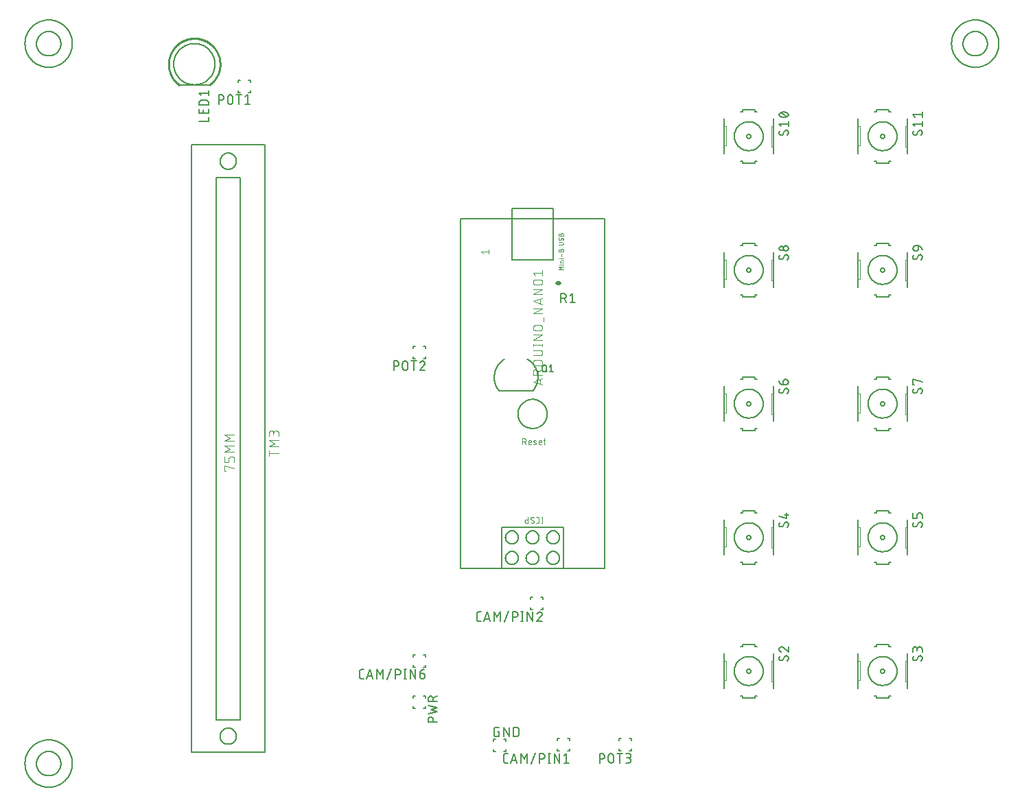
<source format=gbr>
G04 EAGLE Gerber RS-274X export*
G75*
%MOMM*%
%FSLAX34Y34*%
%LPD*%
%INSilkscreen Top*%
%IPPOS*%
%AMOC8*
5,1,8,0,0,1.08239X$1,22.5*%
G01*
%ADD10C,0.127000*%
%ADD11C,0.076200*%
%ADD12C,0.050800*%
%ADD13C,0.101600*%
%ADD14C,0.152400*%
%ADD15C,0.203200*%
%ADD16C,0.254000*%
%ADD17C,0.177800*%
%ADD18C,0.508000*%


D10*
X749300Y736600D02*
X749300Y304800D01*
X698500Y304800D01*
X622300Y304800D01*
X571500Y304800D01*
X571500Y736600D01*
X685800Y736600D01*
X749300Y736600D01*
X685800Y736600D02*
X685800Y749300D01*
X635000Y749300D01*
X635000Y685800D02*
X685800Y685800D01*
X685800Y736600D01*
X635000Y749300D02*
X635000Y685800D01*
X642439Y495300D02*
X642444Y495741D01*
X642461Y496181D01*
X642488Y496621D01*
X642525Y497060D01*
X642574Y497499D01*
X642633Y497935D01*
X642703Y498371D01*
X642784Y498804D01*
X642875Y499235D01*
X642977Y499664D01*
X643090Y500090D01*
X643212Y500514D01*
X643346Y500934D01*
X643489Y501351D01*
X643643Y501764D01*
X643806Y502173D01*
X643980Y502579D01*
X644163Y502979D01*
X644357Y503375D01*
X644560Y503767D01*
X644772Y504153D01*
X644994Y504534D01*
X645226Y504909D01*
X645466Y505279D01*
X645715Y505642D01*
X645974Y505999D01*
X646241Y506350D01*
X646516Y506694D01*
X646800Y507032D01*
X647092Y507362D01*
X647392Y507685D01*
X647700Y508000D01*
X648015Y508308D01*
X648338Y508608D01*
X648668Y508900D01*
X649006Y509184D01*
X649350Y509459D01*
X649701Y509726D01*
X650058Y509985D01*
X650421Y510234D01*
X650791Y510474D01*
X651166Y510706D01*
X651547Y510928D01*
X651933Y511140D01*
X652325Y511343D01*
X652721Y511537D01*
X653121Y511720D01*
X653527Y511894D01*
X653936Y512057D01*
X654349Y512211D01*
X654766Y512354D01*
X655186Y512488D01*
X655610Y512610D01*
X656036Y512723D01*
X656465Y512825D01*
X656896Y512916D01*
X657329Y512997D01*
X657765Y513067D01*
X658201Y513126D01*
X658640Y513175D01*
X659079Y513212D01*
X659519Y513239D01*
X659959Y513256D01*
X660400Y513261D01*
X660841Y513256D01*
X661281Y513239D01*
X661721Y513212D01*
X662160Y513175D01*
X662599Y513126D01*
X663035Y513067D01*
X663471Y512997D01*
X663904Y512916D01*
X664335Y512825D01*
X664764Y512723D01*
X665190Y512610D01*
X665614Y512488D01*
X666034Y512354D01*
X666451Y512211D01*
X666864Y512057D01*
X667273Y511894D01*
X667679Y511720D01*
X668079Y511537D01*
X668475Y511343D01*
X668867Y511140D01*
X669253Y510928D01*
X669634Y510706D01*
X670009Y510474D01*
X670379Y510234D01*
X670742Y509985D01*
X671099Y509726D01*
X671450Y509459D01*
X671794Y509184D01*
X672132Y508900D01*
X672462Y508608D01*
X672785Y508308D01*
X673100Y508000D01*
X673408Y507685D01*
X673708Y507362D01*
X674000Y507032D01*
X674284Y506694D01*
X674559Y506350D01*
X674826Y505999D01*
X675085Y505642D01*
X675334Y505279D01*
X675574Y504909D01*
X675806Y504534D01*
X676028Y504153D01*
X676240Y503767D01*
X676443Y503375D01*
X676637Y502979D01*
X676820Y502579D01*
X676994Y502173D01*
X677157Y501764D01*
X677311Y501351D01*
X677454Y500934D01*
X677588Y500514D01*
X677710Y500090D01*
X677823Y499664D01*
X677925Y499235D01*
X678016Y498804D01*
X678097Y498371D01*
X678167Y497935D01*
X678226Y497499D01*
X678275Y497060D01*
X678312Y496621D01*
X678339Y496181D01*
X678356Y495741D01*
X678361Y495300D01*
X678356Y494859D01*
X678339Y494419D01*
X678312Y493979D01*
X678275Y493540D01*
X678226Y493101D01*
X678167Y492665D01*
X678097Y492229D01*
X678016Y491796D01*
X677925Y491365D01*
X677823Y490936D01*
X677710Y490510D01*
X677588Y490086D01*
X677454Y489666D01*
X677311Y489249D01*
X677157Y488836D01*
X676994Y488427D01*
X676820Y488021D01*
X676637Y487621D01*
X676443Y487225D01*
X676240Y486833D01*
X676028Y486447D01*
X675806Y486066D01*
X675574Y485691D01*
X675334Y485321D01*
X675085Y484958D01*
X674826Y484601D01*
X674559Y484250D01*
X674284Y483906D01*
X674000Y483568D01*
X673708Y483238D01*
X673408Y482915D01*
X673100Y482600D01*
X672785Y482292D01*
X672462Y481992D01*
X672132Y481700D01*
X671794Y481416D01*
X671450Y481141D01*
X671099Y480874D01*
X670742Y480615D01*
X670379Y480366D01*
X670009Y480126D01*
X669634Y479894D01*
X669253Y479672D01*
X668867Y479460D01*
X668475Y479257D01*
X668079Y479063D01*
X667679Y478880D01*
X667273Y478706D01*
X666864Y478543D01*
X666451Y478389D01*
X666034Y478246D01*
X665614Y478112D01*
X665190Y477990D01*
X664764Y477877D01*
X664335Y477775D01*
X663904Y477684D01*
X663471Y477603D01*
X663035Y477533D01*
X662599Y477474D01*
X662160Y477425D01*
X661721Y477388D01*
X661281Y477361D01*
X660841Y477344D01*
X660400Y477339D01*
X659959Y477344D01*
X659519Y477361D01*
X659079Y477388D01*
X658640Y477425D01*
X658201Y477474D01*
X657765Y477533D01*
X657329Y477603D01*
X656896Y477684D01*
X656465Y477775D01*
X656036Y477877D01*
X655610Y477990D01*
X655186Y478112D01*
X654766Y478246D01*
X654349Y478389D01*
X653936Y478543D01*
X653527Y478706D01*
X653121Y478880D01*
X652721Y479063D01*
X652325Y479257D01*
X651933Y479460D01*
X651547Y479672D01*
X651166Y479894D01*
X650791Y480126D01*
X650421Y480366D01*
X650058Y480615D01*
X649701Y480874D01*
X649350Y481141D01*
X649006Y481416D01*
X648668Y481700D01*
X648338Y481992D01*
X648015Y482292D01*
X647700Y482600D01*
X647392Y482915D01*
X647092Y483238D01*
X646800Y483568D01*
X646516Y483906D01*
X646241Y484250D01*
X645974Y484601D01*
X645715Y484958D01*
X645466Y485321D01*
X645226Y485691D01*
X644994Y486066D01*
X644772Y486447D01*
X644560Y486833D01*
X644357Y487225D01*
X644163Y487621D01*
X643980Y488021D01*
X643806Y488427D01*
X643643Y488836D01*
X643489Y489249D01*
X643346Y489666D01*
X643212Y490086D01*
X643090Y490510D01*
X642977Y490936D01*
X642875Y491365D01*
X642784Y491796D01*
X642703Y492229D01*
X642633Y492665D01*
X642574Y493101D01*
X642525Y493540D01*
X642488Y493979D01*
X642461Y494419D01*
X642444Y494859D01*
X642439Y495300D01*
D11*
X648081Y464947D02*
X648081Y457581D01*
X648081Y464947D02*
X650127Y464947D01*
X650216Y464945D01*
X650305Y464939D01*
X650394Y464929D01*
X650482Y464916D01*
X650570Y464899D01*
X650657Y464877D01*
X650742Y464852D01*
X650827Y464824D01*
X650910Y464791D01*
X650992Y464755D01*
X651072Y464716D01*
X651150Y464673D01*
X651226Y464627D01*
X651301Y464577D01*
X651373Y464524D01*
X651442Y464468D01*
X651509Y464409D01*
X651574Y464348D01*
X651635Y464283D01*
X651694Y464216D01*
X651750Y464147D01*
X651803Y464075D01*
X651853Y464000D01*
X651899Y463924D01*
X651942Y463846D01*
X651981Y463766D01*
X652017Y463684D01*
X652050Y463601D01*
X652078Y463516D01*
X652103Y463431D01*
X652125Y463344D01*
X652142Y463256D01*
X652155Y463168D01*
X652165Y463079D01*
X652171Y462990D01*
X652173Y462901D01*
X652171Y462812D01*
X652165Y462723D01*
X652155Y462634D01*
X652142Y462546D01*
X652125Y462458D01*
X652103Y462371D01*
X652078Y462286D01*
X652050Y462201D01*
X652017Y462118D01*
X651981Y462036D01*
X651942Y461956D01*
X651899Y461878D01*
X651853Y461802D01*
X651803Y461727D01*
X651750Y461655D01*
X651694Y461586D01*
X651635Y461519D01*
X651574Y461454D01*
X651509Y461393D01*
X651442Y461334D01*
X651373Y461278D01*
X651301Y461225D01*
X651226Y461175D01*
X651150Y461129D01*
X651072Y461086D01*
X650992Y461047D01*
X650910Y461011D01*
X650827Y460978D01*
X650742Y460950D01*
X650657Y460925D01*
X650570Y460903D01*
X650482Y460886D01*
X650394Y460873D01*
X650305Y460863D01*
X650216Y460857D01*
X650127Y460855D01*
X648081Y460855D01*
X650536Y460855D02*
X652173Y457581D01*
X656494Y457581D02*
X658540Y457581D01*
X656494Y457581D02*
X656425Y457583D01*
X656357Y457589D01*
X656288Y457598D01*
X656221Y457612D01*
X656154Y457629D01*
X656088Y457650D01*
X656024Y457674D01*
X655961Y457703D01*
X655900Y457734D01*
X655841Y457769D01*
X655783Y457807D01*
X655728Y457849D01*
X655676Y457893D01*
X655626Y457941D01*
X655578Y457991D01*
X655534Y458043D01*
X655492Y458098D01*
X655454Y458156D01*
X655419Y458215D01*
X655388Y458276D01*
X655359Y458339D01*
X655335Y458403D01*
X655314Y458469D01*
X655297Y458536D01*
X655283Y458603D01*
X655274Y458672D01*
X655268Y458740D01*
X655266Y458809D01*
X655267Y458809D02*
X655267Y460855D01*
X655266Y460855D02*
X655268Y460934D01*
X655274Y461013D01*
X655283Y461092D01*
X655296Y461170D01*
X655314Y461247D01*
X655334Y461323D01*
X655359Y461398D01*
X655387Y461472D01*
X655418Y461545D01*
X655454Y461616D01*
X655492Y461685D01*
X655534Y461752D01*
X655579Y461817D01*
X655627Y461880D01*
X655678Y461941D01*
X655732Y461998D01*
X655788Y462054D01*
X655847Y462106D01*
X655909Y462156D01*
X655973Y462202D01*
X656039Y462246D01*
X656107Y462286D01*
X656177Y462322D01*
X656249Y462356D01*
X656323Y462386D01*
X656397Y462412D01*
X656473Y462435D01*
X656550Y462453D01*
X656627Y462469D01*
X656706Y462480D01*
X656784Y462488D01*
X656863Y462492D01*
X656943Y462492D01*
X657022Y462488D01*
X657100Y462480D01*
X657179Y462469D01*
X657256Y462453D01*
X657333Y462435D01*
X657409Y462412D01*
X657483Y462386D01*
X657557Y462356D01*
X657629Y462322D01*
X657699Y462286D01*
X657767Y462246D01*
X657833Y462202D01*
X657897Y462156D01*
X657959Y462106D01*
X658018Y462054D01*
X658074Y461998D01*
X658128Y461941D01*
X658179Y461880D01*
X658227Y461817D01*
X658272Y461752D01*
X658314Y461685D01*
X658352Y461616D01*
X658388Y461545D01*
X658419Y461472D01*
X658447Y461398D01*
X658472Y461323D01*
X658492Y461247D01*
X658510Y461170D01*
X658523Y461092D01*
X658532Y461013D01*
X658538Y460934D01*
X658540Y460855D01*
X658540Y460036D01*
X655267Y460036D01*
X662220Y460446D02*
X664266Y459627D01*
X662220Y460446D02*
X662161Y460471D01*
X662104Y460500D01*
X662049Y460533D01*
X661996Y460569D01*
X661945Y460607D01*
X661897Y460649D01*
X661851Y460694D01*
X661808Y460741D01*
X661768Y460791D01*
X661731Y460843D01*
X661697Y460898D01*
X661666Y460954D01*
X661639Y461012D01*
X661616Y461072D01*
X661596Y461132D01*
X661580Y461194D01*
X661567Y461257D01*
X661559Y461321D01*
X661554Y461384D01*
X661553Y461448D01*
X661556Y461512D01*
X661563Y461576D01*
X661574Y461639D01*
X661588Y461701D01*
X661606Y461763D01*
X661628Y461823D01*
X661653Y461882D01*
X661682Y461939D01*
X661715Y461994D01*
X661750Y462047D01*
X661789Y462098D01*
X661831Y462147D01*
X661875Y462193D01*
X661923Y462236D01*
X661972Y462276D01*
X662025Y462313D01*
X662079Y462347D01*
X662135Y462378D01*
X662193Y462405D01*
X662252Y462429D01*
X662313Y462448D01*
X662375Y462465D01*
X662438Y462477D01*
X662501Y462486D01*
X662565Y462491D01*
X662629Y462492D01*
X662765Y462488D01*
X662900Y462480D01*
X663036Y462468D01*
X663170Y462452D01*
X663305Y462432D01*
X663438Y462409D01*
X663571Y462381D01*
X663703Y462350D01*
X663834Y462315D01*
X663964Y462276D01*
X664093Y462233D01*
X664220Y462186D01*
X664346Y462136D01*
X664471Y462082D01*
X664266Y459627D02*
X664325Y459602D01*
X664382Y459573D01*
X664437Y459540D01*
X664490Y459504D01*
X664541Y459466D01*
X664589Y459424D01*
X664635Y459379D01*
X664678Y459332D01*
X664718Y459282D01*
X664755Y459230D01*
X664789Y459175D01*
X664820Y459119D01*
X664847Y459061D01*
X664870Y459001D01*
X664890Y458941D01*
X664906Y458879D01*
X664919Y458816D01*
X664927Y458752D01*
X664932Y458689D01*
X664933Y458625D01*
X664930Y458561D01*
X664923Y458497D01*
X664912Y458434D01*
X664898Y458372D01*
X664880Y458310D01*
X664858Y458250D01*
X664833Y458191D01*
X664804Y458134D01*
X664771Y458079D01*
X664736Y458026D01*
X664697Y457975D01*
X664655Y457926D01*
X664611Y457880D01*
X664563Y457837D01*
X664514Y457797D01*
X664461Y457760D01*
X664407Y457726D01*
X664351Y457695D01*
X664293Y457668D01*
X664234Y457644D01*
X664173Y457625D01*
X664111Y457608D01*
X664048Y457596D01*
X663985Y457587D01*
X663921Y457582D01*
X663857Y457581D01*
X663693Y457585D01*
X663529Y457593D01*
X663365Y457605D01*
X663202Y457621D01*
X663039Y457641D01*
X662876Y457664D01*
X662715Y457692D01*
X662553Y457723D01*
X662393Y457758D01*
X662234Y457797D01*
X662075Y457840D01*
X661918Y457886D01*
X661761Y457936D01*
X661606Y457990D01*
X669174Y457581D02*
X671220Y457581D01*
X669174Y457581D02*
X669105Y457583D01*
X669037Y457589D01*
X668968Y457598D01*
X668901Y457612D01*
X668834Y457629D01*
X668768Y457650D01*
X668704Y457674D01*
X668641Y457703D01*
X668580Y457734D01*
X668521Y457769D01*
X668463Y457807D01*
X668408Y457849D01*
X668356Y457893D01*
X668306Y457941D01*
X668258Y457991D01*
X668214Y458043D01*
X668172Y458098D01*
X668134Y458156D01*
X668099Y458215D01*
X668068Y458276D01*
X668039Y458339D01*
X668015Y458403D01*
X667994Y458469D01*
X667977Y458536D01*
X667963Y458603D01*
X667954Y458672D01*
X667948Y458740D01*
X667946Y458809D01*
X667946Y460855D01*
X667948Y460934D01*
X667954Y461013D01*
X667963Y461092D01*
X667976Y461170D01*
X667994Y461247D01*
X668014Y461323D01*
X668039Y461398D01*
X668067Y461472D01*
X668098Y461545D01*
X668134Y461616D01*
X668172Y461685D01*
X668214Y461752D01*
X668259Y461817D01*
X668307Y461880D01*
X668358Y461941D01*
X668412Y461998D01*
X668468Y462054D01*
X668527Y462106D01*
X668589Y462156D01*
X668653Y462202D01*
X668719Y462246D01*
X668787Y462286D01*
X668857Y462322D01*
X668929Y462356D01*
X669003Y462386D01*
X669077Y462412D01*
X669153Y462435D01*
X669230Y462453D01*
X669307Y462469D01*
X669386Y462480D01*
X669464Y462488D01*
X669543Y462492D01*
X669623Y462492D01*
X669702Y462488D01*
X669780Y462480D01*
X669859Y462469D01*
X669936Y462453D01*
X670013Y462435D01*
X670089Y462412D01*
X670163Y462386D01*
X670237Y462356D01*
X670309Y462322D01*
X670379Y462286D01*
X670447Y462246D01*
X670513Y462202D01*
X670577Y462156D01*
X670639Y462106D01*
X670698Y462054D01*
X670754Y461998D01*
X670808Y461941D01*
X670859Y461880D01*
X670907Y461817D01*
X670952Y461752D01*
X670994Y461685D01*
X671032Y461616D01*
X671068Y461545D01*
X671099Y461472D01*
X671127Y461398D01*
X671152Y461323D01*
X671172Y461247D01*
X671190Y461170D01*
X671203Y461092D01*
X671212Y461013D01*
X671218Y460934D01*
X671220Y460855D01*
X671220Y460036D01*
X667946Y460036D01*
X673656Y462492D02*
X676111Y462492D01*
X674474Y464947D02*
X674474Y458809D01*
X674476Y458740D01*
X674482Y458672D01*
X674491Y458603D01*
X674505Y458536D01*
X674522Y458469D01*
X674543Y458403D01*
X674567Y458339D01*
X674596Y458276D01*
X674627Y458215D01*
X674662Y458156D01*
X674700Y458098D01*
X674742Y458043D01*
X674786Y457991D01*
X674834Y457941D01*
X674884Y457893D01*
X674936Y457849D01*
X674991Y457807D01*
X675049Y457769D01*
X675108Y457734D01*
X675169Y457703D01*
X675232Y457674D01*
X675296Y457650D01*
X675362Y457629D01*
X675429Y457612D01*
X675496Y457598D01*
X675565Y457589D01*
X675633Y457583D01*
X675702Y457581D01*
X676111Y457581D01*
X599369Y692898D02*
X597281Y695508D01*
X606679Y695508D01*
X606679Y692898D02*
X606679Y698119D01*
D12*
X692658Y673354D02*
X698246Y673354D01*
X695762Y675217D02*
X692658Y673354D01*
X695762Y675217D02*
X692658Y677079D01*
X698246Y677079D01*
X698246Y679606D02*
X694521Y679606D01*
X692968Y679451D02*
X692658Y679451D01*
X692658Y679761D01*
X692968Y679761D01*
X692968Y679451D01*
X694521Y682022D02*
X698246Y682022D01*
X694521Y682022D02*
X694521Y683574D01*
X694523Y683632D01*
X694528Y683691D01*
X694537Y683748D01*
X694550Y683806D01*
X694567Y683862D01*
X694586Y683917D01*
X694610Y683970D01*
X694636Y684023D01*
X694666Y684073D01*
X694699Y684121D01*
X694735Y684167D01*
X694773Y684211D01*
X694815Y684253D01*
X694859Y684291D01*
X694905Y684327D01*
X694953Y684360D01*
X695003Y684390D01*
X695056Y684416D01*
X695109Y684440D01*
X695164Y684459D01*
X695220Y684476D01*
X695278Y684489D01*
X695335Y684498D01*
X695394Y684503D01*
X695452Y684505D01*
X698246Y684505D01*
X698246Y686921D02*
X694521Y686921D01*
X692968Y686766D02*
X692658Y686766D01*
X692658Y687076D01*
X692968Y687076D01*
X692968Y686766D01*
X696073Y689264D02*
X696073Y692990D01*
X695142Y695693D02*
X695142Y697245D01*
X695144Y697322D01*
X695150Y697400D01*
X695159Y697476D01*
X695173Y697553D01*
X695190Y697628D01*
X695211Y697702D01*
X695236Y697776D01*
X695264Y697848D01*
X695296Y697918D01*
X695331Y697987D01*
X695370Y698054D01*
X695412Y698119D01*
X695457Y698182D01*
X695505Y698243D01*
X695556Y698301D01*
X695610Y698356D01*
X695667Y698409D01*
X695726Y698458D01*
X695788Y698505D01*
X695852Y698549D01*
X695918Y698589D01*
X695986Y698626D01*
X696056Y698660D01*
X696127Y698690D01*
X696200Y698716D01*
X696274Y698739D01*
X696349Y698758D01*
X696424Y698773D01*
X696501Y698785D01*
X696578Y698793D01*
X696655Y698797D01*
X696733Y698797D01*
X696810Y698793D01*
X696887Y698785D01*
X696964Y698773D01*
X697039Y698758D01*
X697114Y698739D01*
X697188Y698716D01*
X697261Y698690D01*
X697332Y698660D01*
X697402Y698626D01*
X697470Y698589D01*
X697536Y698549D01*
X697600Y698505D01*
X697662Y698458D01*
X697721Y698409D01*
X697778Y698356D01*
X697832Y698301D01*
X697883Y698243D01*
X697931Y698182D01*
X697976Y698119D01*
X698018Y698054D01*
X698057Y697987D01*
X698092Y697918D01*
X698124Y697848D01*
X698152Y697776D01*
X698177Y697702D01*
X698198Y697628D01*
X698215Y697553D01*
X698229Y697476D01*
X698238Y697400D01*
X698244Y697322D01*
X698246Y697245D01*
X698246Y695693D01*
X692658Y695693D01*
X692658Y697245D01*
X692660Y697315D01*
X692666Y697384D01*
X692676Y697453D01*
X692689Y697521D01*
X692707Y697589D01*
X692728Y697655D01*
X692753Y697720D01*
X692781Y697784D01*
X692813Y697846D01*
X692848Y697906D01*
X692887Y697964D01*
X692929Y698019D01*
X692974Y698073D01*
X693022Y698123D01*
X693072Y698171D01*
X693126Y698216D01*
X693181Y698258D01*
X693239Y698297D01*
X693299Y698332D01*
X693361Y698364D01*
X693425Y698392D01*
X693490Y698417D01*
X693556Y698438D01*
X693624Y698456D01*
X693692Y698469D01*
X693761Y698479D01*
X693830Y698485D01*
X693900Y698487D01*
X693970Y698485D01*
X694039Y698479D01*
X694108Y698469D01*
X694176Y698456D01*
X694244Y698438D01*
X694310Y698417D01*
X694375Y698392D01*
X694439Y698364D01*
X694501Y698332D01*
X694561Y698297D01*
X694619Y698258D01*
X694674Y698216D01*
X694728Y698171D01*
X694778Y698123D01*
X694826Y698073D01*
X694871Y698019D01*
X694913Y697964D01*
X694952Y697906D01*
X694987Y697846D01*
X695019Y697784D01*
X695047Y697720D01*
X695072Y697655D01*
X695093Y697589D01*
X695111Y697521D01*
X695124Y697453D01*
X695134Y697384D01*
X695140Y697315D01*
X695142Y697245D01*
X696694Y704022D02*
X692658Y704022D01*
X696694Y704022D02*
X696771Y704024D01*
X696849Y704030D01*
X696925Y704039D01*
X697002Y704053D01*
X697077Y704070D01*
X697151Y704091D01*
X697225Y704116D01*
X697297Y704144D01*
X697367Y704176D01*
X697436Y704211D01*
X697503Y704250D01*
X697568Y704292D01*
X697631Y704337D01*
X697692Y704385D01*
X697750Y704436D01*
X697805Y704490D01*
X697858Y704547D01*
X697907Y704606D01*
X697954Y704668D01*
X697998Y704732D01*
X698038Y704798D01*
X698075Y704866D01*
X698109Y704936D01*
X698139Y705007D01*
X698165Y705080D01*
X698188Y705154D01*
X698207Y705229D01*
X698222Y705304D01*
X698234Y705381D01*
X698242Y705458D01*
X698246Y705535D01*
X698246Y705613D01*
X698242Y705690D01*
X698234Y705767D01*
X698222Y705844D01*
X698207Y705919D01*
X698188Y705994D01*
X698165Y706068D01*
X698139Y706141D01*
X698109Y706212D01*
X698075Y706282D01*
X698038Y706350D01*
X697998Y706416D01*
X697954Y706480D01*
X697907Y706542D01*
X697858Y706601D01*
X697805Y706658D01*
X697750Y706712D01*
X697692Y706763D01*
X697631Y706811D01*
X697568Y706856D01*
X697503Y706898D01*
X697436Y706937D01*
X697367Y706972D01*
X697297Y707004D01*
X697225Y707032D01*
X697151Y707057D01*
X697077Y707078D01*
X697002Y707095D01*
X696925Y707109D01*
X696849Y707118D01*
X696771Y707124D01*
X696694Y707126D01*
X696694Y707127D02*
X692658Y707127D01*
X697004Y712613D02*
X697074Y712611D01*
X697143Y712605D01*
X697212Y712595D01*
X697280Y712582D01*
X697348Y712564D01*
X697414Y712543D01*
X697479Y712518D01*
X697543Y712490D01*
X697605Y712458D01*
X697665Y712423D01*
X697723Y712384D01*
X697778Y712342D01*
X697832Y712297D01*
X697882Y712249D01*
X697930Y712199D01*
X697975Y712145D01*
X698017Y712090D01*
X698056Y712032D01*
X698091Y711972D01*
X698123Y711910D01*
X698151Y711846D01*
X698176Y711781D01*
X698197Y711715D01*
X698215Y711647D01*
X698228Y711579D01*
X698238Y711510D01*
X698244Y711441D01*
X698246Y711371D01*
X698244Y711272D01*
X698239Y711174D01*
X698229Y711076D01*
X698216Y710978D01*
X698200Y710881D01*
X698180Y710784D01*
X698156Y710689D01*
X698128Y710594D01*
X698097Y710500D01*
X698063Y710408D01*
X698025Y710317D01*
X697984Y710227D01*
X697939Y710139D01*
X697891Y710053D01*
X697840Y709969D01*
X697786Y709887D01*
X697728Y709806D01*
X697668Y709728D01*
X697605Y709653D01*
X697539Y709579D01*
X697470Y709509D01*
X693900Y709664D02*
X693830Y709666D01*
X693761Y709672D01*
X693692Y709682D01*
X693624Y709695D01*
X693556Y709713D01*
X693490Y709734D01*
X693425Y709759D01*
X693361Y709787D01*
X693299Y709819D01*
X693239Y709854D01*
X693181Y709893D01*
X693126Y709935D01*
X693072Y709980D01*
X693022Y710028D01*
X692974Y710078D01*
X692929Y710132D01*
X692887Y710187D01*
X692848Y710245D01*
X692813Y710305D01*
X692781Y710367D01*
X692753Y710431D01*
X692728Y710496D01*
X692707Y710562D01*
X692689Y710630D01*
X692676Y710698D01*
X692666Y710767D01*
X692660Y710836D01*
X692658Y710906D01*
X692660Y711000D01*
X692666Y711093D01*
X692675Y711186D01*
X692688Y711279D01*
X692705Y711371D01*
X692725Y711462D01*
X692750Y711553D01*
X692777Y711642D01*
X692809Y711730D01*
X692844Y711817D01*
X692882Y711903D01*
X692924Y711986D01*
X692969Y712069D01*
X693017Y712149D01*
X693069Y712227D01*
X693124Y712303D01*
X694986Y710285D02*
X694950Y710226D01*
X694910Y710170D01*
X694867Y710116D01*
X694822Y710064D01*
X694773Y710015D01*
X694722Y709969D01*
X694669Y709926D01*
X694613Y709885D01*
X694555Y709848D01*
X694495Y709813D01*
X694434Y709783D01*
X694371Y709755D01*
X694306Y709731D01*
X694240Y709711D01*
X694173Y709694D01*
X694106Y709681D01*
X694038Y709672D01*
X693969Y709666D01*
X693900Y709664D01*
X695918Y711992D02*
X695954Y712051D01*
X695994Y712107D01*
X696037Y712161D01*
X696082Y712213D01*
X696131Y712262D01*
X696182Y712308D01*
X696235Y712351D01*
X696291Y712392D01*
X696349Y712429D01*
X696409Y712464D01*
X696470Y712494D01*
X696533Y712522D01*
X696598Y712546D01*
X696664Y712566D01*
X696731Y712583D01*
X696798Y712596D01*
X696866Y712605D01*
X696935Y712611D01*
X697004Y712613D01*
X695918Y711992D02*
X694986Y710285D01*
X695142Y715078D02*
X695142Y716630D01*
X695144Y716707D01*
X695150Y716785D01*
X695159Y716861D01*
X695173Y716938D01*
X695190Y717013D01*
X695211Y717087D01*
X695236Y717161D01*
X695264Y717233D01*
X695296Y717303D01*
X695331Y717372D01*
X695370Y717439D01*
X695412Y717504D01*
X695457Y717567D01*
X695505Y717628D01*
X695556Y717686D01*
X695610Y717741D01*
X695667Y717794D01*
X695726Y717843D01*
X695788Y717890D01*
X695852Y717934D01*
X695918Y717974D01*
X695986Y718011D01*
X696056Y718045D01*
X696127Y718075D01*
X696200Y718101D01*
X696274Y718124D01*
X696349Y718143D01*
X696424Y718158D01*
X696501Y718170D01*
X696578Y718178D01*
X696655Y718182D01*
X696733Y718182D01*
X696810Y718178D01*
X696887Y718170D01*
X696964Y718158D01*
X697039Y718143D01*
X697114Y718124D01*
X697188Y718101D01*
X697261Y718075D01*
X697332Y718045D01*
X697402Y718011D01*
X697470Y717974D01*
X697536Y717934D01*
X697600Y717890D01*
X697662Y717843D01*
X697721Y717794D01*
X697778Y717741D01*
X697832Y717686D01*
X697883Y717628D01*
X697931Y717567D01*
X697976Y717504D01*
X698018Y717439D01*
X698057Y717372D01*
X698092Y717303D01*
X698124Y717233D01*
X698152Y717161D01*
X698177Y717087D01*
X698198Y717013D01*
X698215Y716938D01*
X698229Y716861D01*
X698238Y716785D01*
X698244Y716707D01*
X698246Y716630D01*
X698246Y715078D01*
X692658Y715078D01*
X692658Y716630D01*
X692660Y716700D01*
X692666Y716769D01*
X692676Y716838D01*
X692689Y716906D01*
X692707Y716974D01*
X692728Y717040D01*
X692753Y717105D01*
X692781Y717169D01*
X692813Y717231D01*
X692848Y717291D01*
X692887Y717349D01*
X692929Y717404D01*
X692974Y717458D01*
X693022Y717508D01*
X693072Y717556D01*
X693126Y717601D01*
X693181Y717643D01*
X693239Y717682D01*
X693299Y717717D01*
X693361Y717749D01*
X693425Y717777D01*
X693490Y717802D01*
X693556Y717823D01*
X693624Y717841D01*
X693692Y717854D01*
X693761Y717864D01*
X693830Y717870D01*
X693900Y717872D01*
X693970Y717870D01*
X694039Y717864D01*
X694108Y717854D01*
X694176Y717841D01*
X694244Y717823D01*
X694310Y717802D01*
X694375Y717777D01*
X694439Y717749D01*
X694501Y717717D01*
X694561Y717682D01*
X694619Y717643D01*
X694674Y717601D01*
X694728Y717556D01*
X694778Y717508D01*
X694826Y717458D01*
X694871Y717404D01*
X694913Y717349D01*
X694952Y717291D01*
X694987Y717231D01*
X695019Y717169D01*
X695047Y717105D01*
X695072Y717040D01*
X695093Y716974D01*
X695111Y716906D01*
X695124Y716838D01*
X695134Y716769D01*
X695140Y716700D01*
X695142Y716630D01*
D10*
X698500Y355600D02*
X698500Y304800D01*
X698500Y355600D02*
X622300Y355600D01*
X622300Y304800D01*
X627000Y317500D02*
X627002Y317696D01*
X627010Y317893D01*
X627022Y318089D01*
X627039Y318284D01*
X627060Y318479D01*
X627087Y318674D01*
X627118Y318868D01*
X627154Y319061D01*
X627194Y319253D01*
X627240Y319444D01*
X627290Y319634D01*
X627344Y319822D01*
X627404Y320009D01*
X627468Y320195D01*
X627536Y320379D01*
X627609Y320561D01*
X627686Y320742D01*
X627768Y320920D01*
X627854Y321097D01*
X627945Y321271D01*
X628039Y321443D01*
X628138Y321613D01*
X628241Y321780D01*
X628348Y321945D01*
X628459Y322106D01*
X628574Y322266D01*
X628693Y322422D01*
X628816Y322575D01*
X628942Y322725D01*
X629072Y322872D01*
X629206Y323016D01*
X629343Y323157D01*
X629484Y323294D01*
X629628Y323428D01*
X629775Y323558D01*
X629925Y323684D01*
X630078Y323807D01*
X630234Y323926D01*
X630394Y324041D01*
X630555Y324152D01*
X630720Y324259D01*
X630887Y324362D01*
X631057Y324461D01*
X631229Y324555D01*
X631403Y324646D01*
X631580Y324732D01*
X631758Y324814D01*
X631939Y324891D01*
X632121Y324964D01*
X632305Y325032D01*
X632491Y325096D01*
X632678Y325156D01*
X632866Y325210D01*
X633056Y325260D01*
X633247Y325306D01*
X633439Y325346D01*
X633632Y325382D01*
X633826Y325413D01*
X634021Y325440D01*
X634216Y325461D01*
X634411Y325478D01*
X634607Y325490D01*
X634804Y325498D01*
X635000Y325500D01*
X635196Y325498D01*
X635393Y325490D01*
X635589Y325478D01*
X635784Y325461D01*
X635979Y325440D01*
X636174Y325413D01*
X636368Y325382D01*
X636561Y325346D01*
X636753Y325306D01*
X636944Y325260D01*
X637134Y325210D01*
X637322Y325156D01*
X637509Y325096D01*
X637695Y325032D01*
X637879Y324964D01*
X638061Y324891D01*
X638242Y324814D01*
X638420Y324732D01*
X638597Y324646D01*
X638771Y324555D01*
X638943Y324461D01*
X639113Y324362D01*
X639280Y324259D01*
X639445Y324152D01*
X639606Y324041D01*
X639766Y323926D01*
X639922Y323807D01*
X640075Y323684D01*
X640225Y323558D01*
X640372Y323428D01*
X640516Y323294D01*
X640657Y323157D01*
X640794Y323016D01*
X640928Y322872D01*
X641058Y322725D01*
X641184Y322575D01*
X641307Y322422D01*
X641426Y322266D01*
X641541Y322106D01*
X641652Y321945D01*
X641759Y321780D01*
X641862Y321613D01*
X641961Y321443D01*
X642055Y321271D01*
X642146Y321097D01*
X642232Y320920D01*
X642314Y320742D01*
X642391Y320561D01*
X642464Y320379D01*
X642532Y320195D01*
X642596Y320009D01*
X642656Y319822D01*
X642710Y319634D01*
X642760Y319444D01*
X642806Y319253D01*
X642846Y319061D01*
X642882Y318868D01*
X642913Y318674D01*
X642940Y318479D01*
X642961Y318284D01*
X642978Y318089D01*
X642990Y317893D01*
X642998Y317696D01*
X643000Y317500D01*
X642998Y317304D01*
X642990Y317107D01*
X642978Y316911D01*
X642961Y316716D01*
X642940Y316521D01*
X642913Y316326D01*
X642882Y316132D01*
X642846Y315939D01*
X642806Y315747D01*
X642760Y315556D01*
X642710Y315366D01*
X642656Y315178D01*
X642596Y314991D01*
X642532Y314805D01*
X642464Y314621D01*
X642391Y314439D01*
X642314Y314258D01*
X642232Y314080D01*
X642146Y313903D01*
X642055Y313729D01*
X641961Y313557D01*
X641862Y313387D01*
X641759Y313220D01*
X641652Y313055D01*
X641541Y312894D01*
X641426Y312734D01*
X641307Y312578D01*
X641184Y312425D01*
X641058Y312275D01*
X640928Y312128D01*
X640794Y311984D01*
X640657Y311843D01*
X640516Y311706D01*
X640372Y311572D01*
X640225Y311442D01*
X640075Y311316D01*
X639922Y311193D01*
X639766Y311074D01*
X639606Y310959D01*
X639445Y310848D01*
X639280Y310741D01*
X639113Y310638D01*
X638943Y310539D01*
X638771Y310445D01*
X638597Y310354D01*
X638420Y310268D01*
X638242Y310186D01*
X638061Y310109D01*
X637879Y310036D01*
X637695Y309968D01*
X637509Y309904D01*
X637322Y309844D01*
X637134Y309790D01*
X636944Y309740D01*
X636753Y309694D01*
X636561Y309654D01*
X636368Y309618D01*
X636174Y309587D01*
X635979Y309560D01*
X635784Y309539D01*
X635589Y309522D01*
X635393Y309510D01*
X635196Y309502D01*
X635000Y309500D01*
X634804Y309502D01*
X634607Y309510D01*
X634411Y309522D01*
X634216Y309539D01*
X634021Y309560D01*
X633826Y309587D01*
X633632Y309618D01*
X633439Y309654D01*
X633247Y309694D01*
X633056Y309740D01*
X632866Y309790D01*
X632678Y309844D01*
X632491Y309904D01*
X632305Y309968D01*
X632121Y310036D01*
X631939Y310109D01*
X631758Y310186D01*
X631580Y310268D01*
X631403Y310354D01*
X631229Y310445D01*
X631057Y310539D01*
X630887Y310638D01*
X630720Y310741D01*
X630555Y310848D01*
X630394Y310959D01*
X630234Y311074D01*
X630078Y311193D01*
X629925Y311316D01*
X629775Y311442D01*
X629628Y311572D01*
X629484Y311706D01*
X629343Y311843D01*
X629206Y311984D01*
X629072Y312128D01*
X628942Y312275D01*
X628816Y312425D01*
X628693Y312578D01*
X628574Y312734D01*
X628459Y312894D01*
X628348Y313055D01*
X628241Y313220D01*
X628138Y313387D01*
X628039Y313557D01*
X627945Y313729D01*
X627854Y313903D01*
X627768Y314080D01*
X627686Y314258D01*
X627609Y314439D01*
X627536Y314621D01*
X627468Y314805D01*
X627404Y314991D01*
X627344Y315178D01*
X627290Y315366D01*
X627240Y315556D01*
X627194Y315747D01*
X627154Y315939D01*
X627118Y316132D01*
X627087Y316326D01*
X627060Y316521D01*
X627039Y316716D01*
X627022Y316911D01*
X627010Y317107D01*
X627002Y317304D01*
X627000Y317500D01*
X652400Y317500D02*
X652402Y317696D01*
X652410Y317893D01*
X652422Y318089D01*
X652439Y318284D01*
X652460Y318479D01*
X652487Y318674D01*
X652518Y318868D01*
X652554Y319061D01*
X652594Y319253D01*
X652640Y319444D01*
X652690Y319634D01*
X652744Y319822D01*
X652804Y320009D01*
X652868Y320195D01*
X652936Y320379D01*
X653009Y320561D01*
X653086Y320742D01*
X653168Y320920D01*
X653254Y321097D01*
X653345Y321271D01*
X653439Y321443D01*
X653538Y321613D01*
X653641Y321780D01*
X653748Y321945D01*
X653859Y322106D01*
X653974Y322266D01*
X654093Y322422D01*
X654216Y322575D01*
X654342Y322725D01*
X654472Y322872D01*
X654606Y323016D01*
X654743Y323157D01*
X654884Y323294D01*
X655028Y323428D01*
X655175Y323558D01*
X655325Y323684D01*
X655478Y323807D01*
X655634Y323926D01*
X655794Y324041D01*
X655955Y324152D01*
X656120Y324259D01*
X656287Y324362D01*
X656457Y324461D01*
X656629Y324555D01*
X656803Y324646D01*
X656980Y324732D01*
X657158Y324814D01*
X657339Y324891D01*
X657521Y324964D01*
X657705Y325032D01*
X657891Y325096D01*
X658078Y325156D01*
X658266Y325210D01*
X658456Y325260D01*
X658647Y325306D01*
X658839Y325346D01*
X659032Y325382D01*
X659226Y325413D01*
X659421Y325440D01*
X659616Y325461D01*
X659811Y325478D01*
X660007Y325490D01*
X660204Y325498D01*
X660400Y325500D01*
X660596Y325498D01*
X660793Y325490D01*
X660989Y325478D01*
X661184Y325461D01*
X661379Y325440D01*
X661574Y325413D01*
X661768Y325382D01*
X661961Y325346D01*
X662153Y325306D01*
X662344Y325260D01*
X662534Y325210D01*
X662722Y325156D01*
X662909Y325096D01*
X663095Y325032D01*
X663279Y324964D01*
X663461Y324891D01*
X663642Y324814D01*
X663820Y324732D01*
X663997Y324646D01*
X664171Y324555D01*
X664343Y324461D01*
X664513Y324362D01*
X664680Y324259D01*
X664845Y324152D01*
X665006Y324041D01*
X665166Y323926D01*
X665322Y323807D01*
X665475Y323684D01*
X665625Y323558D01*
X665772Y323428D01*
X665916Y323294D01*
X666057Y323157D01*
X666194Y323016D01*
X666328Y322872D01*
X666458Y322725D01*
X666584Y322575D01*
X666707Y322422D01*
X666826Y322266D01*
X666941Y322106D01*
X667052Y321945D01*
X667159Y321780D01*
X667262Y321613D01*
X667361Y321443D01*
X667455Y321271D01*
X667546Y321097D01*
X667632Y320920D01*
X667714Y320742D01*
X667791Y320561D01*
X667864Y320379D01*
X667932Y320195D01*
X667996Y320009D01*
X668056Y319822D01*
X668110Y319634D01*
X668160Y319444D01*
X668206Y319253D01*
X668246Y319061D01*
X668282Y318868D01*
X668313Y318674D01*
X668340Y318479D01*
X668361Y318284D01*
X668378Y318089D01*
X668390Y317893D01*
X668398Y317696D01*
X668400Y317500D01*
X668398Y317304D01*
X668390Y317107D01*
X668378Y316911D01*
X668361Y316716D01*
X668340Y316521D01*
X668313Y316326D01*
X668282Y316132D01*
X668246Y315939D01*
X668206Y315747D01*
X668160Y315556D01*
X668110Y315366D01*
X668056Y315178D01*
X667996Y314991D01*
X667932Y314805D01*
X667864Y314621D01*
X667791Y314439D01*
X667714Y314258D01*
X667632Y314080D01*
X667546Y313903D01*
X667455Y313729D01*
X667361Y313557D01*
X667262Y313387D01*
X667159Y313220D01*
X667052Y313055D01*
X666941Y312894D01*
X666826Y312734D01*
X666707Y312578D01*
X666584Y312425D01*
X666458Y312275D01*
X666328Y312128D01*
X666194Y311984D01*
X666057Y311843D01*
X665916Y311706D01*
X665772Y311572D01*
X665625Y311442D01*
X665475Y311316D01*
X665322Y311193D01*
X665166Y311074D01*
X665006Y310959D01*
X664845Y310848D01*
X664680Y310741D01*
X664513Y310638D01*
X664343Y310539D01*
X664171Y310445D01*
X663997Y310354D01*
X663820Y310268D01*
X663642Y310186D01*
X663461Y310109D01*
X663279Y310036D01*
X663095Y309968D01*
X662909Y309904D01*
X662722Y309844D01*
X662534Y309790D01*
X662344Y309740D01*
X662153Y309694D01*
X661961Y309654D01*
X661768Y309618D01*
X661574Y309587D01*
X661379Y309560D01*
X661184Y309539D01*
X660989Y309522D01*
X660793Y309510D01*
X660596Y309502D01*
X660400Y309500D01*
X660204Y309502D01*
X660007Y309510D01*
X659811Y309522D01*
X659616Y309539D01*
X659421Y309560D01*
X659226Y309587D01*
X659032Y309618D01*
X658839Y309654D01*
X658647Y309694D01*
X658456Y309740D01*
X658266Y309790D01*
X658078Y309844D01*
X657891Y309904D01*
X657705Y309968D01*
X657521Y310036D01*
X657339Y310109D01*
X657158Y310186D01*
X656980Y310268D01*
X656803Y310354D01*
X656629Y310445D01*
X656457Y310539D01*
X656287Y310638D01*
X656120Y310741D01*
X655955Y310848D01*
X655794Y310959D01*
X655634Y311074D01*
X655478Y311193D01*
X655325Y311316D01*
X655175Y311442D01*
X655028Y311572D01*
X654884Y311706D01*
X654743Y311843D01*
X654606Y311984D01*
X654472Y312128D01*
X654342Y312275D01*
X654216Y312425D01*
X654093Y312578D01*
X653974Y312734D01*
X653859Y312894D01*
X653748Y313055D01*
X653641Y313220D01*
X653538Y313387D01*
X653439Y313557D01*
X653345Y313729D01*
X653254Y313903D01*
X653168Y314080D01*
X653086Y314258D01*
X653009Y314439D01*
X652936Y314621D01*
X652868Y314805D01*
X652804Y314991D01*
X652744Y315178D01*
X652690Y315366D01*
X652640Y315556D01*
X652594Y315747D01*
X652554Y315939D01*
X652518Y316132D01*
X652487Y316326D01*
X652460Y316521D01*
X652439Y316716D01*
X652422Y316911D01*
X652410Y317107D01*
X652402Y317304D01*
X652400Y317500D01*
X677800Y317500D02*
X677802Y317696D01*
X677810Y317893D01*
X677822Y318089D01*
X677839Y318284D01*
X677860Y318479D01*
X677887Y318674D01*
X677918Y318868D01*
X677954Y319061D01*
X677994Y319253D01*
X678040Y319444D01*
X678090Y319634D01*
X678144Y319822D01*
X678204Y320009D01*
X678268Y320195D01*
X678336Y320379D01*
X678409Y320561D01*
X678486Y320742D01*
X678568Y320920D01*
X678654Y321097D01*
X678745Y321271D01*
X678839Y321443D01*
X678938Y321613D01*
X679041Y321780D01*
X679148Y321945D01*
X679259Y322106D01*
X679374Y322266D01*
X679493Y322422D01*
X679616Y322575D01*
X679742Y322725D01*
X679872Y322872D01*
X680006Y323016D01*
X680143Y323157D01*
X680284Y323294D01*
X680428Y323428D01*
X680575Y323558D01*
X680725Y323684D01*
X680878Y323807D01*
X681034Y323926D01*
X681194Y324041D01*
X681355Y324152D01*
X681520Y324259D01*
X681687Y324362D01*
X681857Y324461D01*
X682029Y324555D01*
X682203Y324646D01*
X682380Y324732D01*
X682558Y324814D01*
X682739Y324891D01*
X682921Y324964D01*
X683105Y325032D01*
X683291Y325096D01*
X683478Y325156D01*
X683666Y325210D01*
X683856Y325260D01*
X684047Y325306D01*
X684239Y325346D01*
X684432Y325382D01*
X684626Y325413D01*
X684821Y325440D01*
X685016Y325461D01*
X685211Y325478D01*
X685407Y325490D01*
X685604Y325498D01*
X685800Y325500D01*
X685996Y325498D01*
X686193Y325490D01*
X686389Y325478D01*
X686584Y325461D01*
X686779Y325440D01*
X686974Y325413D01*
X687168Y325382D01*
X687361Y325346D01*
X687553Y325306D01*
X687744Y325260D01*
X687934Y325210D01*
X688122Y325156D01*
X688309Y325096D01*
X688495Y325032D01*
X688679Y324964D01*
X688861Y324891D01*
X689042Y324814D01*
X689220Y324732D01*
X689397Y324646D01*
X689571Y324555D01*
X689743Y324461D01*
X689913Y324362D01*
X690080Y324259D01*
X690245Y324152D01*
X690406Y324041D01*
X690566Y323926D01*
X690722Y323807D01*
X690875Y323684D01*
X691025Y323558D01*
X691172Y323428D01*
X691316Y323294D01*
X691457Y323157D01*
X691594Y323016D01*
X691728Y322872D01*
X691858Y322725D01*
X691984Y322575D01*
X692107Y322422D01*
X692226Y322266D01*
X692341Y322106D01*
X692452Y321945D01*
X692559Y321780D01*
X692662Y321613D01*
X692761Y321443D01*
X692855Y321271D01*
X692946Y321097D01*
X693032Y320920D01*
X693114Y320742D01*
X693191Y320561D01*
X693264Y320379D01*
X693332Y320195D01*
X693396Y320009D01*
X693456Y319822D01*
X693510Y319634D01*
X693560Y319444D01*
X693606Y319253D01*
X693646Y319061D01*
X693682Y318868D01*
X693713Y318674D01*
X693740Y318479D01*
X693761Y318284D01*
X693778Y318089D01*
X693790Y317893D01*
X693798Y317696D01*
X693800Y317500D01*
X693798Y317304D01*
X693790Y317107D01*
X693778Y316911D01*
X693761Y316716D01*
X693740Y316521D01*
X693713Y316326D01*
X693682Y316132D01*
X693646Y315939D01*
X693606Y315747D01*
X693560Y315556D01*
X693510Y315366D01*
X693456Y315178D01*
X693396Y314991D01*
X693332Y314805D01*
X693264Y314621D01*
X693191Y314439D01*
X693114Y314258D01*
X693032Y314080D01*
X692946Y313903D01*
X692855Y313729D01*
X692761Y313557D01*
X692662Y313387D01*
X692559Y313220D01*
X692452Y313055D01*
X692341Y312894D01*
X692226Y312734D01*
X692107Y312578D01*
X691984Y312425D01*
X691858Y312275D01*
X691728Y312128D01*
X691594Y311984D01*
X691457Y311843D01*
X691316Y311706D01*
X691172Y311572D01*
X691025Y311442D01*
X690875Y311316D01*
X690722Y311193D01*
X690566Y311074D01*
X690406Y310959D01*
X690245Y310848D01*
X690080Y310741D01*
X689913Y310638D01*
X689743Y310539D01*
X689571Y310445D01*
X689397Y310354D01*
X689220Y310268D01*
X689042Y310186D01*
X688861Y310109D01*
X688679Y310036D01*
X688495Y309968D01*
X688309Y309904D01*
X688122Y309844D01*
X687934Y309790D01*
X687744Y309740D01*
X687553Y309694D01*
X687361Y309654D01*
X687168Y309618D01*
X686974Y309587D01*
X686779Y309560D01*
X686584Y309539D01*
X686389Y309522D01*
X686193Y309510D01*
X685996Y309502D01*
X685800Y309500D01*
X685604Y309502D01*
X685407Y309510D01*
X685211Y309522D01*
X685016Y309539D01*
X684821Y309560D01*
X684626Y309587D01*
X684432Y309618D01*
X684239Y309654D01*
X684047Y309694D01*
X683856Y309740D01*
X683666Y309790D01*
X683478Y309844D01*
X683291Y309904D01*
X683105Y309968D01*
X682921Y310036D01*
X682739Y310109D01*
X682558Y310186D01*
X682380Y310268D01*
X682203Y310354D01*
X682029Y310445D01*
X681857Y310539D01*
X681687Y310638D01*
X681520Y310741D01*
X681355Y310848D01*
X681194Y310959D01*
X681034Y311074D01*
X680878Y311193D01*
X680725Y311316D01*
X680575Y311442D01*
X680428Y311572D01*
X680284Y311706D01*
X680143Y311843D01*
X680006Y311984D01*
X679872Y312128D01*
X679742Y312275D01*
X679616Y312425D01*
X679493Y312578D01*
X679374Y312734D01*
X679259Y312894D01*
X679148Y313055D01*
X679041Y313220D01*
X678938Y313387D01*
X678839Y313557D01*
X678745Y313729D01*
X678654Y313903D01*
X678568Y314080D01*
X678486Y314258D01*
X678409Y314439D01*
X678336Y314621D01*
X678268Y314805D01*
X678204Y314991D01*
X678144Y315178D01*
X678090Y315366D01*
X678040Y315556D01*
X677994Y315747D01*
X677954Y315939D01*
X677918Y316132D01*
X677887Y316326D01*
X677860Y316521D01*
X677839Y316716D01*
X677822Y316911D01*
X677810Y317107D01*
X677802Y317304D01*
X677800Y317500D01*
X677800Y342900D02*
X677802Y343096D01*
X677810Y343293D01*
X677822Y343489D01*
X677839Y343684D01*
X677860Y343879D01*
X677887Y344074D01*
X677918Y344268D01*
X677954Y344461D01*
X677994Y344653D01*
X678040Y344844D01*
X678090Y345034D01*
X678144Y345222D01*
X678204Y345409D01*
X678268Y345595D01*
X678336Y345779D01*
X678409Y345961D01*
X678486Y346142D01*
X678568Y346320D01*
X678654Y346497D01*
X678745Y346671D01*
X678839Y346843D01*
X678938Y347013D01*
X679041Y347180D01*
X679148Y347345D01*
X679259Y347506D01*
X679374Y347666D01*
X679493Y347822D01*
X679616Y347975D01*
X679742Y348125D01*
X679872Y348272D01*
X680006Y348416D01*
X680143Y348557D01*
X680284Y348694D01*
X680428Y348828D01*
X680575Y348958D01*
X680725Y349084D01*
X680878Y349207D01*
X681034Y349326D01*
X681194Y349441D01*
X681355Y349552D01*
X681520Y349659D01*
X681687Y349762D01*
X681857Y349861D01*
X682029Y349955D01*
X682203Y350046D01*
X682380Y350132D01*
X682558Y350214D01*
X682739Y350291D01*
X682921Y350364D01*
X683105Y350432D01*
X683291Y350496D01*
X683478Y350556D01*
X683666Y350610D01*
X683856Y350660D01*
X684047Y350706D01*
X684239Y350746D01*
X684432Y350782D01*
X684626Y350813D01*
X684821Y350840D01*
X685016Y350861D01*
X685211Y350878D01*
X685407Y350890D01*
X685604Y350898D01*
X685800Y350900D01*
X685996Y350898D01*
X686193Y350890D01*
X686389Y350878D01*
X686584Y350861D01*
X686779Y350840D01*
X686974Y350813D01*
X687168Y350782D01*
X687361Y350746D01*
X687553Y350706D01*
X687744Y350660D01*
X687934Y350610D01*
X688122Y350556D01*
X688309Y350496D01*
X688495Y350432D01*
X688679Y350364D01*
X688861Y350291D01*
X689042Y350214D01*
X689220Y350132D01*
X689397Y350046D01*
X689571Y349955D01*
X689743Y349861D01*
X689913Y349762D01*
X690080Y349659D01*
X690245Y349552D01*
X690406Y349441D01*
X690566Y349326D01*
X690722Y349207D01*
X690875Y349084D01*
X691025Y348958D01*
X691172Y348828D01*
X691316Y348694D01*
X691457Y348557D01*
X691594Y348416D01*
X691728Y348272D01*
X691858Y348125D01*
X691984Y347975D01*
X692107Y347822D01*
X692226Y347666D01*
X692341Y347506D01*
X692452Y347345D01*
X692559Y347180D01*
X692662Y347013D01*
X692761Y346843D01*
X692855Y346671D01*
X692946Y346497D01*
X693032Y346320D01*
X693114Y346142D01*
X693191Y345961D01*
X693264Y345779D01*
X693332Y345595D01*
X693396Y345409D01*
X693456Y345222D01*
X693510Y345034D01*
X693560Y344844D01*
X693606Y344653D01*
X693646Y344461D01*
X693682Y344268D01*
X693713Y344074D01*
X693740Y343879D01*
X693761Y343684D01*
X693778Y343489D01*
X693790Y343293D01*
X693798Y343096D01*
X693800Y342900D01*
X693798Y342704D01*
X693790Y342507D01*
X693778Y342311D01*
X693761Y342116D01*
X693740Y341921D01*
X693713Y341726D01*
X693682Y341532D01*
X693646Y341339D01*
X693606Y341147D01*
X693560Y340956D01*
X693510Y340766D01*
X693456Y340578D01*
X693396Y340391D01*
X693332Y340205D01*
X693264Y340021D01*
X693191Y339839D01*
X693114Y339658D01*
X693032Y339480D01*
X692946Y339303D01*
X692855Y339129D01*
X692761Y338957D01*
X692662Y338787D01*
X692559Y338620D01*
X692452Y338455D01*
X692341Y338294D01*
X692226Y338134D01*
X692107Y337978D01*
X691984Y337825D01*
X691858Y337675D01*
X691728Y337528D01*
X691594Y337384D01*
X691457Y337243D01*
X691316Y337106D01*
X691172Y336972D01*
X691025Y336842D01*
X690875Y336716D01*
X690722Y336593D01*
X690566Y336474D01*
X690406Y336359D01*
X690245Y336248D01*
X690080Y336141D01*
X689913Y336038D01*
X689743Y335939D01*
X689571Y335845D01*
X689397Y335754D01*
X689220Y335668D01*
X689042Y335586D01*
X688861Y335509D01*
X688679Y335436D01*
X688495Y335368D01*
X688309Y335304D01*
X688122Y335244D01*
X687934Y335190D01*
X687744Y335140D01*
X687553Y335094D01*
X687361Y335054D01*
X687168Y335018D01*
X686974Y334987D01*
X686779Y334960D01*
X686584Y334939D01*
X686389Y334922D01*
X686193Y334910D01*
X685996Y334902D01*
X685800Y334900D01*
X685604Y334902D01*
X685407Y334910D01*
X685211Y334922D01*
X685016Y334939D01*
X684821Y334960D01*
X684626Y334987D01*
X684432Y335018D01*
X684239Y335054D01*
X684047Y335094D01*
X683856Y335140D01*
X683666Y335190D01*
X683478Y335244D01*
X683291Y335304D01*
X683105Y335368D01*
X682921Y335436D01*
X682739Y335509D01*
X682558Y335586D01*
X682380Y335668D01*
X682203Y335754D01*
X682029Y335845D01*
X681857Y335939D01*
X681687Y336038D01*
X681520Y336141D01*
X681355Y336248D01*
X681194Y336359D01*
X681034Y336474D01*
X680878Y336593D01*
X680725Y336716D01*
X680575Y336842D01*
X680428Y336972D01*
X680284Y337106D01*
X680143Y337243D01*
X680006Y337384D01*
X679872Y337528D01*
X679742Y337675D01*
X679616Y337825D01*
X679493Y337978D01*
X679374Y338134D01*
X679259Y338294D01*
X679148Y338455D01*
X679041Y338620D01*
X678938Y338787D01*
X678839Y338957D01*
X678745Y339129D01*
X678654Y339303D01*
X678568Y339480D01*
X678486Y339658D01*
X678409Y339839D01*
X678336Y340021D01*
X678268Y340205D01*
X678204Y340391D01*
X678144Y340578D01*
X678090Y340766D01*
X678040Y340956D01*
X677994Y341147D01*
X677954Y341339D01*
X677918Y341532D01*
X677887Y341726D01*
X677860Y341921D01*
X677839Y342116D01*
X677822Y342311D01*
X677810Y342507D01*
X677802Y342704D01*
X677800Y342900D01*
X652400Y317500D02*
X652402Y317696D01*
X652410Y317893D01*
X652422Y318089D01*
X652439Y318284D01*
X652460Y318479D01*
X652487Y318674D01*
X652518Y318868D01*
X652554Y319061D01*
X652594Y319253D01*
X652640Y319444D01*
X652690Y319634D01*
X652744Y319822D01*
X652804Y320009D01*
X652868Y320195D01*
X652936Y320379D01*
X653009Y320561D01*
X653086Y320742D01*
X653168Y320920D01*
X653254Y321097D01*
X653345Y321271D01*
X653439Y321443D01*
X653538Y321613D01*
X653641Y321780D01*
X653748Y321945D01*
X653859Y322106D01*
X653974Y322266D01*
X654093Y322422D01*
X654216Y322575D01*
X654342Y322725D01*
X654472Y322872D01*
X654606Y323016D01*
X654743Y323157D01*
X654884Y323294D01*
X655028Y323428D01*
X655175Y323558D01*
X655325Y323684D01*
X655478Y323807D01*
X655634Y323926D01*
X655794Y324041D01*
X655955Y324152D01*
X656120Y324259D01*
X656287Y324362D01*
X656457Y324461D01*
X656629Y324555D01*
X656803Y324646D01*
X656980Y324732D01*
X657158Y324814D01*
X657339Y324891D01*
X657521Y324964D01*
X657705Y325032D01*
X657891Y325096D01*
X658078Y325156D01*
X658266Y325210D01*
X658456Y325260D01*
X658647Y325306D01*
X658839Y325346D01*
X659032Y325382D01*
X659226Y325413D01*
X659421Y325440D01*
X659616Y325461D01*
X659811Y325478D01*
X660007Y325490D01*
X660204Y325498D01*
X660400Y325500D01*
X660596Y325498D01*
X660793Y325490D01*
X660989Y325478D01*
X661184Y325461D01*
X661379Y325440D01*
X661574Y325413D01*
X661768Y325382D01*
X661961Y325346D01*
X662153Y325306D01*
X662344Y325260D01*
X662534Y325210D01*
X662722Y325156D01*
X662909Y325096D01*
X663095Y325032D01*
X663279Y324964D01*
X663461Y324891D01*
X663642Y324814D01*
X663820Y324732D01*
X663997Y324646D01*
X664171Y324555D01*
X664343Y324461D01*
X664513Y324362D01*
X664680Y324259D01*
X664845Y324152D01*
X665006Y324041D01*
X665166Y323926D01*
X665322Y323807D01*
X665475Y323684D01*
X665625Y323558D01*
X665772Y323428D01*
X665916Y323294D01*
X666057Y323157D01*
X666194Y323016D01*
X666328Y322872D01*
X666458Y322725D01*
X666584Y322575D01*
X666707Y322422D01*
X666826Y322266D01*
X666941Y322106D01*
X667052Y321945D01*
X667159Y321780D01*
X667262Y321613D01*
X667361Y321443D01*
X667455Y321271D01*
X667546Y321097D01*
X667632Y320920D01*
X667714Y320742D01*
X667791Y320561D01*
X667864Y320379D01*
X667932Y320195D01*
X667996Y320009D01*
X668056Y319822D01*
X668110Y319634D01*
X668160Y319444D01*
X668206Y319253D01*
X668246Y319061D01*
X668282Y318868D01*
X668313Y318674D01*
X668340Y318479D01*
X668361Y318284D01*
X668378Y318089D01*
X668390Y317893D01*
X668398Y317696D01*
X668400Y317500D01*
X668398Y317304D01*
X668390Y317107D01*
X668378Y316911D01*
X668361Y316716D01*
X668340Y316521D01*
X668313Y316326D01*
X668282Y316132D01*
X668246Y315939D01*
X668206Y315747D01*
X668160Y315556D01*
X668110Y315366D01*
X668056Y315178D01*
X667996Y314991D01*
X667932Y314805D01*
X667864Y314621D01*
X667791Y314439D01*
X667714Y314258D01*
X667632Y314080D01*
X667546Y313903D01*
X667455Y313729D01*
X667361Y313557D01*
X667262Y313387D01*
X667159Y313220D01*
X667052Y313055D01*
X666941Y312894D01*
X666826Y312734D01*
X666707Y312578D01*
X666584Y312425D01*
X666458Y312275D01*
X666328Y312128D01*
X666194Y311984D01*
X666057Y311843D01*
X665916Y311706D01*
X665772Y311572D01*
X665625Y311442D01*
X665475Y311316D01*
X665322Y311193D01*
X665166Y311074D01*
X665006Y310959D01*
X664845Y310848D01*
X664680Y310741D01*
X664513Y310638D01*
X664343Y310539D01*
X664171Y310445D01*
X663997Y310354D01*
X663820Y310268D01*
X663642Y310186D01*
X663461Y310109D01*
X663279Y310036D01*
X663095Y309968D01*
X662909Y309904D01*
X662722Y309844D01*
X662534Y309790D01*
X662344Y309740D01*
X662153Y309694D01*
X661961Y309654D01*
X661768Y309618D01*
X661574Y309587D01*
X661379Y309560D01*
X661184Y309539D01*
X660989Y309522D01*
X660793Y309510D01*
X660596Y309502D01*
X660400Y309500D01*
X660204Y309502D01*
X660007Y309510D01*
X659811Y309522D01*
X659616Y309539D01*
X659421Y309560D01*
X659226Y309587D01*
X659032Y309618D01*
X658839Y309654D01*
X658647Y309694D01*
X658456Y309740D01*
X658266Y309790D01*
X658078Y309844D01*
X657891Y309904D01*
X657705Y309968D01*
X657521Y310036D01*
X657339Y310109D01*
X657158Y310186D01*
X656980Y310268D01*
X656803Y310354D01*
X656629Y310445D01*
X656457Y310539D01*
X656287Y310638D01*
X656120Y310741D01*
X655955Y310848D01*
X655794Y310959D01*
X655634Y311074D01*
X655478Y311193D01*
X655325Y311316D01*
X655175Y311442D01*
X655028Y311572D01*
X654884Y311706D01*
X654743Y311843D01*
X654606Y311984D01*
X654472Y312128D01*
X654342Y312275D01*
X654216Y312425D01*
X654093Y312578D01*
X653974Y312734D01*
X653859Y312894D01*
X653748Y313055D01*
X653641Y313220D01*
X653538Y313387D01*
X653439Y313557D01*
X653345Y313729D01*
X653254Y313903D01*
X653168Y314080D01*
X653086Y314258D01*
X653009Y314439D01*
X652936Y314621D01*
X652868Y314805D01*
X652804Y314991D01*
X652744Y315178D01*
X652690Y315366D01*
X652640Y315556D01*
X652594Y315747D01*
X652554Y315939D01*
X652518Y316132D01*
X652487Y316326D01*
X652460Y316521D01*
X652439Y316716D01*
X652422Y316911D01*
X652410Y317107D01*
X652402Y317304D01*
X652400Y317500D01*
X652400Y342900D02*
X652402Y343096D01*
X652410Y343293D01*
X652422Y343489D01*
X652439Y343684D01*
X652460Y343879D01*
X652487Y344074D01*
X652518Y344268D01*
X652554Y344461D01*
X652594Y344653D01*
X652640Y344844D01*
X652690Y345034D01*
X652744Y345222D01*
X652804Y345409D01*
X652868Y345595D01*
X652936Y345779D01*
X653009Y345961D01*
X653086Y346142D01*
X653168Y346320D01*
X653254Y346497D01*
X653345Y346671D01*
X653439Y346843D01*
X653538Y347013D01*
X653641Y347180D01*
X653748Y347345D01*
X653859Y347506D01*
X653974Y347666D01*
X654093Y347822D01*
X654216Y347975D01*
X654342Y348125D01*
X654472Y348272D01*
X654606Y348416D01*
X654743Y348557D01*
X654884Y348694D01*
X655028Y348828D01*
X655175Y348958D01*
X655325Y349084D01*
X655478Y349207D01*
X655634Y349326D01*
X655794Y349441D01*
X655955Y349552D01*
X656120Y349659D01*
X656287Y349762D01*
X656457Y349861D01*
X656629Y349955D01*
X656803Y350046D01*
X656980Y350132D01*
X657158Y350214D01*
X657339Y350291D01*
X657521Y350364D01*
X657705Y350432D01*
X657891Y350496D01*
X658078Y350556D01*
X658266Y350610D01*
X658456Y350660D01*
X658647Y350706D01*
X658839Y350746D01*
X659032Y350782D01*
X659226Y350813D01*
X659421Y350840D01*
X659616Y350861D01*
X659811Y350878D01*
X660007Y350890D01*
X660204Y350898D01*
X660400Y350900D01*
X660596Y350898D01*
X660793Y350890D01*
X660989Y350878D01*
X661184Y350861D01*
X661379Y350840D01*
X661574Y350813D01*
X661768Y350782D01*
X661961Y350746D01*
X662153Y350706D01*
X662344Y350660D01*
X662534Y350610D01*
X662722Y350556D01*
X662909Y350496D01*
X663095Y350432D01*
X663279Y350364D01*
X663461Y350291D01*
X663642Y350214D01*
X663820Y350132D01*
X663997Y350046D01*
X664171Y349955D01*
X664343Y349861D01*
X664513Y349762D01*
X664680Y349659D01*
X664845Y349552D01*
X665006Y349441D01*
X665166Y349326D01*
X665322Y349207D01*
X665475Y349084D01*
X665625Y348958D01*
X665772Y348828D01*
X665916Y348694D01*
X666057Y348557D01*
X666194Y348416D01*
X666328Y348272D01*
X666458Y348125D01*
X666584Y347975D01*
X666707Y347822D01*
X666826Y347666D01*
X666941Y347506D01*
X667052Y347345D01*
X667159Y347180D01*
X667262Y347013D01*
X667361Y346843D01*
X667455Y346671D01*
X667546Y346497D01*
X667632Y346320D01*
X667714Y346142D01*
X667791Y345961D01*
X667864Y345779D01*
X667932Y345595D01*
X667996Y345409D01*
X668056Y345222D01*
X668110Y345034D01*
X668160Y344844D01*
X668206Y344653D01*
X668246Y344461D01*
X668282Y344268D01*
X668313Y344074D01*
X668340Y343879D01*
X668361Y343684D01*
X668378Y343489D01*
X668390Y343293D01*
X668398Y343096D01*
X668400Y342900D01*
X668398Y342704D01*
X668390Y342507D01*
X668378Y342311D01*
X668361Y342116D01*
X668340Y341921D01*
X668313Y341726D01*
X668282Y341532D01*
X668246Y341339D01*
X668206Y341147D01*
X668160Y340956D01*
X668110Y340766D01*
X668056Y340578D01*
X667996Y340391D01*
X667932Y340205D01*
X667864Y340021D01*
X667791Y339839D01*
X667714Y339658D01*
X667632Y339480D01*
X667546Y339303D01*
X667455Y339129D01*
X667361Y338957D01*
X667262Y338787D01*
X667159Y338620D01*
X667052Y338455D01*
X666941Y338294D01*
X666826Y338134D01*
X666707Y337978D01*
X666584Y337825D01*
X666458Y337675D01*
X666328Y337528D01*
X666194Y337384D01*
X666057Y337243D01*
X665916Y337106D01*
X665772Y336972D01*
X665625Y336842D01*
X665475Y336716D01*
X665322Y336593D01*
X665166Y336474D01*
X665006Y336359D01*
X664845Y336248D01*
X664680Y336141D01*
X664513Y336038D01*
X664343Y335939D01*
X664171Y335845D01*
X663997Y335754D01*
X663820Y335668D01*
X663642Y335586D01*
X663461Y335509D01*
X663279Y335436D01*
X663095Y335368D01*
X662909Y335304D01*
X662722Y335244D01*
X662534Y335190D01*
X662344Y335140D01*
X662153Y335094D01*
X661961Y335054D01*
X661768Y335018D01*
X661574Y334987D01*
X661379Y334960D01*
X661184Y334939D01*
X660989Y334922D01*
X660793Y334910D01*
X660596Y334902D01*
X660400Y334900D01*
X660204Y334902D01*
X660007Y334910D01*
X659811Y334922D01*
X659616Y334939D01*
X659421Y334960D01*
X659226Y334987D01*
X659032Y335018D01*
X658839Y335054D01*
X658647Y335094D01*
X658456Y335140D01*
X658266Y335190D01*
X658078Y335244D01*
X657891Y335304D01*
X657705Y335368D01*
X657521Y335436D01*
X657339Y335509D01*
X657158Y335586D01*
X656980Y335668D01*
X656803Y335754D01*
X656629Y335845D01*
X656457Y335939D01*
X656287Y336038D01*
X656120Y336141D01*
X655955Y336248D01*
X655794Y336359D01*
X655634Y336474D01*
X655478Y336593D01*
X655325Y336716D01*
X655175Y336842D01*
X655028Y336972D01*
X654884Y337106D01*
X654743Y337243D01*
X654606Y337384D01*
X654472Y337528D01*
X654342Y337675D01*
X654216Y337825D01*
X654093Y337978D01*
X653974Y338134D01*
X653859Y338294D01*
X653748Y338455D01*
X653641Y338620D01*
X653538Y338787D01*
X653439Y338957D01*
X653345Y339129D01*
X653254Y339303D01*
X653168Y339480D01*
X653086Y339658D01*
X653009Y339839D01*
X652936Y340021D01*
X652868Y340205D01*
X652804Y340391D01*
X652744Y340578D01*
X652690Y340766D01*
X652640Y340956D01*
X652594Y341147D01*
X652554Y341339D01*
X652518Y341532D01*
X652487Y341726D01*
X652460Y341921D01*
X652439Y342116D01*
X652422Y342311D01*
X652410Y342507D01*
X652402Y342704D01*
X652400Y342900D01*
X627000Y342900D02*
X627002Y343096D01*
X627010Y343293D01*
X627022Y343489D01*
X627039Y343684D01*
X627060Y343879D01*
X627087Y344074D01*
X627118Y344268D01*
X627154Y344461D01*
X627194Y344653D01*
X627240Y344844D01*
X627290Y345034D01*
X627344Y345222D01*
X627404Y345409D01*
X627468Y345595D01*
X627536Y345779D01*
X627609Y345961D01*
X627686Y346142D01*
X627768Y346320D01*
X627854Y346497D01*
X627945Y346671D01*
X628039Y346843D01*
X628138Y347013D01*
X628241Y347180D01*
X628348Y347345D01*
X628459Y347506D01*
X628574Y347666D01*
X628693Y347822D01*
X628816Y347975D01*
X628942Y348125D01*
X629072Y348272D01*
X629206Y348416D01*
X629343Y348557D01*
X629484Y348694D01*
X629628Y348828D01*
X629775Y348958D01*
X629925Y349084D01*
X630078Y349207D01*
X630234Y349326D01*
X630394Y349441D01*
X630555Y349552D01*
X630720Y349659D01*
X630887Y349762D01*
X631057Y349861D01*
X631229Y349955D01*
X631403Y350046D01*
X631580Y350132D01*
X631758Y350214D01*
X631939Y350291D01*
X632121Y350364D01*
X632305Y350432D01*
X632491Y350496D01*
X632678Y350556D01*
X632866Y350610D01*
X633056Y350660D01*
X633247Y350706D01*
X633439Y350746D01*
X633632Y350782D01*
X633826Y350813D01*
X634021Y350840D01*
X634216Y350861D01*
X634411Y350878D01*
X634607Y350890D01*
X634804Y350898D01*
X635000Y350900D01*
X635196Y350898D01*
X635393Y350890D01*
X635589Y350878D01*
X635784Y350861D01*
X635979Y350840D01*
X636174Y350813D01*
X636368Y350782D01*
X636561Y350746D01*
X636753Y350706D01*
X636944Y350660D01*
X637134Y350610D01*
X637322Y350556D01*
X637509Y350496D01*
X637695Y350432D01*
X637879Y350364D01*
X638061Y350291D01*
X638242Y350214D01*
X638420Y350132D01*
X638597Y350046D01*
X638771Y349955D01*
X638943Y349861D01*
X639113Y349762D01*
X639280Y349659D01*
X639445Y349552D01*
X639606Y349441D01*
X639766Y349326D01*
X639922Y349207D01*
X640075Y349084D01*
X640225Y348958D01*
X640372Y348828D01*
X640516Y348694D01*
X640657Y348557D01*
X640794Y348416D01*
X640928Y348272D01*
X641058Y348125D01*
X641184Y347975D01*
X641307Y347822D01*
X641426Y347666D01*
X641541Y347506D01*
X641652Y347345D01*
X641759Y347180D01*
X641862Y347013D01*
X641961Y346843D01*
X642055Y346671D01*
X642146Y346497D01*
X642232Y346320D01*
X642314Y346142D01*
X642391Y345961D01*
X642464Y345779D01*
X642532Y345595D01*
X642596Y345409D01*
X642656Y345222D01*
X642710Y345034D01*
X642760Y344844D01*
X642806Y344653D01*
X642846Y344461D01*
X642882Y344268D01*
X642913Y344074D01*
X642940Y343879D01*
X642961Y343684D01*
X642978Y343489D01*
X642990Y343293D01*
X642998Y343096D01*
X643000Y342900D01*
X642998Y342704D01*
X642990Y342507D01*
X642978Y342311D01*
X642961Y342116D01*
X642940Y341921D01*
X642913Y341726D01*
X642882Y341532D01*
X642846Y341339D01*
X642806Y341147D01*
X642760Y340956D01*
X642710Y340766D01*
X642656Y340578D01*
X642596Y340391D01*
X642532Y340205D01*
X642464Y340021D01*
X642391Y339839D01*
X642314Y339658D01*
X642232Y339480D01*
X642146Y339303D01*
X642055Y339129D01*
X641961Y338957D01*
X641862Y338787D01*
X641759Y338620D01*
X641652Y338455D01*
X641541Y338294D01*
X641426Y338134D01*
X641307Y337978D01*
X641184Y337825D01*
X641058Y337675D01*
X640928Y337528D01*
X640794Y337384D01*
X640657Y337243D01*
X640516Y337106D01*
X640372Y336972D01*
X640225Y336842D01*
X640075Y336716D01*
X639922Y336593D01*
X639766Y336474D01*
X639606Y336359D01*
X639445Y336248D01*
X639280Y336141D01*
X639113Y336038D01*
X638943Y335939D01*
X638771Y335845D01*
X638597Y335754D01*
X638420Y335668D01*
X638242Y335586D01*
X638061Y335509D01*
X637879Y335436D01*
X637695Y335368D01*
X637509Y335304D01*
X637322Y335244D01*
X637134Y335190D01*
X636944Y335140D01*
X636753Y335094D01*
X636561Y335054D01*
X636368Y335018D01*
X636174Y334987D01*
X635979Y334960D01*
X635784Y334939D01*
X635589Y334922D01*
X635393Y334910D01*
X635196Y334902D01*
X635000Y334900D01*
X634804Y334902D01*
X634607Y334910D01*
X634411Y334922D01*
X634216Y334939D01*
X634021Y334960D01*
X633826Y334987D01*
X633632Y335018D01*
X633439Y335054D01*
X633247Y335094D01*
X633056Y335140D01*
X632866Y335190D01*
X632678Y335244D01*
X632491Y335304D01*
X632305Y335368D01*
X632121Y335436D01*
X631939Y335509D01*
X631758Y335586D01*
X631580Y335668D01*
X631403Y335754D01*
X631229Y335845D01*
X631057Y335939D01*
X630887Y336038D01*
X630720Y336141D01*
X630555Y336248D01*
X630394Y336359D01*
X630234Y336474D01*
X630078Y336593D01*
X629925Y336716D01*
X629775Y336842D01*
X629628Y336972D01*
X629484Y337106D01*
X629343Y337243D01*
X629206Y337384D01*
X629072Y337528D01*
X628942Y337675D01*
X628816Y337825D01*
X628693Y337978D01*
X628574Y338134D01*
X628459Y338294D01*
X628348Y338455D01*
X628241Y338620D01*
X628138Y338787D01*
X628039Y338957D01*
X627945Y339129D01*
X627854Y339303D01*
X627768Y339480D01*
X627686Y339658D01*
X627609Y339839D01*
X627536Y340021D01*
X627468Y340205D01*
X627404Y340391D01*
X627344Y340578D01*
X627290Y340766D01*
X627240Y340956D01*
X627194Y341147D01*
X627154Y341339D01*
X627118Y341532D01*
X627087Y341726D01*
X627060Y341921D01*
X627039Y342116D01*
X627022Y342311D01*
X627010Y342507D01*
X627002Y342704D01*
X627000Y342900D01*
D11*
X671901Y360553D02*
X671901Y367919D01*
X672719Y367919D02*
X671082Y367919D01*
X671082Y360553D02*
X672719Y360553D01*
X666481Y367919D02*
X664844Y367919D01*
X666481Y367919D02*
X666559Y367917D01*
X666637Y367912D01*
X666714Y367902D01*
X666791Y367889D01*
X666867Y367873D01*
X666942Y367853D01*
X667016Y367829D01*
X667089Y367802D01*
X667161Y367771D01*
X667231Y367737D01*
X667300Y367700D01*
X667366Y367659D01*
X667431Y367615D01*
X667493Y367569D01*
X667553Y367519D01*
X667611Y367467D01*
X667666Y367412D01*
X667718Y367354D01*
X667768Y367294D01*
X667814Y367232D01*
X667858Y367167D01*
X667899Y367101D01*
X667936Y367032D01*
X667970Y366962D01*
X668001Y366890D01*
X668028Y366817D01*
X668052Y366743D01*
X668072Y366668D01*
X668088Y366592D01*
X668101Y366515D01*
X668111Y366438D01*
X668116Y366360D01*
X668118Y366282D01*
X668118Y362190D01*
X668116Y362110D01*
X668110Y362030D01*
X668100Y361950D01*
X668087Y361871D01*
X668069Y361792D01*
X668048Y361715D01*
X668022Y361639D01*
X667993Y361564D01*
X667961Y361490D01*
X667925Y361418D01*
X667885Y361348D01*
X667842Y361281D01*
X667796Y361215D01*
X667746Y361152D01*
X667694Y361091D01*
X667639Y361032D01*
X667580Y360977D01*
X667520Y360925D01*
X667456Y360875D01*
X667391Y360829D01*
X667323Y360786D01*
X667253Y360746D01*
X667181Y360710D01*
X667107Y360678D01*
X667033Y360649D01*
X666956Y360624D01*
X666879Y360602D01*
X666800Y360584D01*
X666721Y360571D01*
X666642Y360561D01*
X666561Y360555D01*
X666481Y360553D01*
X664844Y360553D01*
X658150Y366282D02*
X658152Y366360D01*
X658157Y366438D01*
X658167Y366515D01*
X658180Y366592D01*
X658196Y366668D01*
X658216Y366743D01*
X658240Y366817D01*
X658267Y366890D01*
X658298Y366962D01*
X658332Y367032D01*
X658369Y367101D01*
X658410Y367167D01*
X658454Y367232D01*
X658500Y367294D01*
X658550Y367354D01*
X658602Y367412D01*
X658657Y367467D01*
X658715Y367519D01*
X658775Y367569D01*
X658837Y367615D01*
X658902Y367659D01*
X658969Y367700D01*
X659037Y367737D01*
X659107Y367771D01*
X659179Y367802D01*
X659252Y367829D01*
X659326Y367853D01*
X659401Y367873D01*
X659477Y367889D01*
X659554Y367902D01*
X659631Y367912D01*
X659709Y367917D01*
X659787Y367919D01*
X659901Y367917D01*
X660014Y367912D01*
X660128Y367902D01*
X660241Y367889D01*
X660353Y367872D01*
X660465Y367852D01*
X660576Y367828D01*
X660687Y367800D01*
X660796Y367769D01*
X660904Y367734D01*
X661011Y367695D01*
X661117Y367653D01*
X661221Y367608D01*
X661324Y367559D01*
X661425Y367506D01*
X661524Y367451D01*
X661622Y367392D01*
X661717Y367330D01*
X661810Y367265D01*
X661902Y367197D01*
X661990Y367126D01*
X662077Y367052D01*
X662161Y366975D01*
X662242Y366896D01*
X662038Y362190D02*
X662036Y362110D01*
X662030Y362030D01*
X662020Y361950D01*
X662007Y361871D01*
X661989Y361792D01*
X661968Y361715D01*
X661942Y361639D01*
X661913Y361564D01*
X661881Y361490D01*
X661845Y361418D01*
X661805Y361348D01*
X661762Y361281D01*
X661716Y361215D01*
X661666Y361152D01*
X661614Y361091D01*
X661559Y361032D01*
X661500Y360977D01*
X661440Y360925D01*
X661376Y360875D01*
X661310Y360829D01*
X661243Y360786D01*
X661173Y360746D01*
X661101Y360710D01*
X661027Y360678D01*
X660953Y360649D01*
X660876Y360623D01*
X660799Y360602D01*
X660720Y360584D01*
X660641Y360571D01*
X660561Y360561D01*
X660481Y360555D01*
X660401Y360553D01*
X660291Y360555D01*
X660182Y360561D01*
X660073Y360571D01*
X659964Y360584D01*
X659855Y360602D01*
X659748Y360623D01*
X659641Y360649D01*
X659535Y360678D01*
X659430Y360710D01*
X659327Y360747D01*
X659225Y360787D01*
X659124Y360831D01*
X659025Y360879D01*
X658928Y360929D01*
X658833Y360984D01*
X658740Y361042D01*
X658648Y361103D01*
X658560Y361167D01*
X661219Y363622D02*
X661285Y363580D01*
X661350Y363536D01*
X661412Y363488D01*
X661472Y363438D01*
X661530Y363385D01*
X661585Y363329D01*
X661638Y363271D01*
X661687Y363210D01*
X661734Y363147D01*
X661778Y363082D01*
X661818Y363015D01*
X661855Y362946D01*
X661889Y362875D01*
X661920Y362803D01*
X661947Y362729D01*
X661971Y362654D01*
X661991Y362579D01*
X662007Y362502D01*
X662020Y362425D01*
X662030Y362347D01*
X662035Y362268D01*
X662037Y362190D01*
X658969Y364850D02*
X658903Y364892D01*
X658838Y364936D01*
X658776Y364984D01*
X658716Y365034D01*
X658658Y365087D01*
X658603Y365143D01*
X658550Y365201D01*
X658501Y365262D01*
X658454Y365325D01*
X658410Y365390D01*
X658370Y365457D01*
X658333Y365526D01*
X658299Y365597D01*
X658268Y365669D01*
X658241Y365743D01*
X658217Y365818D01*
X658197Y365893D01*
X658181Y365970D01*
X658168Y366047D01*
X658158Y366125D01*
X658153Y366204D01*
X658151Y366282D01*
X658969Y364850D02*
X661219Y363622D01*
X654810Y360553D02*
X654810Y367919D01*
X654810Y360553D02*
X652763Y360553D01*
X652674Y360555D01*
X652585Y360561D01*
X652496Y360571D01*
X652408Y360584D01*
X652320Y360601D01*
X652233Y360623D01*
X652148Y360648D01*
X652063Y360676D01*
X651980Y360709D01*
X651898Y360745D01*
X651818Y360784D01*
X651740Y360827D01*
X651664Y360873D01*
X651589Y360923D01*
X651517Y360976D01*
X651448Y361032D01*
X651381Y361091D01*
X651316Y361152D01*
X651255Y361217D01*
X651196Y361284D01*
X651140Y361353D01*
X651087Y361425D01*
X651037Y361500D01*
X650991Y361576D01*
X650948Y361654D01*
X650909Y361734D01*
X650873Y361816D01*
X650840Y361899D01*
X650812Y361984D01*
X650787Y362069D01*
X650765Y362156D01*
X650748Y362244D01*
X650735Y362332D01*
X650725Y362421D01*
X650719Y362510D01*
X650717Y362599D01*
X650719Y362688D01*
X650725Y362777D01*
X650735Y362866D01*
X650748Y362954D01*
X650765Y363042D01*
X650787Y363129D01*
X650812Y363214D01*
X650840Y363299D01*
X650873Y363382D01*
X650909Y363464D01*
X650948Y363544D01*
X650991Y363622D01*
X651037Y363698D01*
X651087Y363773D01*
X651140Y363845D01*
X651196Y363914D01*
X651255Y363981D01*
X651316Y364046D01*
X651381Y364107D01*
X651448Y364166D01*
X651517Y364222D01*
X651589Y364275D01*
X651664Y364325D01*
X651740Y364371D01*
X651818Y364414D01*
X651898Y364453D01*
X651980Y364489D01*
X652063Y364522D01*
X652148Y364550D01*
X652233Y364575D01*
X652320Y364597D01*
X652408Y364614D01*
X652496Y364627D01*
X652585Y364637D01*
X652674Y364643D01*
X652763Y364645D01*
X654810Y364645D01*
D13*
X672592Y530959D02*
X660908Y534854D01*
X672592Y538748D01*
X669671Y537775D02*
X669671Y531933D01*
X672592Y543493D02*
X660908Y543493D01*
X660908Y546738D01*
X660910Y546851D01*
X660916Y546964D01*
X660926Y547077D01*
X660940Y547190D01*
X660957Y547302D01*
X660979Y547413D01*
X661004Y547523D01*
X661034Y547633D01*
X661067Y547741D01*
X661104Y547848D01*
X661144Y547954D01*
X661189Y548058D01*
X661237Y548161D01*
X661288Y548262D01*
X661343Y548361D01*
X661401Y548458D01*
X661463Y548553D01*
X661528Y548646D01*
X661596Y548736D01*
X661667Y548824D01*
X661742Y548910D01*
X661819Y548993D01*
X661899Y549073D01*
X661982Y549150D01*
X662068Y549225D01*
X662156Y549296D01*
X662246Y549364D01*
X662339Y549429D01*
X662434Y549491D01*
X662531Y549549D01*
X662630Y549604D01*
X662731Y549655D01*
X662834Y549703D01*
X662938Y549748D01*
X663044Y549788D01*
X663151Y549825D01*
X663259Y549858D01*
X663369Y549888D01*
X663479Y549913D01*
X663590Y549935D01*
X663702Y549952D01*
X663815Y549966D01*
X663928Y549976D01*
X664041Y549982D01*
X664154Y549984D01*
X664267Y549982D01*
X664380Y549976D01*
X664493Y549966D01*
X664606Y549952D01*
X664718Y549935D01*
X664829Y549913D01*
X664939Y549888D01*
X665049Y549858D01*
X665157Y549825D01*
X665264Y549788D01*
X665370Y549748D01*
X665474Y549703D01*
X665577Y549655D01*
X665678Y549604D01*
X665777Y549549D01*
X665874Y549491D01*
X665969Y549429D01*
X666062Y549364D01*
X666152Y549296D01*
X666240Y549225D01*
X666326Y549150D01*
X666409Y549073D01*
X666489Y548993D01*
X666566Y548910D01*
X666641Y548824D01*
X666712Y548736D01*
X666780Y548646D01*
X666845Y548553D01*
X666907Y548458D01*
X666965Y548361D01*
X667020Y548262D01*
X667071Y548161D01*
X667119Y548058D01*
X667164Y547954D01*
X667204Y547848D01*
X667241Y547741D01*
X667274Y547633D01*
X667304Y547523D01*
X667329Y547413D01*
X667351Y547302D01*
X667368Y547190D01*
X667382Y547077D01*
X667392Y546964D01*
X667398Y546851D01*
X667400Y546738D01*
X667399Y546738D02*
X667399Y543493D01*
X667399Y547387D02*
X672592Y549984D01*
X672592Y555230D02*
X660908Y555230D01*
X660908Y558476D01*
X660910Y558589D01*
X660916Y558702D01*
X660926Y558815D01*
X660940Y558928D01*
X660957Y559040D01*
X660979Y559151D01*
X661004Y559261D01*
X661034Y559371D01*
X661067Y559479D01*
X661104Y559586D01*
X661144Y559692D01*
X661189Y559796D01*
X661237Y559899D01*
X661288Y560000D01*
X661343Y560099D01*
X661401Y560196D01*
X661463Y560291D01*
X661528Y560384D01*
X661596Y560474D01*
X661667Y560562D01*
X661742Y560648D01*
X661819Y560731D01*
X661899Y560811D01*
X661982Y560888D01*
X662068Y560963D01*
X662156Y561034D01*
X662246Y561102D01*
X662339Y561167D01*
X662434Y561229D01*
X662531Y561287D01*
X662630Y561342D01*
X662731Y561393D01*
X662834Y561441D01*
X662938Y561486D01*
X663044Y561526D01*
X663151Y561563D01*
X663259Y561596D01*
X663369Y561626D01*
X663479Y561651D01*
X663590Y561673D01*
X663702Y561690D01*
X663815Y561704D01*
X663928Y561714D01*
X664041Y561720D01*
X664154Y561722D01*
X664154Y561721D02*
X669346Y561721D01*
X669346Y561722D02*
X669459Y561720D01*
X669572Y561714D01*
X669685Y561704D01*
X669798Y561690D01*
X669910Y561673D01*
X670021Y561651D01*
X670131Y561626D01*
X670241Y561596D01*
X670349Y561563D01*
X670456Y561526D01*
X670562Y561486D01*
X670666Y561441D01*
X670769Y561393D01*
X670870Y561342D01*
X670969Y561287D01*
X671066Y561229D01*
X671161Y561167D01*
X671254Y561102D01*
X671344Y561034D01*
X671432Y560963D01*
X671518Y560888D01*
X671601Y560811D01*
X671681Y560731D01*
X671758Y560648D01*
X671833Y560562D01*
X671904Y560474D01*
X671972Y560384D01*
X672037Y560291D01*
X672099Y560196D01*
X672157Y560099D01*
X672212Y560000D01*
X672263Y559899D01*
X672311Y559796D01*
X672356Y559692D01*
X672396Y559586D01*
X672433Y559479D01*
X672466Y559371D01*
X672496Y559261D01*
X672521Y559151D01*
X672543Y559040D01*
X672560Y558928D01*
X672574Y558815D01*
X672584Y558702D01*
X672590Y558589D01*
X672592Y558476D01*
X672592Y555230D01*
X669346Y567422D02*
X660908Y567422D01*
X669346Y567422D02*
X669459Y567424D01*
X669572Y567430D01*
X669685Y567440D01*
X669798Y567454D01*
X669910Y567471D01*
X670021Y567493D01*
X670131Y567518D01*
X670241Y567548D01*
X670349Y567581D01*
X670456Y567618D01*
X670562Y567658D01*
X670666Y567703D01*
X670769Y567751D01*
X670870Y567802D01*
X670969Y567857D01*
X671066Y567915D01*
X671161Y567977D01*
X671254Y568042D01*
X671344Y568110D01*
X671432Y568181D01*
X671518Y568256D01*
X671601Y568333D01*
X671681Y568413D01*
X671758Y568496D01*
X671833Y568582D01*
X671904Y568670D01*
X671972Y568760D01*
X672037Y568853D01*
X672099Y568948D01*
X672157Y569045D01*
X672212Y569144D01*
X672263Y569245D01*
X672311Y569348D01*
X672356Y569452D01*
X672396Y569558D01*
X672433Y569665D01*
X672466Y569773D01*
X672496Y569883D01*
X672521Y569993D01*
X672543Y570104D01*
X672560Y570216D01*
X672574Y570329D01*
X672584Y570442D01*
X672590Y570555D01*
X672592Y570668D01*
X672590Y570781D01*
X672584Y570894D01*
X672574Y571007D01*
X672560Y571120D01*
X672543Y571232D01*
X672521Y571343D01*
X672496Y571453D01*
X672466Y571563D01*
X672433Y571671D01*
X672396Y571778D01*
X672356Y571884D01*
X672311Y571988D01*
X672263Y572091D01*
X672212Y572192D01*
X672157Y572291D01*
X672099Y572388D01*
X672037Y572483D01*
X671972Y572576D01*
X671904Y572666D01*
X671833Y572754D01*
X671758Y572840D01*
X671681Y572923D01*
X671601Y573003D01*
X671518Y573080D01*
X671432Y573155D01*
X671344Y573226D01*
X671254Y573294D01*
X671161Y573359D01*
X671066Y573421D01*
X670969Y573479D01*
X670870Y573534D01*
X670769Y573585D01*
X670666Y573633D01*
X670562Y573678D01*
X670456Y573718D01*
X670349Y573755D01*
X670241Y573788D01*
X670131Y573818D01*
X670021Y573843D01*
X669910Y573865D01*
X669798Y573882D01*
X669685Y573896D01*
X669572Y573906D01*
X669459Y573912D01*
X669346Y573914D01*
X669346Y573913D02*
X660908Y573913D01*
X660908Y580193D02*
X672592Y580193D01*
X672592Y581491D02*
X672592Y578894D01*
X660908Y578894D02*
X660908Y581491D01*
X660908Y586472D02*
X672592Y586472D01*
X672592Y592963D02*
X660908Y586472D01*
X660908Y592963D02*
X672592Y592963D01*
X669346Y598283D02*
X664154Y598283D01*
X664041Y598285D01*
X663928Y598291D01*
X663815Y598301D01*
X663702Y598315D01*
X663590Y598332D01*
X663479Y598354D01*
X663369Y598379D01*
X663259Y598409D01*
X663151Y598442D01*
X663044Y598479D01*
X662938Y598519D01*
X662834Y598564D01*
X662731Y598612D01*
X662630Y598663D01*
X662531Y598718D01*
X662434Y598776D01*
X662339Y598838D01*
X662246Y598903D01*
X662156Y598971D01*
X662068Y599042D01*
X661982Y599117D01*
X661899Y599194D01*
X661819Y599274D01*
X661742Y599357D01*
X661667Y599443D01*
X661596Y599531D01*
X661528Y599621D01*
X661463Y599714D01*
X661401Y599809D01*
X661343Y599906D01*
X661288Y600005D01*
X661237Y600106D01*
X661189Y600209D01*
X661144Y600313D01*
X661104Y600419D01*
X661067Y600526D01*
X661034Y600634D01*
X661004Y600744D01*
X660979Y600854D01*
X660957Y600965D01*
X660940Y601077D01*
X660926Y601190D01*
X660916Y601303D01*
X660910Y601416D01*
X660908Y601529D01*
X660910Y601642D01*
X660916Y601755D01*
X660926Y601868D01*
X660940Y601981D01*
X660957Y602093D01*
X660979Y602204D01*
X661004Y602314D01*
X661034Y602424D01*
X661067Y602532D01*
X661104Y602639D01*
X661144Y602745D01*
X661189Y602849D01*
X661237Y602952D01*
X661288Y603053D01*
X661343Y603152D01*
X661401Y603249D01*
X661463Y603344D01*
X661528Y603437D01*
X661596Y603527D01*
X661667Y603615D01*
X661742Y603701D01*
X661819Y603784D01*
X661899Y603864D01*
X661982Y603941D01*
X662068Y604016D01*
X662156Y604087D01*
X662246Y604155D01*
X662339Y604220D01*
X662434Y604282D01*
X662531Y604340D01*
X662630Y604395D01*
X662731Y604446D01*
X662834Y604494D01*
X662938Y604539D01*
X663044Y604579D01*
X663151Y604616D01*
X663259Y604649D01*
X663369Y604679D01*
X663479Y604704D01*
X663590Y604726D01*
X663702Y604743D01*
X663815Y604757D01*
X663928Y604767D01*
X664041Y604773D01*
X664154Y604775D01*
X664154Y604774D02*
X669346Y604774D01*
X669346Y604775D02*
X669459Y604773D01*
X669572Y604767D01*
X669685Y604757D01*
X669798Y604743D01*
X669910Y604726D01*
X670021Y604704D01*
X670131Y604679D01*
X670241Y604649D01*
X670349Y604616D01*
X670456Y604579D01*
X670562Y604539D01*
X670666Y604494D01*
X670769Y604446D01*
X670870Y604395D01*
X670969Y604340D01*
X671066Y604282D01*
X671161Y604220D01*
X671254Y604155D01*
X671344Y604087D01*
X671432Y604016D01*
X671518Y603941D01*
X671601Y603864D01*
X671681Y603784D01*
X671758Y603701D01*
X671833Y603615D01*
X671904Y603527D01*
X671972Y603437D01*
X672037Y603344D01*
X672099Y603249D01*
X672157Y603152D01*
X672212Y603053D01*
X672263Y602952D01*
X672311Y602849D01*
X672356Y602745D01*
X672396Y602639D01*
X672433Y602532D01*
X672466Y602424D01*
X672496Y602314D01*
X672521Y602204D01*
X672543Y602093D01*
X672560Y601981D01*
X672574Y601868D01*
X672584Y601755D01*
X672590Y601642D01*
X672592Y601529D01*
X672590Y601416D01*
X672584Y601303D01*
X672574Y601190D01*
X672560Y601077D01*
X672543Y600965D01*
X672521Y600854D01*
X672496Y600744D01*
X672466Y600634D01*
X672433Y600526D01*
X672396Y600419D01*
X672356Y600313D01*
X672311Y600209D01*
X672263Y600106D01*
X672212Y600005D01*
X672157Y599906D01*
X672099Y599809D01*
X672037Y599714D01*
X671972Y599621D01*
X671904Y599531D01*
X671833Y599443D01*
X671758Y599357D01*
X671681Y599274D01*
X671601Y599194D01*
X671518Y599117D01*
X671432Y599042D01*
X671344Y598971D01*
X671254Y598903D01*
X671161Y598838D01*
X671066Y598776D01*
X670969Y598718D01*
X670870Y598663D01*
X670769Y598612D01*
X670666Y598564D01*
X670562Y598519D01*
X670456Y598479D01*
X670349Y598442D01*
X670241Y598409D01*
X670131Y598379D01*
X670021Y598354D01*
X669910Y598332D01*
X669798Y598315D01*
X669685Y598301D01*
X669572Y598291D01*
X669459Y598285D01*
X669346Y598283D01*
X673890Y609219D02*
X673890Y614412D01*
X672592Y619238D02*
X660908Y619238D01*
X672592Y625729D01*
X660908Y625729D01*
X660908Y634295D02*
X672592Y630400D01*
X672592Y638189D02*
X660908Y634295D01*
X669671Y637216D02*
X669671Y631374D01*
X672592Y642860D02*
X660908Y642860D01*
X672592Y649351D01*
X660908Y649351D01*
X664154Y654671D02*
X669346Y654671D01*
X664154Y654670D02*
X664041Y654672D01*
X663928Y654678D01*
X663815Y654688D01*
X663702Y654702D01*
X663590Y654719D01*
X663479Y654741D01*
X663369Y654766D01*
X663259Y654796D01*
X663151Y654829D01*
X663044Y654866D01*
X662938Y654906D01*
X662834Y654951D01*
X662731Y654999D01*
X662630Y655050D01*
X662531Y655105D01*
X662434Y655163D01*
X662339Y655225D01*
X662246Y655290D01*
X662156Y655358D01*
X662068Y655429D01*
X661982Y655504D01*
X661899Y655581D01*
X661819Y655661D01*
X661742Y655744D01*
X661667Y655830D01*
X661596Y655918D01*
X661528Y656008D01*
X661463Y656101D01*
X661401Y656196D01*
X661343Y656293D01*
X661288Y656392D01*
X661237Y656493D01*
X661189Y656596D01*
X661144Y656700D01*
X661104Y656806D01*
X661067Y656913D01*
X661034Y657021D01*
X661004Y657131D01*
X660979Y657241D01*
X660957Y657352D01*
X660940Y657464D01*
X660926Y657577D01*
X660916Y657690D01*
X660910Y657803D01*
X660908Y657916D01*
X660910Y658029D01*
X660916Y658142D01*
X660926Y658255D01*
X660940Y658368D01*
X660957Y658480D01*
X660979Y658591D01*
X661004Y658701D01*
X661034Y658811D01*
X661067Y658919D01*
X661104Y659026D01*
X661144Y659132D01*
X661189Y659236D01*
X661237Y659339D01*
X661288Y659440D01*
X661343Y659539D01*
X661401Y659636D01*
X661463Y659731D01*
X661528Y659824D01*
X661596Y659914D01*
X661667Y660002D01*
X661742Y660088D01*
X661819Y660171D01*
X661899Y660251D01*
X661982Y660328D01*
X662068Y660403D01*
X662156Y660474D01*
X662246Y660542D01*
X662339Y660607D01*
X662434Y660669D01*
X662531Y660727D01*
X662630Y660782D01*
X662731Y660833D01*
X662834Y660881D01*
X662938Y660926D01*
X663044Y660966D01*
X663151Y661003D01*
X663259Y661036D01*
X663369Y661066D01*
X663479Y661091D01*
X663590Y661113D01*
X663702Y661130D01*
X663815Y661144D01*
X663928Y661154D01*
X664041Y661160D01*
X664154Y661162D01*
X669346Y661162D01*
X669459Y661160D01*
X669572Y661154D01*
X669685Y661144D01*
X669798Y661130D01*
X669910Y661113D01*
X670021Y661091D01*
X670131Y661066D01*
X670241Y661036D01*
X670349Y661003D01*
X670456Y660966D01*
X670562Y660926D01*
X670666Y660881D01*
X670769Y660833D01*
X670870Y660782D01*
X670969Y660727D01*
X671066Y660669D01*
X671161Y660607D01*
X671254Y660542D01*
X671344Y660474D01*
X671432Y660403D01*
X671518Y660328D01*
X671601Y660251D01*
X671681Y660171D01*
X671758Y660088D01*
X671833Y660002D01*
X671904Y659914D01*
X671972Y659824D01*
X672037Y659731D01*
X672099Y659636D01*
X672157Y659539D01*
X672212Y659440D01*
X672263Y659339D01*
X672311Y659236D01*
X672356Y659132D01*
X672396Y659026D01*
X672433Y658919D01*
X672466Y658811D01*
X672496Y658701D01*
X672521Y658591D01*
X672543Y658480D01*
X672560Y658368D01*
X672574Y658255D01*
X672584Y658142D01*
X672590Y658029D01*
X672592Y657916D01*
X672590Y657803D01*
X672584Y657690D01*
X672574Y657577D01*
X672560Y657464D01*
X672543Y657352D01*
X672521Y657241D01*
X672496Y657131D01*
X672466Y657021D01*
X672433Y656913D01*
X672396Y656806D01*
X672356Y656700D01*
X672311Y656596D01*
X672263Y656493D01*
X672212Y656392D01*
X672157Y656293D01*
X672099Y656196D01*
X672037Y656101D01*
X671972Y656008D01*
X671904Y655918D01*
X671833Y655830D01*
X671758Y655744D01*
X671681Y655661D01*
X671601Y655581D01*
X671518Y655504D01*
X671432Y655429D01*
X671344Y655358D01*
X671254Y655290D01*
X671161Y655225D01*
X671066Y655163D01*
X670969Y655105D01*
X670870Y655050D01*
X670769Y654999D01*
X670666Y654951D01*
X670562Y654906D01*
X670456Y654866D01*
X670349Y654829D01*
X670241Y654796D01*
X670131Y654766D01*
X670021Y654741D01*
X669910Y654719D01*
X669798Y654702D01*
X669685Y654688D01*
X669572Y654678D01*
X669459Y654672D01*
X669346Y654670D01*
X663504Y666101D02*
X660908Y669346D01*
X672592Y669346D01*
X672592Y666101D02*
X672592Y672592D01*
D14*
X528320Y182880D02*
X525780Y182880D01*
X528320Y182880D02*
X528320Y185420D01*
X513080Y185420D02*
X513080Y182880D01*
X515620Y182880D01*
X513080Y195580D02*
X513080Y198120D01*
X515620Y198120D01*
X525780Y198120D02*
X528320Y198120D01*
X528320Y195580D01*
D10*
X452083Y168275D02*
X449543Y168275D01*
X449443Y168277D01*
X449344Y168283D01*
X449244Y168293D01*
X449146Y168306D01*
X449047Y168324D01*
X448950Y168345D01*
X448854Y168370D01*
X448758Y168399D01*
X448664Y168432D01*
X448571Y168468D01*
X448480Y168508D01*
X448390Y168552D01*
X448302Y168599D01*
X448216Y168649D01*
X448132Y168703D01*
X448050Y168760D01*
X447971Y168820D01*
X447893Y168884D01*
X447819Y168950D01*
X447747Y169019D01*
X447678Y169091D01*
X447612Y169165D01*
X447548Y169243D01*
X447488Y169322D01*
X447431Y169404D01*
X447377Y169488D01*
X447327Y169574D01*
X447280Y169662D01*
X447236Y169752D01*
X447196Y169843D01*
X447160Y169936D01*
X447127Y170030D01*
X447098Y170126D01*
X447073Y170222D01*
X447052Y170319D01*
X447034Y170418D01*
X447021Y170516D01*
X447011Y170616D01*
X447005Y170715D01*
X447003Y170815D01*
X447003Y177165D01*
X447005Y177265D01*
X447011Y177364D01*
X447021Y177464D01*
X447034Y177562D01*
X447052Y177661D01*
X447073Y177758D01*
X447098Y177854D01*
X447127Y177950D01*
X447160Y178044D01*
X447196Y178137D01*
X447236Y178228D01*
X447280Y178318D01*
X447327Y178406D01*
X447377Y178492D01*
X447431Y178576D01*
X447488Y178658D01*
X447548Y178737D01*
X447612Y178815D01*
X447678Y178889D01*
X447747Y178961D01*
X447819Y179030D01*
X447893Y179096D01*
X447971Y179160D01*
X448050Y179220D01*
X448132Y179277D01*
X448216Y179331D01*
X448302Y179381D01*
X448390Y179428D01*
X448480Y179472D01*
X448571Y179512D01*
X448664Y179548D01*
X448758Y179581D01*
X448854Y179610D01*
X448950Y179635D01*
X449047Y179656D01*
X449146Y179674D01*
X449244Y179687D01*
X449344Y179697D01*
X449443Y179703D01*
X449543Y179705D01*
X452083Y179705D01*
X459740Y179705D02*
X455930Y168275D01*
X463550Y168275D02*
X459740Y179705D01*
X462598Y171133D02*
X456883Y171133D01*
X468503Y168275D02*
X468503Y179705D01*
X472313Y173355D01*
X476123Y179705D01*
X476123Y168275D01*
X481203Y167005D02*
X486283Y180975D01*
X491427Y179705D02*
X491427Y168275D01*
X491427Y179705D02*
X494602Y179705D01*
X494713Y179703D01*
X494823Y179697D01*
X494934Y179688D01*
X495044Y179674D01*
X495153Y179657D01*
X495262Y179636D01*
X495370Y179611D01*
X495477Y179582D01*
X495583Y179550D01*
X495688Y179514D01*
X495791Y179474D01*
X495893Y179431D01*
X495994Y179384D01*
X496093Y179333D01*
X496190Y179280D01*
X496284Y179223D01*
X496377Y179162D01*
X496468Y179099D01*
X496557Y179032D01*
X496643Y178962D01*
X496726Y178889D01*
X496808Y178814D01*
X496886Y178736D01*
X496961Y178654D01*
X497034Y178571D01*
X497104Y178485D01*
X497171Y178396D01*
X497234Y178305D01*
X497295Y178212D01*
X497352Y178117D01*
X497405Y178021D01*
X497456Y177922D01*
X497503Y177821D01*
X497546Y177719D01*
X497586Y177616D01*
X497622Y177511D01*
X497654Y177405D01*
X497683Y177298D01*
X497708Y177190D01*
X497729Y177081D01*
X497746Y176972D01*
X497760Y176862D01*
X497769Y176751D01*
X497775Y176641D01*
X497777Y176530D01*
X497775Y176419D01*
X497769Y176309D01*
X497760Y176198D01*
X497746Y176088D01*
X497729Y175979D01*
X497708Y175870D01*
X497683Y175762D01*
X497654Y175655D01*
X497622Y175549D01*
X497586Y175444D01*
X497546Y175341D01*
X497503Y175239D01*
X497456Y175138D01*
X497405Y175039D01*
X497352Y174942D01*
X497295Y174848D01*
X497234Y174755D01*
X497171Y174664D01*
X497104Y174575D01*
X497034Y174489D01*
X496961Y174406D01*
X496886Y174324D01*
X496808Y174246D01*
X496726Y174171D01*
X496643Y174098D01*
X496557Y174028D01*
X496468Y173961D01*
X496377Y173898D01*
X496284Y173837D01*
X496190Y173780D01*
X496093Y173727D01*
X495994Y173676D01*
X495893Y173629D01*
X495791Y173586D01*
X495688Y173546D01*
X495583Y173510D01*
X495477Y173478D01*
X495370Y173449D01*
X495262Y173424D01*
X495153Y173403D01*
X495044Y173386D01*
X494934Y173372D01*
X494823Y173363D01*
X494713Y173357D01*
X494602Y173355D01*
X491427Y173355D01*
X503174Y168275D02*
X503174Y179705D01*
X501904Y168275D02*
X504444Y168275D01*
X504444Y179705D02*
X501904Y179705D01*
X509524Y179705D02*
X509524Y168275D01*
X515874Y168275D02*
X509524Y179705D01*
X515874Y179705D02*
X515874Y168275D01*
X521335Y174625D02*
X525145Y174625D01*
X525245Y174623D01*
X525344Y174617D01*
X525444Y174607D01*
X525542Y174594D01*
X525641Y174576D01*
X525738Y174555D01*
X525834Y174530D01*
X525930Y174501D01*
X526024Y174468D01*
X526117Y174432D01*
X526208Y174392D01*
X526298Y174348D01*
X526386Y174301D01*
X526472Y174251D01*
X526556Y174197D01*
X526638Y174140D01*
X526717Y174080D01*
X526795Y174016D01*
X526869Y173950D01*
X526941Y173881D01*
X527010Y173809D01*
X527076Y173735D01*
X527140Y173657D01*
X527200Y173578D01*
X527257Y173496D01*
X527311Y173412D01*
X527361Y173326D01*
X527408Y173238D01*
X527452Y173148D01*
X527492Y173057D01*
X527528Y172964D01*
X527561Y172870D01*
X527590Y172774D01*
X527615Y172678D01*
X527636Y172581D01*
X527654Y172482D01*
X527667Y172384D01*
X527677Y172284D01*
X527683Y172185D01*
X527685Y172085D01*
X527685Y171450D01*
X527683Y171339D01*
X527677Y171229D01*
X527668Y171118D01*
X527654Y171008D01*
X527637Y170899D01*
X527616Y170790D01*
X527591Y170682D01*
X527562Y170575D01*
X527530Y170469D01*
X527494Y170364D01*
X527454Y170261D01*
X527411Y170159D01*
X527364Y170058D01*
X527313Y169959D01*
X527260Y169862D01*
X527203Y169768D01*
X527142Y169675D01*
X527079Y169584D01*
X527012Y169495D01*
X526942Y169409D01*
X526869Y169326D01*
X526794Y169244D01*
X526716Y169166D01*
X526634Y169091D01*
X526551Y169018D01*
X526465Y168948D01*
X526376Y168881D01*
X526285Y168818D01*
X526192Y168757D01*
X526098Y168700D01*
X526001Y168647D01*
X525902Y168596D01*
X525801Y168549D01*
X525699Y168506D01*
X525596Y168466D01*
X525491Y168430D01*
X525385Y168398D01*
X525278Y168369D01*
X525170Y168344D01*
X525061Y168323D01*
X524952Y168306D01*
X524842Y168292D01*
X524731Y168283D01*
X524621Y168277D01*
X524510Y168275D01*
X524399Y168277D01*
X524289Y168283D01*
X524178Y168292D01*
X524068Y168306D01*
X523959Y168323D01*
X523850Y168344D01*
X523742Y168369D01*
X523635Y168398D01*
X523529Y168430D01*
X523424Y168466D01*
X523321Y168506D01*
X523219Y168549D01*
X523118Y168596D01*
X523019Y168647D01*
X522923Y168700D01*
X522828Y168757D01*
X522735Y168818D01*
X522644Y168881D01*
X522555Y168948D01*
X522469Y169018D01*
X522386Y169091D01*
X522304Y169166D01*
X522226Y169244D01*
X522151Y169326D01*
X522078Y169409D01*
X522008Y169495D01*
X521941Y169584D01*
X521878Y169675D01*
X521817Y169768D01*
X521760Y169863D01*
X521707Y169959D01*
X521656Y170058D01*
X521609Y170159D01*
X521566Y170261D01*
X521526Y170364D01*
X521490Y170469D01*
X521458Y170575D01*
X521429Y170682D01*
X521404Y170790D01*
X521383Y170899D01*
X521366Y171008D01*
X521352Y171118D01*
X521343Y171229D01*
X521337Y171339D01*
X521335Y171450D01*
X521335Y174625D01*
X521337Y174765D01*
X521343Y174905D01*
X521352Y175045D01*
X521366Y175184D01*
X521383Y175323D01*
X521404Y175461D01*
X521429Y175599D01*
X521458Y175736D01*
X521490Y175872D01*
X521527Y176007D01*
X521567Y176141D01*
X521610Y176274D01*
X521658Y176406D01*
X521708Y176537D01*
X521763Y176666D01*
X521821Y176793D01*
X521882Y176919D01*
X521947Y177043D01*
X522016Y177165D01*
X522087Y177285D01*
X522162Y177403D01*
X522240Y177520D01*
X522322Y177634D01*
X522406Y177745D01*
X522494Y177854D01*
X522584Y177961D01*
X522678Y178066D01*
X522774Y178167D01*
X522873Y178266D01*
X522974Y178362D01*
X523079Y178456D01*
X523186Y178546D01*
X523295Y178634D01*
X523406Y178718D01*
X523520Y178800D01*
X523637Y178878D01*
X523755Y178953D01*
X523875Y179024D01*
X523997Y179093D01*
X524121Y179158D01*
X524247Y179219D01*
X524374Y179277D01*
X524503Y179332D01*
X524634Y179382D01*
X524766Y179430D01*
X524899Y179473D01*
X525033Y179513D01*
X525168Y179550D01*
X525304Y179582D01*
X525441Y179611D01*
X525579Y179636D01*
X525717Y179657D01*
X525856Y179674D01*
X525995Y179688D01*
X526135Y179697D01*
X526275Y179703D01*
X526415Y179705D01*
D14*
X670307Y253937D02*
X672847Y253937D01*
X672847Y256477D01*
X657607Y256477D02*
X657607Y253937D01*
X660147Y253937D01*
X657607Y266637D02*
X657607Y269177D01*
X660147Y269177D01*
X670307Y269177D02*
X672847Y269177D01*
X672847Y266637D01*
D10*
X596610Y239332D02*
X594070Y239332D01*
X593970Y239334D01*
X593871Y239340D01*
X593771Y239350D01*
X593673Y239363D01*
X593574Y239381D01*
X593477Y239402D01*
X593381Y239427D01*
X593285Y239456D01*
X593191Y239489D01*
X593098Y239525D01*
X593007Y239565D01*
X592917Y239609D01*
X592829Y239656D01*
X592743Y239706D01*
X592659Y239760D01*
X592577Y239817D01*
X592498Y239877D01*
X592420Y239941D01*
X592346Y240007D01*
X592274Y240076D01*
X592205Y240148D01*
X592139Y240222D01*
X592075Y240300D01*
X592015Y240379D01*
X591958Y240461D01*
X591904Y240545D01*
X591854Y240631D01*
X591807Y240719D01*
X591763Y240809D01*
X591723Y240900D01*
X591687Y240993D01*
X591654Y241087D01*
X591625Y241183D01*
X591600Y241279D01*
X591579Y241376D01*
X591561Y241475D01*
X591548Y241573D01*
X591538Y241673D01*
X591532Y241772D01*
X591530Y241872D01*
X591530Y248222D01*
X591532Y248322D01*
X591538Y248421D01*
X591548Y248521D01*
X591561Y248619D01*
X591579Y248718D01*
X591600Y248815D01*
X591625Y248911D01*
X591654Y249007D01*
X591687Y249101D01*
X591723Y249194D01*
X591763Y249285D01*
X591807Y249375D01*
X591854Y249463D01*
X591904Y249549D01*
X591958Y249633D01*
X592015Y249715D01*
X592075Y249794D01*
X592139Y249872D01*
X592205Y249946D01*
X592274Y250018D01*
X592346Y250087D01*
X592420Y250153D01*
X592498Y250217D01*
X592577Y250277D01*
X592659Y250334D01*
X592743Y250388D01*
X592829Y250438D01*
X592917Y250485D01*
X593007Y250529D01*
X593098Y250569D01*
X593191Y250605D01*
X593285Y250638D01*
X593381Y250667D01*
X593477Y250692D01*
X593574Y250713D01*
X593673Y250731D01*
X593771Y250744D01*
X593871Y250754D01*
X593970Y250760D01*
X594070Y250762D01*
X596610Y250762D01*
X604267Y250762D02*
X600457Y239332D01*
X608077Y239332D02*
X604267Y250762D01*
X607125Y242189D02*
X601410Y242189D01*
X613030Y239332D02*
X613030Y250762D01*
X616840Y244412D01*
X620650Y250762D01*
X620650Y239332D01*
X625730Y238062D02*
X630810Y252032D01*
X635954Y250762D02*
X635954Y239332D01*
X635954Y250762D02*
X639129Y250762D01*
X639240Y250760D01*
X639350Y250754D01*
X639461Y250745D01*
X639571Y250731D01*
X639680Y250714D01*
X639789Y250693D01*
X639897Y250668D01*
X640004Y250639D01*
X640110Y250607D01*
X640215Y250571D01*
X640318Y250531D01*
X640420Y250488D01*
X640521Y250441D01*
X640620Y250390D01*
X640717Y250337D01*
X640811Y250280D01*
X640904Y250219D01*
X640995Y250156D01*
X641084Y250089D01*
X641170Y250019D01*
X641253Y249946D01*
X641335Y249871D01*
X641413Y249793D01*
X641488Y249711D01*
X641561Y249628D01*
X641631Y249542D01*
X641698Y249453D01*
X641761Y249362D01*
X641822Y249269D01*
X641879Y249174D01*
X641932Y249078D01*
X641983Y248979D01*
X642030Y248878D01*
X642073Y248776D01*
X642113Y248673D01*
X642149Y248568D01*
X642181Y248462D01*
X642210Y248355D01*
X642235Y248247D01*
X642256Y248138D01*
X642273Y248029D01*
X642287Y247919D01*
X642296Y247808D01*
X642302Y247698D01*
X642304Y247587D01*
X642302Y247476D01*
X642296Y247366D01*
X642287Y247255D01*
X642273Y247145D01*
X642256Y247036D01*
X642235Y246927D01*
X642210Y246819D01*
X642181Y246712D01*
X642149Y246606D01*
X642113Y246501D01*
X642073Y246398D01*
X642030Y246296D01*
X641983Y246195D01*
X641932Y246096D01*
X641879Y245999D01*
X641822Y245905D01*
X641761Y245812D01*
X641698Y245721D01*
X641631Y245632D01*
X641561Y245546D01*
X641488Y245463D01*
X641413Y245381D01*
X641335Y245303D01*
X641253Y245228D01*
X641170Y245155D01*
X641084Y245085D01*
X640995Y245018D01*
X640904Y244955D01*
X640811Y244894D01*
X640717Y244837D01*
X640620Y244784D01*
X640521Y244733D01*
X640420Y244686D01*
X640318Y244643D01*
X640215Y244603D01*
X640110Y244567D01*
X640004Y244535D01*
X639897Y244506D01*
X639789Y244481D01*
X639680Y244460D01*
X639571Y244443D01*
X639461Y244429D01*
X639350Y244420D01*
X639240Y244414D01*
X639129Y244412D01*
X635954Y244412D01*
X647701Y239332D02*
X647701Y250762D01*
X646431Y239332D02*
X648971Y239332D01*
X648971Y250762D02*
X646431Y250762D01*
X654051Y250762D02*
X654051Y239332D01*
X660401Y239332D02*
X654051Y250762D01*
X660401Y250762D02*
X660401Y239332D01*
X669355Y250762D02*
X669459Y250760D01*
X669564Y250754D01*
X669668Y250745D01*
X669771Y250732D01*
X669874Y250714D01*
X669976Y250694D01*
X670078Y250669D01*
X670178Y250641D01*
X670278Y250609D01*
X670376Y250573D01*
X670473Y250534D01*
X670568Y250492D01*
X670662Y250446D01*
X670754Y250396D01*
X670844Y250344D01*
X670932Y250288D01*
X671018Y250228D01*
X671102Y250166D01*
X671183Y250101D01*
X671262Y250033D01*
X671339Y249961D01*
X671412Y249888D01*
X671484Y249811D01*
X671552Y249732D01*
X671617Y249651D01*
X671679Y249567D01*
X671739Y249481D01*
X671795Y249393D01*
X671847Y249303D01*
X671897Y249211D01*
X671943Y249117D01*
X671985Y249022D01*
X672024Y248925D01*
X672060Y248827D01*
X672092Y248727D01*
X672120Y248627D01*
X672145Y248525D01*
X672165Y248423D01*
X672183Y248320D01*
X672196Y248217D01*
X672205Y248113D01*
X672211Y248008D01*
X672213Y247904D01*
X669355Y250762D02*
X669237Y250760D01*
X669118Y250754D01*
X669000Y250745D01*
X668883Y250732D01*
X668766Y250714D01*
X668649Y250694D01*
X668533Y250669D01*
X668418Y250641D01*
X668305Y250608D01*
X668192Y250573D01*
X668080Y250533D01*
X667970Y250491D01*
X667861Y250444D01*
X667753Y250394D01*
X667648Y250341D01*
X667544Y250284D01*
X667442Y250224D01*
X667342Y250161D01*
X667244Y250094D01*
X667148Y250025D01*
X667055Y249952D01*
X666964Y249876D01*
X666875Y249798D01*
X666789Y249716D01*
X666706Y249632D01*
X666625Y249546D01*
X666548Y249456D01*
X666473Y249365D01*
X666401Y249271D01*
X666332Y249174D01*
X666267Y249076D01*
X666204Y248975D01*
X666145Y248872D01*
X666089Y248768D01*
X666037Y248662D01*
X665988Y248554D01*
X665943Y248445D01*
X665901Y248334D01*
X665863Y248222D01*
X671260Y245682D02*
X671336Y245757D01*
X671411Y245836D01*
X671482Y245917D01*
X671551Y246001D01*
X671616Y246087D01*
X671678Y246175D01*
X671738Y246265D01*
X671794Y246357D01*
X671847Y246452D01*
X671896Y246548D01*
X671942Y246646D01*
X671985Y246745D01*
X672024Y246846D01*
X672059Y246948D01*
X672091Y247051D01*
X672119Y247155D01*
X672144Y247260D01*
X672165Y247367D01*
X672182Y247473D01*
X672195Y247580D01*
X672204Y247688D01*
X672210Y247796D01*
X672212Y247904D01*
X671260Y245682D02*
X665862Y239332D01*
X672212Y239332D01*
D14*
X703580Y78980D02*
X706120Y78980D01*
X706120Y81520D01*
X690880Y81520D02*
X690880Y78980D01*
X693420Y78980D01*
X690880Y91680D02*
X690880Y94220D01*
X693420Y94220D01*
X703580Y94220D02*
X706120Y94220D01*
X706120Y91680D01*
D10*
X629883Y64375D02*
X627343Y64375D01*
X627243Y64377D01*
X627144Y64383D01*
X627044Y64393D01*
X626946Y64406D01*
X626847Y64424D01*
X626750Y64445D01*
X626654Y64470D01*
X626558Y64499D01*
X626464Y64532D01*
X626371Y64568D01*
X626280Y64608D01*
X626190Y64652D01*
X626102Y64699D01*
X626016Y64749D01*
X625932Y64803D01*
X625850Y64860D01*
X625771Y64920D01*
X625693Y64984D01*
X625619Y65050D01*
X625547Y65119D01*
X625478Y65191D01*
X625412Y65265D01*
X625348Y65343D01*
X625288Y65422D01*
X625231Y65504D01*
X625177Y65588D01*
X625127Y65674D01*
X625080Y65762D01*
X625036Y65852D01*
X624996Y65943D01*
X624960Y66036D01*
X624927Y66130D01*
X624898Y66226D01*
X624873Y66322D01*
X624852Y66419D01*
X624834Y66518D01*
X624821Y66616D01*
X624811Y66716D01*
X624805Y66815D01*
X624803Y66915D01*
X624803Y73265D01*
X624805Y73365D01*
X624811Y73464D01*
X624821Y73564D01*
X624834Y73662D01*
X624852Y73761D01*
X624873Y73858D01*
X624898Y73954D01*
X624927Y74050D01*
X624960Y74144D01*
X624996Y74237D01*
X625036Y74328D01*
X625080Y74418D01*
X625127Y74506D01*
X625177Y74592D01*
X625231Y74676D01*
X625288Y74758D01*
X625348Y74837D01*
X625412Y74915D01*
X625478Y74989D01*
X625547Y75061D01*
X625619Y75130D01*
X625693Y75196D01*
X625771Y75260D01*
X625850Y75320D01*
X625932Y75377D01*
X626016Y75431D01*
X626102Y75481D01*
X626190Y75528D01*
X626280Y75572D01*
X626371Y75612D01*
X626464Y75648D01*
X626558Y75681D01*
X626654Y75710D01*
X626750Y75735D01*
X626847Y75756D01*
X626946Y75774D01*
X627044Y75787D01*
X627144Y75797D01*
X627243Y75803D01*
X627343Y75805D01*
X629883Y75805D01*
X637540Y75805D02*
X633730Y64375D01*
X641350Y64375D02*
X637540Y75805D01*
X640398Y67233D02*
X634683Y67233D01*
X646303Y64375D02*
X646303Y75805D01*
X650113Y69455D01*
X653923Y75805D01*
X653923Y64375D01*
X659003Y63105D02*
X664083Y77075D01*
X669227Y75805D02*
X669227Y64375D01*
X669227Y75805D02*
X672402Y75805D01*
X672513Y75803D01*
X672623Y75797D01*
X672734Y75788D01*
X672844Y75774D01*
X672953Y75757D01*
X673062Y75736D01*
X673170Y75711D01*
X673277Y75682D01*
X673383Y75650D01*
X673488Y75614D01*
X673591Y75574D01*
X673693Y75531D01*
X673794Y75484D01*
X673893Y75433D01*
X673990Y75380D01*
X674084Y75323D01*
X674177Y75262D01*
X674268Y75199D01*
X674357Y75132D01*
X674443Y75062D01*
X674526Y74989D01*
X674608Y74914D01*
X674686Y74836D01*
X674761Y74754D01*
X674834Y74671D01*
X674904Y74585D01*
X674971Y74496D01*
X675034Y74405D01*
X675095Y74312D01*
X675152Y74217D01*
X675205Y74121D01*
X675256Y74022D01*
X675303Y73921D01*
X675346Y73819D01*
X675386Y73716D01*
X675422Y73611D01*
X675454Y73505D01*
X675483Y73398D01*
X675508Y73290D01*
X675529Y73181D01*
X675546Y73072D01*
X675560Y72962D01*
X675569Y72851D01*
X675575Y72741D01*
X675577Y72630D01*
X675575Y72519D01*
X675569Y72409D01*
X675560Y72298D01*
X675546Y72188D01*
X675529Y72079D01*
X675508Y71970D01*
X675483Y71862D01*
X675454Y71755D01*
X675422Y71649D01*
X675386Y71544D01*
X675346Y71441D01*
X675303Y71339D01*
X675256Y71238D01*
X675205Y71139D01*
X675152Y71042D01*
X675095Y70948D01*
X675034Y70855D01*
X674971Y70764D01*
X674904Y70675D01*
X674834Y70589D01*
X674761Y70506D01*
X674686Y70424D01*
X674608Y70346D01*
X674526Y70271D01*
X674443Y70198D01*
X674357Y70128D01*
X674268Y70061D01*
X674177Y69998D01*
X674084Y69937D01*
X673990Y69880D01*
X673893Y69827D01*
X673794Y69776D01*
X673693Y69729D01*
X673591Y69686D01*
X673488Y69646D01*
X673383Y69610D01*
X673277Y69578D01*
X673170Y69549D01*
X673062Y69524D01*
X672953Y69503D01*
X672844Y69486D01*
X672734Y69472D01*
X672623Y69463D01*
X672513Y69457D01*
X672402Y69455D01*
X669227Y69455D01*
X680974Y64375D02*
X680974Y75805D01*
X679704Y64375D02*
X682244Y64375D01*
X682244Y75805D02*
X679704Y75805D01*
X687324Y75805D02*
X687324Y64375D01*
X693674Y64375D02*
X687324Y75805D01*
X693674Y75805D02*
X693674Y64375D01*
X699135Y73265D02*
X702310Y75805D01*
X702310Y64375D01*
X699135Y64375D02*
X705485Y64375D01*
D15*
X262250Y901700D02*
X224150Y901700D01*
D16*
X223534Y902174D01*
X222929Y902663D01*
X222337Y903167D01*
X221757Y903685D01*
X221190Y904217D01*
X220636Y904763D01*
X220096Y905322D01*
X219570Y905895D01*
X219057Y906480D01*
X218560Y907077D01*
X218077Y907686D01*
X217609Y908307D01*
X217156Y908940D01*
X216719Y909583D01*
X216298Y910237D01*
X215894Y910901D01*
X215505Y911574D01*
X215133Y912257D01*
X214778Y912949D01*
X214440Y913649D01*
X214119Y914357D01*
X213816Y915073D01*
X213530Y915797D01*
X213262Y916526D01*
X213012Y917263D01*
X212781Y918005D01*
X212567Y918753D01*
X212372Y919505D01*
X212195Y920263D01*
X212037Y921024D01*
X211897Y921789D01*
X211777Y922557D01*
X211675Y923328D01*
X211592Y924101D01*
X211528Y924876D01*
X211483Y925652D01*
X211457Y926429D01*
X211450Y927207D01*
X211462Y927984D01*
X211493Y928761D01*
X211544Y929537D01*
X211613Y930312D01*
X211701Y931084D01*
X211808Y931854D01*
X211934Y932622D01*
X212078Y933386D01*
X212242Y934146D01*
X212424Y934902D01*
X212624Y935653D01*
X212842Y936400D01*
X213079Y937140D01*
X213334Y937875D01*
X213607Y938603D01*
X213898Y939324D01*
X214206Y940038D01*
X214531Y940744D01*
X214874Y941442D01*
X215234Y942132D01*
X215610Y942812D01*
X216003Y943483D01*
X216413Y944144D01*
X216838Y944795D01*
X217279Y945435D01*
X217736Y946064D01*
X218208Y946682D01*
X218695Y947288D01*
X219197Y947882D01*
X219713Y948464D01*
X220243Y949033D01*
X220787Y949588D01*
X221345Y950131D01*
X221915Y950659D01*
X222498Y951173D01*
X223094Y951673D01*
X223702Y952158D01*
X224321Y952628D01*
X224952Y953082D01*
X225594Y953521D01*
X226246Y953945D01*
X226909Y954352D01*
X227581Y954743D01*
X228263Y955117D01*
X228953Y955474D01*
X229652Y955814D01*
X230360Y956138D01*
X231074Y956443D01*
X231797Y956732D01*
X232526Y957002D01*
X233261Y957254D01*
X234003Y957489D01*
X234750Y957705D01*
X235502Y957903D01*
X236258Y958082D01*
X237019Y958243D01*
X237783Y958385D01*
X238551Y958508D01*
X239322Y958612D01*
X240095Y958698D01*
X240869Y958764D01*
X241645Y958812D01*
X242422Y958840D01*
X243200Y958850D01*
X243978Y958840D01*
X244755Y958812D01*
X245531Y958764D01*
X246305Y958698D01*
X247078Y958612D01*
X247849Y958508D01*
X248617Y958385D01*
X249381Y958243D01*
X250142Y958082D01*
X250898Y957903D01*
X251650Y957705D01*
X252397Y957489D01*
X253139Y957254D01*
X253874Y957002D01*
X254603Y956732D01*
X255326Y956443D01*
X256040Y956138D01*
X256748Y955814D01*
X257447Y955474D01*
X258137Y955117D01*
X258819Y954743D01*
X259491Y954352D01*
X260154Y953945D01*
X260806Y953521D01*
X261448Y953082D01*
X262079Y952628D01*
X262698Y952158D01*
X263306Y951673D01*
X263902Y951173D01*
X264485Y950659D01*
X265055Y950131D01*
X265613Y949588D01*
X266157Y949033D01*
X266687Y948464D01*
X267203Y947882D01*
X267705Y947288D01*
X268192Y946682D01*
X268664Y946064D01*
X269121Y945435D01*
X269562Y944795D01*
X269987Y944144D01*
X270397Y943483D01*
X270790Y942812D01*
X271166Y942132D01*
X271526Y941442D01*
X271869Y940744D01*
X272194Y940038D01*
X272502Y939324D01*
X272793Y938603D01*
X273066Y937875D01*
X273321Y937140D01*
X273558Y936400D01*
X273776Y935653D01*
X273976Y934902D01*
X274158Y934146D01*
X274322Y933386D01*
X274466Y932622D01*
X274592Y931854D01*
X274699Y931084D01*
X274787Y930312D01*
X274856Y929537D01*
X274907Y928761D01*
X274938Y927984D01*
X274950Y927207D01*
X274943Y926429D01*
X274917Y925652D01*
X274872Y924876D01*
X274808Y924101D01*
X274725Y923328D01*
X274623Y922557D01*
X274503Y921789D01*
X274363Y921024D01*
X274205Y920263D01*
X274028Y919505D01*
X273833Y918753D01*
X273619Y918005D01*
X273388Y917263D01*
X273138Y916526D01*
X272870Y915797D01*
X272584Y915073D01*
X272281Y914357D01*
X271960Y913649D01*
X271622Y912949D01*
X271267Y912257D01*
X270895Y911574D01*
X270506Y910901D01*
X270102Y910237D01*
X269681Y909583D01*
X269244Y908940D01*
X268791Y908307D01*
X268323Y907686D01*
X267840Y907077D01*
X267343Y906480D01*
X266830Y905895D01*
X266304Y905322D01*
X265764Y904763D01*
X265210Y904217D01*
X264643Y903685D01*
X264063Y903167D01*
X263471Y902663D01*
X262866Y902174D01*
X262250Y901700D01*
D14*
X217800Y927100D02*
X217808Y927723D01*
X217831Y928346D01*
X217869Y928969D01*
X217922Y929590D01*
X217991Y930209D01*
X218075Y930827D01*
X218174Y931442D01*
X218288Y932055D01*
X218417Y932665D01*
X218561Y933272D01*
X218720Y933875D01*
X218894Y934473D01*
X219082Y935068D01*
X219285Y935657D01*
X219502Y936241D01*
X219733Y936820D01*
X219979Y937393D01*
X220239Y937960D01*
X220512Y938520D01*
X220799Y939073D01*
X221100Y939620D01*
X221414Y940158D01*
X221741Y940689D01*
X222081Y941211D01*
X222433Y941726D01*
X222799Y942231D01*
X223176Y942727D01*
X223566Y943214D01*
X223967Y943691D01*
X224380Y944158D01*
X224804Y944614D01*
X225239Y945061D01*
X225686Y945496D01*
X226142Y945920D01*
X226609Y946333D01*
X227086Y946734D01*
X227573Y947124D01*
X228069Y947501D01*
X228574Y947867D01*
X229089Y948219D01*
X229611Y948559D01*
X230142Y948886D01*
X230680Y949200D01*
X231227Y949501D01*
X231780Y949788D01*
X232340Y950061D01*
X232907Y950321D01*
X233480Y950567D01*
X234059Y950798D01*
X234643Y951015D01*
X235232Y951218D01*
X235827Y951406D01*
X236425Y951580D01*
X237028Y951739D01*
X237635Y951883D01*
X238245Y952012D01*
X238858Y952126D01*
X239473Y952225D01*
X240091Y952309D01*
X240710Y952378D01*
X241331Y952431D01*
X241954Y952469D01*
X242577Y952492D01*
X243200Y952500D01*
X243823Y952492D01*
X244446Y952469D01*
X245069Y952431D01*
X245690Y952378D01*
X246309Y952309D01*
X246927Y952225D01*
X247542Y952126D01*
X248155Y952012D01*
X248765Y951883D01*
X249372Y951739D01*
X249975Y951580D01*
X250573Y951406D01*
X251168Y951218D01*
X251757Y951015D01*
X252341Y950798D01*
X252920Y950567D01*
X253493Y950321D01*
X254060Y950061D01*
X254620Y949788D01*
X255173Y949501D01*
X255720Y949200D01*
X256258Y948886D01*
X256789Y948559D01*
X257311Y948219D01*
X257826Y947867D01*
X258331Y947501D01*
X258827Y947124D01*
X259314Y946734D01*
X259791Y946333D01*
X260258Y945920D01*
X260714Y945496D01*
X261161Y945061D01*
X261596Y944614D01*
X262020Y944158D01*
X262433Y943691D01*
X262834Y943214D01*
X263224Y942727D01*
X263601Y942231D01*
X263967Y941726D01*
X264319Y941211D01*
X264659Y940689D01*
X264986Y940158D01*
X265300Y939620D01*
X265601Y939073D01*
X265888Y938520D01*
X266161Y937960D01*
X266421Y937393D01*
X266667Y936820D01*
X266898Y936241D01*
X267115Y935657D01*
X267318Y935068D01*
X267506Y934473D01*
X267680Y933875D01*
X267839Y933272D01*
X267983Y932665D01*
X268112Y932055D01*
X268226Y931442D01*
X268325Y930827D01*
X268409Y930209D01*
X268478Y929590D01*
X268531Y928969D01*
X268569Y928346D01*
X268592Y927723D01*
X268600Y927100D01*
X268592Y926477D01*
X268569Y925854D01*
X268531Y925231D01*
X268478Y924610D01*
X268409Y923991D01*
X268325Y923373D01*
X268226Y922758D01*
X268112Y922145D01*
X267983Y921535D01*
X267839Y920928D01*
X267680Y920325D01*
X267506Y919727D01*
X267318Y919132D01*
X267115Y918543D01*
X266898Y917959D01*
X266667Y917380D01*
X266421Y916807D01*
X266161Y916240D01*
X265888Y915680D01*
X265601Y915127D01*
X265300Y914580D01*
X264986Y914042D01*
X264659Y913511D01*
X264319Y912989D01*
X263967Y912474D01*
X263601Y911969D01*
X263224Y911473D01*
X262834Y910986D01*
X262433Y910509D01*
X262020Y910042D01*
X261596Y909586D01*
X261161Y909139D01*
X260714Y908704D01*
X260258Y908280D01*
X259791Y907867D01*
X259314Y907466D01*
X258827Y907076D01*
X258331Y906699D01*
X257826Y906333D01*
X257311Y905981D01*
X256789Y905641D01*
X256258Y905314D01*
X255720Y905000D01*
X255173Y904699D01*
X254620Y904412D01*
X254060Y904139D01*
X253493Y903879D01*
X252920Y903633D01*
X252341Y903402D01*
X251757Y903185D01*
X251168Y902982D01*
X250573Y902794D01*
X249975Y902620D01*
X249372Y902461D01*
X248765Y902317D01*
X248155Y902188D01*
X247542Y902074D01*
X246927Y901975D01*
X246309Y901891D01*
X245690Y901822D01*
X245069Y901769D01*
X244446Y901731D01*
X243823Y901708D01*
X243200Y901700D01*
X242577Y901708D01*
X241954Y901731D01*
X241331Y901769D01*
X240710Y901822D01*
X240091Y901891D01*
X239473Y901975D01*
X238858Y902074D01*
X238245Y902188D01*
X237635Y902317D01*
X237028Y902461D01*
X236425Y902620D01*
X235827Y902794D01*
X235232Y902982D01*
X234643Y903185D01*
X234059Y903402D01*
X233480Y903633D01*
X232907Y903879D01*
X232340Y904139D01*
X231780Y904412D01*
X231227Y904699D01*
X230680Y905000D01*
X230142Y905314D01*
X229611Y905641D01*
X229089Y905981D01*
X228574Y906333D01*
X228069Y906699D01*
X227573Y907076D01*
X227086Y907466D01*
X226609Y907867D01*
X226142Y908280D01*
X225686Y908704D01*
X225239Y909139D01*
X224804Y909586D01*
X224380Y910042D01*
X223967Y910509D01*
X223566Y910986D01*
X223176Y911473D01*
X222799Y911969D01*
X222433Y912474D01*
X222081Y912989D01*
X221741Y913511D01*
X221414Y914042D01*
X221100Y914580D01*
X220799Y915127D01*
X220512Y915680D01*
X220239Y916240D01*
X219979Y916807D01*
X219733Y917380D01*
X219502Y917959D01*
X219285Y918543D01*
X219082Y919132D01*
X218894Y919727D01*
X218720Y920325D01*
X218561Y920928D01*
X218417Y921535D01*
X218288Y922145D01*
X218174Y922758D01*
X218075Y923373D01*
X217991Y923991D01*
X217922Y924610D01*
X217869Y925231D01*
X217831Y925854D01*
X217808Y926477D01*
X217800Y927100D01*
D10*
X249169Y856767D02*
X260599Y856767D01*
X260599Y861847D01*
X260599Y866673D02*
X260599Y871753D01*
X260599Y866673D02*
X249169Y866673D01*
X249169Y871753D01*
X254249Y870483D02*
X254249Y866673D01*
X249169Y876554D02*
X260599Y876554D01*
X249169Y876554D02*
X249169Y879729D01*
X249171Y879840D01*
X249177Y879950D01*
X249186Y880061D01*
X249200Y880171D01*
X249217Y880280D01*
X249238Y880389D01*
X249263Y880497D01*
X249292Y880604D01*
X249324Y880710D01*
X249360Y880815D01*
X249400Y880918D01*
X249443Y881020D01*
X249490Y881121D01*
X249541Y881220D01*
X249594Y881317D01*
X249651Y881411D01*
X249712Y881504D01*
X249775Y881595D01*
X249842Y881684D01*
X249912Y881770D01*
X249985Y881853D01*
X250060Y881935D01*
X250138Y882013D01*
X250220Y882088D01*
X250303Y882161D01*
X250389Y882231D01*
X250478Y882298D01*
X250569Y882361D01*
X250662Y882422D01*
X250757Y882479D01*
X250853Y882532D01*
X250952Y882583D01*
X251053Y882630D01*
X251155Y882673D01*
X251258Y882713D01*
X251363Y882749D01*
X251469Y882781D01*
X251576Y882810D01*
X251684Y882835D01*
X251793Y882856D01*
X251902Y882873D01*
X252012Y882887D01*
X252123Y882896D01*
X252233Y882902D01*
X252344Y882904D01*
X257424Y882904D01*
X257535Y882902D01*
X257645Y882896D01*
X257756Y882887D01*
X257866Y882873D01*
X257975Y882856D01*
X258084Y882835D01*
X258192Y882810D01*
X258299Y882781D01*
X258405Y882749D01*
X258510Y882713D01*
X258613Y882673D01*
X258715Y882630D01*
X258816Y882583D01*
X258915Y882532D01*
X259012Y882479D01*
X259106Y882422D01*
X259199Y882361D01*
X259290Y882298D01*
X259379Y882231D01*
X259465Y882161D01*
X259548Y882088D01*
X259630Y882013D01*
X259708Y881935D01*
X259783Y881853D01*
X259856Y881770D01*
X259926Y881684D01*
X259993Y881595D01*
X260056Y881504D01*
X260117Y881411D01*
X260174Y881317D01*
X260227Y881220D01*
X260278Y881121D01*
X260325Y881020D01*
X260368Y880918D01*
X260408Y880815D01*
X260444Y880710D01*
X260476Y880604D01*
X260505Y880497D01*
X260530Y880389D01*
X260551Y880280D01*
X260568Y880171D01*
X260582Y880061D01*
X260591Y879950D01*
X260597Y879840D01*
X260599Y879729D01*
X260599Y876554D01*
X251709Y888365D02*
X249169Y891540D01*
X260599Y891540D01*
X260599Y888365D02*
X260599Y894715D01*
D14*
X310080Y892380D02*
X312620Y892380D01*
X312620Y894920D01*
X297380Y894920D02*
X297380Y892380D01*
X299920Y892380D01*
X297380Y905080D02*
X297380Y907620D01*
X299920Y907620D01*
X310080Y907620D02*
X312620Y907620D01*
X312620Y905080D01*
D10*
X273441Y889205D02*
X273441Y877775D01*
X273441Y889205D02*
X276616Y889205D01*
X276727Y889203D01*
X276837Y889197D01*
X276948Y889188D01*
X277058Y889174D01*
X277167Y889157D01*
X277276Y889136D01*
X277384Y889111D01*
X277491Y889082D01*
X277597Y889050D01*
X277702Y889014D01*
X277805Y888974D01*
X277907Y888931D01*
X278008Y888884D01*
X278107Y888833D01*
X278204Y888780D01*
X278298Y888723D01*
X278391Y888662D01*
X278482Y888599D01*
X278571Y888532D01*
X278657Y888462D01*
X278740Y888389D01*
X278822Y888314D01*
X278900Y888236D01*
X278975Y888154D01*
X279048Y888071D01*
X279118Y887985D01*
X279185Y887896D01*
X279248Y887805D01*
X279309Y887712D01*
X279366Y887617D01*
X279419Y887521D01*
X279470Y887422D01*
X279517Y887321D01*
X279560Y887219D01*
X279600Y887116D01*
X279636Y887011D01*
X279668Y886905D01*
X279697Y886798D01*
X279722Y886690D01*
X279743Y886581D01*
X279760Y886472D01*
X279774Y886362D01*
X279783Y886251D01*
X279789Y886141D01*
X279791Y886030D01*
X279789Y885919D01*
X279783Y885809D01*
X279774Y885698D01*
X279760Y885588D01*
X279743Y885479D01*
X279722Y885370D01*
X279697Y885262D01*
X279668Y885155D01*
X279636Y885049D01*
X279600Y884944D01*
X279560Y884841D01*
X279517Y884739D01*
X279470Y884638D01*
X279419Y884539D01*
X279366Y884443D01*
X279309Y884348D01*
X279248Y884255D01*
X279185Y884164D01*
X279118Y884075D01*
X279048Y883989D01*
X278975Y883906D01*
X278900Y883824D01*
X278822Y883746D01*
X278740Y883671D01*
X278657Y883598D01*
X278571Y883528D01*
X278482Y883461D01*
X278391Y883398D01*
X278298Y883337D01*
X278204Y883280D01*
X278107Y883227D01*
X278008Y883176D01*
X277907Y883129D01*
X277805Y883086D01*
X277702Y883046D01*
X277597Y883010D01*
X277491Y882978D01*
X277384Y882949D01*
X277276Y882924D01*
X277167Y882903D01*
X277058Y882886D01*
X276948Y882872D01*
X276837Y882863D01*
X276727Y882857D01*
X276616Y882855D01*
X273441Y882855D01*
X284299Y880950D02*
X284299Y886030D01*
X284301Y886141D01*
X284307Y886251D01*
X284316Y886362D01*
X284330Y886472D01*
X284347Y886581D01*
X284368Y886690D01*
X284393Y886798D01*
X284422Y886905D01*
X284454Y887011D01*
X284490Y887116D01*
X284530Y887219D01*
X284573Y887321D01*
X284620Y887422D01*
X284671Y887521D01*
X284724Y887618D01*
X284781Y887712D01*
X284842Y887805D01*
X284905Y887896D01*
X284972Y887985D01*
X285042Y888071D01*
X285115Y888154D01*
X285190Y888236D01*
X285268Y888314D01*
X285350Y888389D01*
X285433Y888462D01*
X285519Y888532D01*
X285608Y888599D01*
X285699Y888662D01*
X285792Y888723D01*
X285887Y888780D01*
X285983Y888833D01*
X286082Y888884D01*
X286183Y888931D01*
X286285Y888974D01*
X286388Y889014D01*
X286493Y889050D01*
X286599Y889082D01*
X286706Y889111D01*
X286814Y889136D01*
X286923Y889157D01*
X287032Y889174D01*
X287142Y889188D01*
X287253Y889197D01*
X287363Y889203D01*
X287474Y889205D01*
X287585Y889203D01*
X287695Y889197D01*
X287806Y889188D01*
X287916Y889174D01*
X288025Y889157D01*
X288134Y889136D01*
X288242Y889111D01*
X288349Y889082D01*
X288455Y889050D01*
X288560Y889014D01*
X288663Y888974D01*
X288765Y888931D01*
X288866Y888884D01*
X288965Y888833D01*
X289062Y888780D01*
X289156Y888723D01*
X289249Y888662D01*
X289340Y888599D01*
X289429Y888532D01*
X289515Y888462D01*
X289598Y888389D01*
X289680Y888314D01*
X289758Y888236D01*
X289833Y888154D01*
X289906Y888071D01*
X289976Y887985D01*
X290043Y887896D01*
X290106Y887805D01*
X290167Y887712D01*
X290224Y887618D01*
X290277Y887521D01*
X290328Y887422D01*
X290375Y887321D01*
X290418Y887219D01*
X290458Y887116D01*
X290494Y887011D01*
X290526Y886905D01*
X290555Y886798D01*
X290580Y886690D01*
X290601Y886581D01*
X290618Y886472D01*
X290632Y886362D01*
X290641Y886251D01*
X290647Y886141D01*
X290649Y886030D01*
X290649Y880950D01*
X290647Y880839D01*
X290641Y880729D01*
X290632Y880618D01*
X290618Y880508D01*
X290601Y880399D01*
X290580Y880290D01*
X290555Y880182D01*
X290526Y880075D01*
X290494Y879969D01*
X290458Y879864D01*
X290418Y879761D01*
X290375Y879659D01*
X290328Y879558D01*
X290277Y879459D01*
X290224Y879363D01*
X290167Y879268D01*
X290106Y879175D01*
X290043Y879084D01*
X289976Y878995D01*
X289906Y878909D01*
X289833Y878826D01*
X289758Y878744D01*
X289680Y878666D01*
X289598Y878591D01*
X289515Y878518D01*
X289429Y878448D01*
X289340Y878381D01*
X289249Y878318D01*
X289156Y878257D01*
X289061Y878200D01*
X288965Y878147D01*
X288866Y878096D01*
X288765Y878049D01*
X288663Y878006D01*
X288560Y877966D01*
X288455Y877930D01*
X288349Y877898D01*
X288242Y877869D01*
X288134Y877844D01*
X288025Y877823D01*
X287916Y877806D01*
X287806Y877792D01*
X287695Y877783D01*
X287585Y877777D01*
X287474Y877775D01*
X287363Y877777D01*
X287253Y877783D01*
X287142Y877792D01*
X287032Y877806D01*
X286923Y877823D01*
X286814Y877844D01*
X286706Y877869D01*
X286599Y877898D01*
X286493Y877930D01*
X286388Y877966D01*
X286285Y878006D01*
X286183Y878049D01*
X286082Y878096D01*
X285983Y878147D01*
X285887Y878200D01*
X285792Y878257D01*
X285699Y878318D01*
X285608Y878381D01*
X285519Y878448D01*
X285433Y878518D01*
X285350Y878591D01*
X285268Y878666D01*
X285190Y878744D01*
X285115Y878826D01*
X285042Y878909D01*
X284972Y878995D01*
X284905Y879084D01*
X284842Y879175D01*
X284781Y879268D01*
X284724Y879363D01*
X284671Y879459D01*
X284620Y879558D01*
X284573Y879659D01*
X284530Y879761D01*
X284490Y879864D01*
X284454Y879969D01*
X284422Y880075D01*
X284393Y880182D01*
X284368Y880290D01*
X284347Y880399D01*
X284330Y880508D01*
X284316Y880618D01*
X284307Y880729D01*
X284301Y880839D01*
X284299Y880950D01*
X298142Y877775D02*
X298142Y889205D01*
X294967Y889205D02*
X301317Y889205D01*
X305635Y886665D02*
X308810Y889205D01*
X308810Y877775D01*
X305635Y877775D02*
X311985Y877775D01*
D14*
X525780Y563880D02*
X528320Y563880D01*
X528320Y566420D01*
X513080Y566420D02*
X513080Y563880D01*
X515620Y563880D01*
X513080Y576580D02*
X513080Y579120D01*
X515620Y579120D01*
X525780Y579120D02*
X528320Y579120D01*
X528320Y576580D01*
D10*
X489141Y560705D02*
X489141Y549275D01*
X489141Y560705D02*
X492316Y560705D01*
X492427Y560703D01*
X492537Y560697D01*
X492648Y560688D01*
X492758Y560674D01*
X492867Y560657D01*
X492976Y560636D01*
X493084Y560611D01*
X493191Y560582D01*
X493297Y560550D01*
X493402Y560514D01*
X493505Y560474D01*
X493607Y560431D01*
X493708Y560384D01*
X493807Y560333D01*
X493904Y560280D01*
X493998Y560223D01*
X494091Y560162D01*
X494182Y560099D01*
X494271Y560032D01*
X494357Y559962D01*
X494440Y559889D01*
X494522Y559814D01*
X494600Y559736D01*
X494675Y559654D01*
X494748Y559571D01*
X494818Y559485D01*
X494885Y559396D01*
X494948Y559305D01*
X495009Y559212D01*
X495066Y559117D01*
X495119Y559021D01*
X495170Y558922D01*
X495217Y558821D01*
X495260Y558719D01*
X495300Y558616D01*
X495336Y558511D01*
X495368Y558405D01*
X495397Y558298D01*
X495422Y558190D01*
X495443Y558081D01*
X495460Y557972D01*
X495474Y557862D01*
X495483Y557751D01*
X495489Y557641D01*
X495491Y557530D01*
X495489Y557419D01*
X495483Y557309D01*
X495474Y557198D01*
X495460Y557088D01*
X495443Y556979D01*
X495422Y556870D01*
X495397Y556762D01*
X495368Y556655D01*
X495336Y556549D01*
X495300Y556444D01*
X495260Y556341D01*
X495217Y556239D01*
X495170Y556138D01*
X495119Y556039D01*
X495066Y555943D01*
X495009Y555848D01*
X494948Y555755D01*
X494885Y555664D01*
X494818Y555575D01*
X494748Y555489D01*
X494675Y555406D01*
X494600Y555324D01*
X494522Y555246D01*
X494440Y555171D01*
X494357Y555098D01*
X494271Y555028D01*
X494182Y554961D01*
X494091Y554898D01*
X493998Y554837D01*
X493904Y554780D01*
X493807Y554727D01*
X493708Y554676D01*
X493607Y554629D01*
X493505Y554586D01*
X493402Y554546D01*
X493297Y554510D01*
X493191Y554478D01*
X493084Y554449D01*
X492976Y554424D01*
X492867Y554403D01*
X492758Y554386D01*
X492648Y554372D01*
X492537Y554363D01*
X492427Y554357D01*
X492316Y554355D01*
X489141Y554355D01*
X499999Y552450D02*
X499999Y557530D01*
X500001Y557641D01*
X500007Y557751D01*
X500016Y557862D01*
X500030Y557972D01*
X500047Y558081D01*
X500068Y558190D01*
X500093Y558298D01*
X500122Y558405D01*
X500154Y558511D01*
X500190Y558616D01*
X500230Y558719D01*
X500273Y558821D01*
X500320Y558922D01*
X500371Y559021D01*
X500424Y559118D01*
X500481Y559212D01*
X500542Y559305D01*
X500605Y559396D01*
X500672Y559485D01*
X500742Y559571D01*
X500815Y559654D01*
X500890Y559736D01*
X500968Y559814D01*
X501050Y559889D01*
X501133Y559962D01*
X501219Y560032D01*
X501308Y560099D01*
X501399Y560162D01*
X501492Y560223D01*
X501587Y560280D01*
X501683Y560333D01*
X501782Y560384D01*
X501883Y560431D01*
X501985Y560474D01*
X502088Y560514D01*
X502193Y560550D01*
X502299Y560582D01*
X502406Y560611D01*
X502514Y560636D01*
X502623Y560657D01*
X502732Y560674D01*
X502842Y560688D01*
X502953Y560697D01*
X503063Y560703D01*
X503174Y560705D01*
X503285Y560703D01*
X503395Y560697D01*
X503506Y560688D01*
X503616Y560674D01*
X503725Y560657D01*
X503834Y560636D01*
X503942Y560611D01*
X504049Y560582D01*
X504155Y560550D01*
X504260Y560514D01*
X504363Y560474D01*
X504465Y560431D01*
X504566Y560384D01*
X504665Y560333D01*
X504762Y560280D01*
X504856Y560223D01*
X504949Y560162D01*
X505040Y560099D01*
X505129Y560032D01*
X505215Y559962D01*
X505298Y559889D01*
X505380Y559814D01*
X505458Y559736D01*
X505533Y559654D01*
X505606Y559571D01*
X505676Y559485D01*
X505743Y559396D01*
X505806Y559305D01*
X505867Y559212D01*
X505924Y559118D01*
X505977Y559021D01*
X506028Y558922D01*
X506075Y558821D01*
X506118Y558719D01*
X506158Y558616D01*
X506194Y558511D01*
X506226Y558405D01*
X506255Y558298D01*
X506280Y558190D01*
X506301Y558081D01*
X506318Y557972D01*
X506332Y557862D01*
X506341Y557751D01*
X506347Y557641D01*
X506349Y557530D01*
X506349Y552450D01*
X506347Y552339D01*
X506341Y552229D01*
X506332Y552118D01*
X506318Y552008D01*
X506301Y551899D01*
X506280Y551790D01*
X506255Y551682D01*
X506226Y551575D01*
X506194Y551469D01*
X506158Y551364D01*
X506118Y551261D01*
X506075Y551159D01*
X506028Y551058D01*
X505977Y550959D01*
X505924Y550863D01*
X505867Y550768D01*
X505806Y550675D01*
X505743Y550584D01*
X505676Y550495D01*
X505606Y550409D01*
X505533Y550326D01*
X505458Y550244D01*
X505380Y550166D01*
X505298Y550091D01*
X505215Y550018D01*
X505129Y549948D01*
X505040Y549881D01*
X504949Y549818D01*
X504856Y549757D01*
X504761Y549700D01*
X504665Y549647D01*
X504566Y549596D01*
X504465Y549549D01*
X504363Y549506D01*
X504260Y549466D01*
X504155Y549430D01*
X504049Y549398D01*
X503942Y549369D01*
X503834Y549344D01*
X503725Y549323D01*
X503616Y549306D01*
X503506Y549292D01*
X503395Y549283D01*
X503285Y549277D01*
X503174Y549275D01*
X503063Y549277D01*
X502953Y549283D01*
X502842Y549292D01*
X502732Y549306D01*
X502623Y549323D01*
X502514Y549344D01*
X502406Y549369D01*
X502299Y549398D01*
X502193Y549430D01*
X502088Y549466D01*
X501985Y549506D01*
X501883Y549549D01*
X501782Y549596D01*
X501683Y549647D01*
X501587Y549700D01*
X501492Y549757D01*
X501399Y549818D01*
X501308Y549881D01*
X501219Y549948D01*
X501133Y550018D01*
X501050Y550091D01*
X500968Y550166D01*
X500890Y550244D01*
X500815Y550326D01*
X500742Y550409D01*
X500672Y550495D01*
X500605Y550584D01*
X500542Y550675D01*
X500481Y550768D01*
X500424Y550863D01*
X500371Y550959D01*
X500320Y551058D01*
X500273Y551159D01*
X500230Y551261D01*
X500190Y551364D01*
X500154Y551469D01*
X500122Y551575D01*
X500093Y551682D01*
X500068Y551790D01*
X500047Y551899D01*
X500030Y552008D01*
X500016Y552118D01*
X500007Y552229D01*
X500001Y552339D01*
X499999Y552450D01*
X513842Y549275D02*
X513842Y560705D01*
X510667Y560705D02*
X517017Y560705D01*
X524828Y560706D02*
X524932Y560704D01*
X525037Y560698D01*
X525141Y560689D01*
X525244Y560676D01*
X525347Y560658D01*
X525449Y560638D01*
X525551Y560613D01*
X525651Y560585D01*
X525751Y560553D01*
X525849Y560517D01*
X525946Y560478D01*
X526041Y560436D01*
X526135Y560390D01*
X526227Y560340D01*
X526317Y560288D01*
X526405Y560232D01*
X526491Y560172D01*
X526575Y560110D01*
X526656Y560045D01*
X526735Y559977D01*
X526812Y559905D01*
X526885Y559832D01*
X526957Y559755D01*
X527025Y559676D01*
X527090Y559595D01*
X527152Y559511D01*
X527212Y559425D01*
X527268Y559337D01*
X527320Y559247D01*
X527370Y559155D01*
X527416Y559061D01*
X527458Y558966D01*
X527497Y558869D01*
X527533Y558771D01*
X527565Y558671D01*
X527593Y558571D01*
X527618Y558469D01*
X527638Y558367D01*
X527656Y558264D01*
X527669Y558161D01*
X527678Y558057D01*
X527684Y557952D01*
X527686Y557848D01*
X524828Y560705D02*
X524710Y560703D01*
X524591Y560697D01*
X524473Y560688D01*
X524356Y560675D01*
X524239Y560657D01*
X524122Y560637D01*
X524006Y560612D01*
X523891Y560584D01*
X523778Y560551D01*
X523665Y560516D01*
X523553Y560476D01*
X523443Y560434D01*
X523334Y560387D01*
X523226Y560337D01*
X523121Y560284D01*
X523017Y560227D01*
X522915Y560167D01*
X522815Y560104D01*
X522717Y560037D01*
X522621Y559968D01*
X522528Y559895D01*
X522437Y559819D01*
X522348Y559741D01*
X522262Y559659D01*
X522179Y559575D01*
X522098Y559489D01*
X522021Y559399D01*
X521946Y559308D01*
X521874Y559214D01*
X521805Y559117D01*
X521740Y559019D01*
X521677Y558918D01*
X521618Y558815D01*
X521562Y558711D01*
X521510Y558605D01*
X521461Y558497D01*
X521416Y558388D01*
X521374Y558277D01*
X521336Y558165D01*
X526733Y555626D02*
X526809Y555701D01*
X526884Y555780D01*
X526955Y555861D01*
X527024Y555945D01*
X527089Y556031D01*
X527151Y556119D01*
X527211Y556209D01*
X527267Y556301D01*
X527320Y556396D01*
X527369Y556492D01*
X527415Y556590D01*
X527458Y556689D01*
X527497Y556790D01*
X527532Y556892D01*
X527564Y556995D01*
X527592Y557099D01*
X527617Y557204D01*
X527638Y557311D01*
X527655Y557417D01*
X527668Y557524D01*
X527677Y557632D01*
X527683Y557740D01*
X527685Y557848D01*
X526733Y555625D02*
X521335Y549275D01*
X527685Y549275D01*
D14*
X779780Y78980D02*
X782320Y78980D01*
X782320Y81520D01*
X767080Y81520D02*
X767080Y78980D01*
X769620Y78980D01*
X767080Y91680D02*
X767080Y94220D01*
X769620Y94220D01*
X779780Y94220D02*
X782320Y94220D01*
X782320Y91680D01*
D10*
X743141Y75805D02*
X743141Y64375D01*
X743141Y75805D02*
X746316Y75805D01*
X746427Y75803D01*
X746537Y75797D01*
X746648Y75788D01*
X746758Y75774D01*
X746867Y75757D01*
X746976Y75736D01*
X747084Y75711D01*
X747191Y75682D01*
X747297Y75650D01*
X747402Y75614D01*
X747505Y75574D01*
X747607Y75531D01*
X747708Y75484D01*
X747807Y75433D01*
X747904Y75380D01*
X747998Y75323D01*
X748091Y75262D01*
X748182Y75199D01*
X748271Y75132D01*
X748357Y75062D01*
X748440Y74989D01*
X748522Y74914D01*
X748600Y74836D01*
X748675Y74754D01*
X748748Y74671D01*
X748818Y74585D01*
X748885Y74496D01*
X748948Y74405D01*
X749009Y74312D01*
X749066Y74217D01*
X749119Y74121D01*
X749170Y74022D01*
X749217Y73921D01*
X749260Y73819D01*
X749300Y73716D01*
X749336Y73611D01*
X749368Y73505D01*
X749397Y73398D01*
X749422Y73290D01*
X749443Y73181D01*
X749460Y73072D01*
X749474Y72962D01*
X749483Y72851D01*
X749489Y72741D01*
X749491Y72630D01*
X749489Y72519D01*
X749483Y72409D01*
X749474Y72298D01*
X749460Y72188D01*
X749443Y72079D01*
X749422Y71970D01*
X749397Y71862D01*
X749368Y71755D01*
X749336Y71649D01*
X749300Y71544D01*
X749260Y71441D01*
X749217Y71339D01*
X749170Y71238D01*
X749119Y71139D01*
X749066Y71042D01*
X749009Y70948D01*
X748948Y70855D01*
X748885Y70764D01*
X748818Y70675D01*
X748748Y70589D01*
X748675Y70506D01*
X748600Y70424D01*
X748522Y70346D01*
X748440Y70271D01*
X748357Y70198D01*
X748271Y70128D01*
X748182Y70061D01*
X748091Y69998D01*
X747998Y69937D01*
X747904Y69880D01*
X747807Y69827D01*
X747708Y69776D01*
X747607Y69729D01*
X747505Y69686D01*
X747402Y69646D01*
X747297Y69610D01*
X747191Y69578D01*
X747084Y69549D01*
X746976Y69524D01*
X746867Y69503D01*
X746758Y69486D01*
X746648Y69472D01*
X746537Y69463D01*
X746427Y69457D01*
X746316Y69455D01*
X743141Y69455D01*
X753999Y67550D02*
X753999Y72630D01*
X754001Y72741D01*
X754007Y72851D01*
X754016Y72962D01*
X754030Y73072D01*
X754047Y73181D01*
X754068Y73290D01*
X754093Y73398D01*
X754122Y73505D01*
X754154Y73611D01*
X754190Y73716D01*
X754230Y73819D01*
X754273Y73921D01*
X754320Y74022D01*
X754371Y74121D01*
X754424Y74217D01*
X754481Y74312D01*
X754542Y74405D01*
X754605Y74496D01*
X754672Y74585D01*
X754742Y74671D01*
X754815Y74754D01*
X754890Y74836D01*
X754968Y74914D01*
X755050Y74989D01*
X755133Y75062D01*
X755219Y75132D01*
X755308Y75199D01*
X755399Y75262D01*
X755492Y75323D01*
X755587Y75380D01*
X755683Y75433D01*
X755782Y75484D01*
X755883Y75531D01*
X755985Y75574D01*
X756088Y75614D01*
X756193Y75650D01*
X756299Y75682D01*
X756406Y75711D01*
X756514Y75736D01*
X756623Y75757D01*
X756732Y75774D01*
X756842Y75788D01*
X756953Y75797D01*
X757063Y75803D01*
X757174Y75805D01*
X757285Y75803D01*
X757395Y75797D01*
X757506Y75788D01*
X757616Y75774D01*
X757725Y75757D01*
X757834Y75736D01*
X757942Y75711D01*
X758049Y75682D01*
X758155Y75650D01*
X758260Y75614D01*
X758363Y75574D01*
X758465Y75531D01*
X758566Y75484D01*
X758665Y75433D01*
X758762Y75380D01*
X758856Y75323D01*
X758949Y75262D01*
X759040Y75199D01*
X759129Y75132D01*
X759215Y75062D01*
X759298Y74989D01*
X759380Y74914D01*
X759458Y74836D01*
X759533Y74754D01*
X759606Y74671D01*
X759676Y74585D01*
X759743Y74496D01*
X759806Y74405D01*
X759867Y74312D01*
X759924Y74218D01*
X759977Y74121D01*
X760028Y74022D01*
X760075Y73921D01*
X760118Y73819D01*
X760158Y73716D01*
X760194Y73611D01*
X760226Y73505D01*
X760255Y73398D01*
X760280Y73290D01*
X760301Y73181D01*
X760318Y73072D01*
X760332Y72962D01*
X760341Y72851D01*
X760347Y72741D01*
X760349Y72630D01*
X760349Y67550D01*
X760347Y67439D01*
X760341Y67329D01*
X760332Y67218D01*
X760318Y67108D01*
X760301Y66999D01*
X760280Y66890D01*
X760255Y66782D01*
X760226Y66675D01*
X760194Y66569D01*
X760158Y66464D01*
X760118Y66361D01*
X760075Y66259D01*
X760028Y66158D01*
X759977Y66059D01*
X759924Y65962D01*
X759867Y65868D01*
X759806Y65775D01*
X759743Y65684D01*
X759676Y65595D01*
X759606Y65509D01*
X759533Y65426D01*
X759458Y65344D01*
X759380Y65266D01*
X759298Y65191D01*
X759215Y65118D01*
X759129Y65048D01*
X759040Y64981D01*
X758949Y64918D01*
X758856Y64857D01*
X758762Y64800D01*
X758665Y64747D01*
X758566Y64696D01*
X758465Y64649D01*
X758363Y64606D01*
X758260Y64566D01*
X758155Y64530D01*
X758049Y64498D01*
X757942Y64469D01*
X757834Y64444D01*
X757725Y64423D01*
X757616Y64406D01*
X757506Y64392D01*
X757395Y64383D01*
X757285Y64377D01*
X757174Y64375D01*
X757063Y64377D01*
X756953Y64383D01*
X756842Y64392D01*
X756732Y64406D01*
X756623Y64423D01*
X756514Y64444D01*
X756406Y64469D01*
X756299Y64498D01*
X756193Y64530D01*
X756088Y64566D01*
X755985Y64606D01*
X755883Y64649D01*
X755782Y64696D01*
X755683Y64747D01*
X755587Y64800D01*
X755492Y64857D01*
X755399Y64918D01*
X755308Y64981D01*
X755219Y65048D01*
X755133Y65118D01*
X755050Y65191D01*
X754968Y65266D01*
X754890Y65344D01*
X754815Y65426D01*
X754742Y65509D01*
X754672Y65595D01*
X754605Y65684D01*
X754542Y65775D01*
X754481Y65868D01*
X754424Y65963D01*
X754371Y66059D01*
X754320Y66158D01*
X754273Y66259D01*
X754230Y66361D01*
X754190Y66464D01*
X754154Y66569D01*
X754122Y66675D01*
X754093Y66782D01*
X754068Y66890D01*
X754047Y66999D01*
X754030Y67108D01*
X754016Y67218D01*
X754007Y67329D01*
X754001Y67439D01*
X753999Y67550D01*
X767842Y64375D02*
X767842Y75805D01*
X764667Y75805D02*
X771017Y75805D01*
X775335Y64375D02*
X778510Y64375D01*
X778621Y64377D01*
X778731Y64383D01*
X778842Y64392D01*
X778952Y64406D01*
X779061Y64423D01*
X779170Y64444D01*
X779278Y64469D01*
X779385Y64498D01*
X779491Y64530D01*
X779596Y64566D01*
X779699Y64606D01*
X779801Y64649D01*
X779902Y64696D01*
X780001Y64747D01*
X780098Y64800D01*
X780192Y64857D01*
X780285Y64918D01*
X780376Y64981D01*
X780465Y65048D01*
X780551Y65118D01*
X780634Y65191D01*
X780716Y65266D01*
X780794Y65344D01*
X780869Y65426D01*
X780942Y65509D01*
X781012Y65595D01*
X781079Y65684D01*
X781142Y65775D01*
X781203Y65868D01*
X781260Y65962D01*
X781313Y66059D01*
X781364Y66158D01*
X781411Y66259D01*
X781454Y66361D01*
X781494Y66464D01*
X781530Y66569D01*
X781562Y66675D01*
X781591Y66782D01*
X781616Y66890D01*
X781637Y66999D01*
X781654Y67108D01*
X781668Y67218D01*
X781677Y67329D01*
X781683Y67439D01*
X781685Y67550D01*
X781683Y67661D01*
X781677Y67771D01*
X781668Y67882D01*
X781654Y67992D01*
X781637Y68101D01*
X781616Y68210D01*
X781591Y68318D01*
X781562Y68425D01*
X781530Y68531D01*
X781494Y68636D01*
X781454Y68739D01*
X781411Y68841D01*
X781364Y68942D01*
X781313Y69041D01*
X781260Y69137D01*
X781203Y69232D01*
X781142Y69325D01*
X781079Y69416D01*
X781012Y69505D01*
X780942Y69591D01*
X780869Y69674D01*
X780794Y69756D01*
X780716Y69834D01*
X780634Y69909D01*
X780551Y69982D01*
X780465Y70052D01*
X780376Y70119D01*
X780285Y70182D01*
X780192Y70243D01*
X780098Y70300D01*
X780001Y70353D01*
X779902Y70404D01*
X779801Y70451D01*
X779699Y70494D01*
X779596Y70534D01*
X779491Y70570D01*
X779385Y70602D01*
X779278Y70631D01*
X779170Y70656D01*
X779061Y70677D01*
X778952Y70694D01*
X778842Y70708D01*
X778731Y70717D01*
X778621Y70723D01*
X778510Y70725D01*
X779145Y75805D02*
X775335Y75805D01*
X779145Y75805D02*
X779245Y75803D01*
X779344Y75797D01*
X779444Y75787D01*
X779542Y75774D01*
X779641Y75756D01*
X779738Y75735D01*
X779834Y75710D01*
X779930Y75681D01*
X780024Y75648D01*
X780117Y75612D01*
X780208Y75572D01*
X780298Y75528D01*
X780386Y75481D01*
X780472Y75431D01*
X780556Y75377D01*
X780638Y75320D01*
X780717Y75260D01*
X780795Y75196D01*
X780869Y75130D01*
X780941Y75061D01*
X781010Y74989D01*
X781076Y74915D01*
X781140Y74837D01*
X781200Y74758D01*
X781257Y74676D01*
X781311Y74592D01*
X781361Y74506D01*
X781408Y74418D01*
X781452Y74328D01*
X781492Y74237D01*
X781528Y74144D01*
X781561Y74050D01*
X781590Y73954D01*
X781615Y73858D01*
X781636Y73761D01*
X781654Y73662D01*
X781667Y73564D01*
X781677Y73464D01*
X781683Y73365D01*
X781685Y73265D01*
X781683Y73165D01*
X781677Y73066D01*
X781667Y72966D01*
X781654Y72868D01*
X781636Y72769D01*
X781615Y72672D01*
X781590Y72576D01*
X781561Y72480D01*
X781528Y72386D01*
X781492Y72293D01*
X781452Y72202D01*
X781408Y72112D01*
X781361Y72024D01*
X781311Y71938D01*
X781257Y71854D01*
X781200Y71772D01*
X781140Y71693D01*
X781076Y71615D01*
X781010Y71541D01*
X780941Y71469D01*
X780869Y71400D01*
X780795Y71334D01*
X780717Y71270D01*
X780638Y71210D01*
X780556Y71153D01*
X780472Y71099D01*
X780386Y71049D01*
X780298Y71002D01*
X780208Y70958D01*
X780117Y70918D01*
X780024Y70882D01*
X779930Y70849D01*
X779834Y70820D01*
X779738Y70795D01*
X779641Y70774D01*
X779542Y70756D01*
X779444Y70743D01*
X779344Y70733D01*
X779245Y70727D01*
X779145Y70725D01*
X776605Y70725D01*
D14*
X528320Y144780D02*
X528320Y147320D01*
X525780Y147320D01*
X525780Y132080D02*
X528320Y132080D01*
X528320Y134620D01*
X515620Y132080D02*
X513080Y132080D01*
X513080Y134620D01*
X513080Y144780D02*
X513080Y147320D01*
X515620Y147320D01*
D10*
X531495Y114535D02*
X542925Y114535D01*
X531495Y114535D02*
X531495Y117710D01*
X531497Y117821D01*
X531503Y117931D01*
X531512Y118042D01*
X531526Y118152D01*
X531543Y118261D01*
X531564Y118370D01*
X531589Y118478D01*
X531618Y118585D01*
X531650Y118691D01*
X531686Y118796D01*
X531726Y118899D01*
X531769Y119001D01*
X531816Y119102D01*
X531867Y119201D01*
X531920Y119297D01*
X531977Y119392D01*
X532038Y119485D01*
X532101Y119576D01*
X532168Y119665D01*
X532238Y119751D01*
X532311Y119834D01*
X532386Y119916D01*
X532464Y119994D01*
X532546Y120069D01*
X532629Y120142D01*
X532715Y120212D01*
X532804Y120279D01*
X532895Y120342D01*
X532988Y120403D01*
X533083Y120460D01*
X533179Y120513D01*
X533278Y120564D01*
X533379Y120611D01*
X533481Y120654D01*
X533584Y120694D01*
X533689Y120730D01*
X533795Y120762D01*
X533902Y120791D01*
X534010Y120816D01*
X534119Y120837D01*
X534228Y120854D01*
X534338Y120868D01*
X534449Y120877D01*
X534559Y120883D01*
X534670Y120885D01*
X534781Y120883D01*
X534891Y120877D01*
X535002Y120868D01*
X535112Y120854D01*
X535221Y120837D01*
X535330Y120816D01*
X535438Y120791D01*
X535545Y120762D01*
X535651Y120730D01*
X535756Y120694D01*
X535859Y120654D01*
X535961Y120611D01*
X536062Y120564D01*
X536161Y120513D01*
X536258Y120460D01*
X536352Y120403D01*
X536445Y120342D01*
X536536Y120279D01*
X536625Y120212D01*
X536711Y120142D01*
X536794Y120069D01*
X536876Y119994D01*
X536954Y119916D01*
X537029Y119834D01*
X537102Y119751D01*
X537172Y119665D01*
X537239Y119576D01*
X537302Y119485D01*
X537363Y119392D01*
X537420Y119298D01*
X537473Y119201D01*
X537524Y119102D01*
X537571Y119001D01*
X537614Y118899D01*
X537654Y118796D01*
X537690Y118691D01*
X537722Y118585D01*
X537751Y118478D01*
X537776Y118370D01*
X537797Y118261D01*
X537814Y118152D01*
X537828Y118042D01*
X537837Y117931D01*
X537843Y117821D01*
X537845Y117710D01*
X537845Y114535D01*
X531495Y125012D02*
X542925Y127552D01*
X535305Y130092D01*
X542925Y132632D01*
X531495Y135172D01*
X531495Y140335D02*
X542925Y140335D01*
X531495Y140335D02*
X531495Y143510D01*
X531497Y143621D01*
X531503Y143731D01*
X531512Y143842D01*
X531526Y143952D01*
X531543Y144061D01*
X531564Y144170D01*
X531589Y144278D01*
X531618Y144385D01*
X531650Y144491D01*
X531686Y144596D01*
X531726Y144699D01*
X531769Y144801D01*
X531816Y144902D01*
X531867Y145001D01*
X531920Y145098D01*
X531977Y145192D01*
X532038Y145285D01*
X532101Y145376D01*
X532168Y145465D01*
X532238Y145551D01*
X532311Y145634D01*
X532386Y145716D01*
X532464Y145794D01*
X532546Y145869D01*
X532629Y145942D01*
X532715Y146012D01*
X532804Y146079D01*
X532895Y146142D01*
X532988Y146203D01*
X533083Y146260D01*
X533179Y146313D01*
X533278Y146364D01*
X533379Y146411D01*
X533481Y146454D01*
X533584Y146494D01*
X533689Y146530D01*
X533795Y146562D01*
X533902Y146591D01*
X534010Y146616D01*
X534119Y146637D01*
X534228Y146654D01*
X534338Y146668D01*
X534449Y146677D01*
X534559Y146683D01*
X534670Y146685D01*
X534781Y146683D01*
X534891Y146677D01*
X535002Y146668D01*
X535112Y146654D01*
X535221Y146637D01*
X535330Y146616D01*
X535438Y146591D01*
X535545Y146562D01*
X535651Y146530D01*
X535756Y146494D01*
X535859Y146454D01*
X535961Y146411D01*
X536062Y146364D01*
X536161Y146313D01*
X536258Y146260D01*
X536352Y146203D01*
X536445Y146142D01*
X536536Y146079D01*
X536625Y146012D01*
X536711Y145942D01*
X536794Y145869D01*
X536876Y145794D01*
X536954Y145716D01*
X537029Y145634D01*
X537102Y145551D01*
X537172Y145465D01*
X537239Y145376D01*
X537302Y145285D01*
X537363Y145192D01*
X537420Y145098D01*
X537473Y145001D01*
X537524Y144902D01*
X537571Y144801D01*
X537614Y144699D01*
X537654Y144596D01*
X537690Y144491D01*
X537722Y144385D01*
X537751Y144278D01*
X537776Y144170D01*
X537797Y144061D01*
X537814Y143952D01*
X537828Y143842D01*
X537837Y143731D01*
X537843Y143621D01*
X537845Y143510D01*
X537845Y140335D01*
X537845Y144145D02*
X542925Y146685D01*
D15*
X619000Y524000D02*
X661000Y524000D01*
X619000Y524001D02*
X618604Y524505D01*
X618220Y525019D01*
X617849Y525542D01*
X617491Y526074D01*
X617145Y526615D01*
X616814Y527164D01*
X616495Y527721D01*
X616191Y528286D01*
X615900Y528858D01*
X615623Y529436D01*
X615361Y530022D01*
X615113Y530613D01*
X614880Y531211D01*
X614661Y531814D01*
X614457Y532422D01*
X614268Y533035D01*
X614094Y533653D01*
X613935Y534274D01*
X613791Y534899D01*
X613663Y535528D01*
X613550Y536159D01*
X613453Y536793D01*
X613371Y537430D01*
X613304Y538068D01*
X613254Y538707D01*
X613219Y539348D01*
X613199Y539989D01*
X613196Y540630D01*
X613208Y541272D01*
X613235Y541913D01*
X613279Y542553D01*
X613337Y543191D01*
X613412Y543829D01*
X613502Y544464D01*
X613608Y545096D01*
X613729Y545726D01*
X613865Y546353D01*
X614017Y546977D01*
X614184Y547596D01*
X614366Y548211D01*
X614563Y548822D01*
X614774Y549427D01*
X615001Y550027D01*
X615242Y550622D01*
X615498Y551210D01*
X615768Y551792D01*
X616052Y552367D01*
X616350Y552935D01*
X616662Y553496D01*
X616987Y554049D01*
X617326Y554593D01*
X617678Y555130D01*
X618043Y555657D01*
X618421Y556175D01*
X618812Y556684D01*
X619214Y557184D01*
X619629Y557673D01*
X620056Y558152D01*
X620494Y558621D01*
X620944Y559078D01*
X621404Y559525D01*
X621876Y559960D01*
X622358Y560383D01*
X622850Y560795D01*
X623352Y561194D01*
X623864Y561581D01*
X624385Y561955D01*
X624915Y562317D01*
X625453Y562665D01*
X626000Y563000D01*
X654000Y563001D02*
X654547Y562677D01*
X655086Y562340D01*
X655616Y561990D01*
X656137Y561627D01*
X656650Y561251D01*
X657153Y560863D01*
X657646Y560463D01*
X658130Y560050D01*
X658603Y559626D01*
X659065Y559190D01*
X659517Y558744D01*
X659958Y558286D01*
X660387Y557817D01*
X660805Y557339D01*
X661211Y556850D01*
X661604Y556351D01*
X661986Y555843D01*
X662354Y555325D01*
X662710Y554799D01*
X663053Y554264D01*
X663383Y553721D01*
X663699Y553170D01*
X664002Y552611D01*
X664291Y552045D01*
X664566Y551472D01*
X664827Y550893D01*
X665073Y550307D01*
X665305Y549716D01*
X665523Y549119D01*
X665725Y548517D01*
X665913Y547910D01*
X666086Y547298D01*
X666244Y546683D01*
X666387Y546064D01*
X666515Y545441D01*
X666627Y544816D01*
X666724Y544188D01*
X666805Y543558D01*
X666871Y542926D01*
X666922Y542292D01*
X666956Y541658D01*
X666976Y541023D01*
X666979Y540387D01*
X666968Y539752D01*
X666940Y539117D01*
X666897Y538483D01*
X666839Y537851D01*
X666765Y537219D01*
X666675Y536590D01*
X666570Y535964D01*
X666450Y535340D01*
X666314Y534719D01*
X666164Y534102D01*
X665998Y533488D01*
X665817Y532879D01*
X665621Y532275D01*
X665411Y531675D01*
X665186Y531081D01*
X664946Y530492D01*
X664692Y529910D01*
X664424Y529334D01*
X664142Y528765D01*
X663846Y528203D01*
X663536Y527648D01*
X663213Y527101D01*
X662876Y526562D01*
X662526Y526031D01*
X662164Y525510D01*
X661788Y524997D01*
X661400Y524494D01*
X661000Y524000D01*
D17*
X672685Y549581D02*
X672685Y553313D01*
X672686Y553313D02*
X672688Y553408D01*
X672694Y553503D01*
X672703Y553598D01*
X672717Y553692D01*
X672734Y553785D01*
X672756Y553878D01*
X672780Y553970D01*
X672809Y554061D01*
X672841Y554150D01*
X672877Y554238D01*
X672917Y554325D01*
X672960Y554410D01*
X673006Y554493D01*
X673056Y554574D01*
X673109Y554653D01*
X673165Y554729D01*
X673225Y554804D01*
X673287Y554876D01*
X673352Y554945D01*
X673420Y555012D01*
X673491Y555075D01*
X673564Y555136D01*
X673640Y555194D01*
X673717Y555249D01*
X673798Y555300D01*
X673880Y555348D01*
X673964Y555393D01*
X674049Y555434D01*
X674137Y555472D01*
X674225Y555506D01*
X674315Y555537D01*
X674407Y555563D01*
X674499Y555587D01*
X674592Y555606D01*
X674686Y555621D01*
X674781Y555633D01*
X674875Y555641D01*
X674970Y555645D01*
X675066Y555645D01*
X675161Y555641D01*
X675255Y555633D01*
X675350Y555621D01*
X675444Y555606D01*
X675537Y555587D01*
X675629Y555563D01*
X675721Y555537D01*
X675811Y555506D01*
X675899Y555472D01*
X675987Y555434D01*
X676072Y555393D01*
X676156Y555348D01*
X676238Y555300D01*
X676319Y555249D01*
X676396Y555194D01*
X676472Y555136D01*
X676545Y555075D01*
X676616Y555012D01*
X676684Y554945D01*
X676749Y554876D01*
X676811Y554804D01*
X676871Y554729D01*
X676927Y554653D01*
X676980Y554574D01*
X677030Y554493D01*
X677076Y554410D01*
X677119Y554325D01*
X677159Y554238D01*
X677195Y554150D01*
X677227Y554061D01*
X677256Y553970D01*
X677280Y553878D01*
X677302Y553785D01*
X677319Y553692D01*
X677333Y553598D01*
X677342Y553503D01*
X677348Y553408D01*
X677350Y553313D01*
X677350Y549581D01*
X677348Y549486D01*
X677342Y549391D01*
X677333Y549296D01*
X677319Y549202D01*
X677302Y549109D01*
X677280Y549016D01*
X677256Y548924D01*
X677227Y548833D01*
X677195Y548744D01*
X677159Y548656D01*
X677119Y548569D01*
X677076Y548484D01*
X677030Y548401D01*
X676980Y548320D01*
X676927Y548241D01*
X676871Y548165D01*
X676811Y548090D01*
X676749Y548018D01*
X676684Y547949D01*
X676616Y547882D01*
X676545Y547819D01*
X676472Y547758D01*
X676396Y547700D01*
X676319Y547645D01*
X676238Y547594D01*
X676156Y547546D01*
X676072Y547501D01*
X675987Y547460D01*
X675899Y547422D01*
X675811Y547388D01*
X675721Y547357D01*
X675629Y547331D01*
X675537Y547307D01*
X675444Y547288D01*
X675350Y547273D01*
X675255Y547261D01*
X675161Y547253D01*
X675066Y547249D01*
X674970Y547249D01*
X674875Y547253D01*
X674781Y547261D01*
X674686Y547273D01*
X674592Y547288D01*
X674499Y547307D01*
X674407Y547331D01*
X674315Y547357D01*
X674225Y547388D01*
X674137Y547422D01*
X674049Y547460D01*
X673964Y547501D01*
X673880Y547546D01*
X673798Y547594D01*
X673717Y547645D01*
X673640Y547700D01*
X673564Y547758D01*
X673491Y547819D01*
X673420Y547882D01*
X673352Y547949D01*
X673287Y548018D01*
X673225Y548090D01*
X673165Y548165D01*
X673109Y548241D01*
X673056Y548320D01*
X673006Y548401D01*
X672960Y548484D01*
X672917Y548569D01*
X672877Y548656D01*
X672841Y548744D01*
X672809Y548833D01*
X672780Y548924D01*
X672756Y549016D01*
X672734Y549109D01*
X672717Y549202D01*
X672703Y549296D01*
X672694Y549391D01*
X672688Y549486D01*
X672686Y549581D01*
X676417Y549114D02*
X678283Y547248D01*
X681297Y553779D02*
X683630Y555645D01*
X683630Y547248D01*
X685962Y547248D02*
X681297Y547248D01*
D18*
X691096Y656271D02*
X693636Y656271D01*
D10*
X695370Y643952D02*
X695370Y632522D01*
X695370Y643952D02*
X698545Y643952D01*
X698656Y643950D01*
X698766Y643944D01*
X698877Y643935D01*
X698987Y643921D01*
X699096Y643904D01*
X699205Y643883D01*
X699313Y643858D01*
X699420Y643829D01*
X699526Y643797D01*
X699631Y643761D01*
X699734Y643721D01*
X699836Y643678D01*
X699937Y643631D01*
X700036Y643580D01*
X700133Y643527D01*
X700227Y643470D01*
X700320Y643409D01*
X700411Y643346D01*
X700500Y643279D01*
X700586Y643209D01*
X700669Y643136D01*
X700751Y643061D01*
X700829Y642983D01*
X700904Y642901D01*
X700977Y642818D01*
X701047Y642732D01*
X701114Y642643D01*
X701177Y642552D01*
X701238Y642459D01*
X701295Y642364D01*
X701348Y642268D01*
X701399Y642169D01*
X701446Y642068D01*
X701489Y641966D01*
X701529Y641863D01*
X701565Y641758D01*
X701597Y641652D01*
X701626Y641545D01*
X701651Y641437D01*
X701672Y641328D01*
X701689Y641219D01*
X701703Y641109D01*
X701712Y640998D01*
X701718Y640888D01*
X701720Y640777D01*
X701718Y640666D01*
X701712Y640556D01*
X701703Y640445D01*
X701689Y640335D01*
X701672Y640226D01*
X701651Y640117D01*
X701626Y640009D01*
X701597Y639902D01*
X701565Y639796D01*
X701529Y639691D01*
X701489Y639588D01*
X701446Y639486D01*
X701399Y639385D01*
X701348Y639286D01*
X701295Y639190D01*
X701238Y639095D01*
X701177Y639002D01*
X701114Y638911D01*
X701047Y638822D01*
X700977Y638736D01*
X700904Y638653D01*
X700829Y638571D01*
X700751Y638493D01*
X700669Y638418D01*
X700586Y638345D01*
X700500Y638275D01*
X700411Y638208D01*
X700320Y638145D01*
X700227Y638084D01*
X700133Y638027D01*
X700036Y637974D01*
X699937Y637923D01*
X699836Y637876D01*
X699734Y637833D01*
X699631Y637793D01*
X699526Y637757D01*
X699420Y637725D01*
X699313Y637696D01*
X699205Y637671D01*
X699096Y637650D01*
X698987Y637633D01*
X698877Y637619D01*
X698766Y637610D01*
X698656Y637604D01*
X698545Y637602D01*
X695370Y637602D01*
X699180Y637602D02*
X701720Y632522D01*
X706717Y641412D02*
X709892Y643952D01*
X709892Y632522D01*
X706717Y632522D02*
X713067Y632522D01*
D14*
X919480Y805180D02*
X919480Y807720D01*
X919480Y805180D02*
X934720Y805180D01*
X934720Y807720D01*
X934720Y868680D02*
X934720Y871220D01*
X919480Y871220D01*
X919480Y868680D01*
D12*
X955040Y850900D02*
X957580Y850900D01*
X955040Y850900D02*
X955040Y825500D01*
X957580Y825500D01*
X899160Y826770D02*
X899160Y850900D01*
X899160Y826770D02*
X896620Y826770D01*
X896620Y850900D02*
X899160Y850900D01*
D14*
X896620Y850900D02*
X896620Y859790D01*
X957580Y825500D02*
X957580Y816610D01*
X957580Y825500D02*
X957580Y850900D01*
X957580Y859790D01*
X896620Y850900D02*
X896620Y826770D01*
X896620Y816610D01*
X916940Y807720D02*
X919480Y807720D01*
X934720Y807720D02*
X937260Y807720D01*
X919480Y868680D02*
X916940Y868680D01*
X934720Y868680D02*
X937260Y868680D01*
X909320Y838200D02*
X909325Y838636D01*
X909341Y839072D01*
X909368Y839508D01*
X909406Y839943D01*
X909454Y840376D01*
X909512Y840809D01*
X909582Y841240D01*
X909662Y841669D01*
X909752Y842096D01*
X909853Y842520D01*
X909964Y842942D01*
X910086Y843361D01*
X910217Y843777D01*
X910359Y844190D01*
X910511Y844599D01*
X910673Y845004D01*
X910845Y845405D01*
X911027Y845802D01*
X911218Y846194D01*
X911419Y846581D01*
X911630Y846964D01*
X911850Y847341D01*
X912079Y847712D01*
X912316Y848078D01*
X912563Y848438D01*
X912819Y848792D01*
X913083Y849139D01*
X913356Y849480D01*
X913637Y849813D01*
X913926Y850140D01*
X914223Y850460D01*
X914528Y850772D01*
X914840Y851077D01*
X915160Y851374D01*
X915487Y851663D01*
X915820Y851944D01*
X916161Y852217D01*
X916508Y852481D01*
X916862Y852737D01*
X917222Y852984D01*
X917588Y853221D01*
X917959Y853450D01*
X918336Y853670D01*
X918719Y853881D01*
X919106Y854082D01*
X919498Y854273D01*
X919895Y854455D01*
X920296Y854627D01*
X920701Y854789D01*
X921110Y854941D01*
X921523Y855083D01*
X921939Y855214D01*
X922358Y855336D01*
X922780Y855447D01*
X923204Y855548D01*
X923631Y855638D01*
X924060Y855718D01*
X924491Y855788D01*
X924924Y855846D01*
X925357Y855894D01*
X925792Y855932D01*
X926228Y855959D01*
X926664Y855975D01*
X927100Y855980D01*
X927536Y855975D01*
X927972Y855959D01*
X928408Y855932D01*
X928843Y855894D01*
X929276Y855846D01*
X929709Y855788D01*
X930140Y855718D01*
X930569Y855638D01*
X930996Y855548D01*
X931420Y855447D01*
X931842Y855336D01*
X932261Y855214D01*
X932677Y855083D01*
X933090Y854941D01*
X933499Y854789D01*
X933904Y854627D01*
X934305Y854455D01*
X934702Y854273D01*
X935094Y854082D01*
X935481Y853881D01*
X935864Y853670D01*
X936241Y853450D01*
X936612Y853221D01*
X936978Y852984D01*
X937338Y852737D01*
X937692Y852481D01*
X938039Y852217D01*
X938380Y851944D01*
X938713Y851663D01*
X939040Y851374D01*
X939360Y851077D01*
X939672Y850772D01*
X939977Y850460D01*
X940274Y850140D01*
X940563Y849813D01*
X940844Y849480D01*
X941117Y849139D01*
X941381Y848792D01*
X941637Y848438D01*
X941884Y848078D01*
X942121Y847712D01*
X942350Y847341D01*
X942570Y846964D01*
X942781Y846581D01*
X942982Y846194D01*
X943173Y845802D01*
X943355Y845405D01*
X943527Y845004D01*
X943689Y844599D01*
X943841Y844190D01*
X943983Y843777D01*
X944114Y843361D01*
X944236Y842942D01*
X944347Y842520D01*
X944448Y842096D01*
X944538Y841669D01*
X944618Y841240D01*
X944688Y840809D01*
X944746Y840376D01*
X944794Y839943D01*
X944832Y839508D01*
X944859Y839072D01*
X944875Y838636D01*
X944880Y838200D01*
X944875Y837764D01*
X944859Y837328D01*
X944832Y836892D01*
X944794Y836457D01*
X944746Y836024D01*
X944688Y835591D01*
X944618Y835160D01*
X944538Y834731D01*
X944448Y834304D01*
X944347Y833880D01*
X944236Y833458D01*
X944114Y833039D01*
X943983Y832623D01*
X943841Y832210D01*
X943689Y831801D01*
X943527Y831396D01*
X943355Y830995D01*
X943173Y830598D01*
X942982Y830206D01*
X942781Y829819D01*
X942570Y829436D01*
X942350Y829059D01*
X942121Y828688D01*
X941884Y828322D01*
X941637Y827962D01*
X941381Y827608D01*
X941117Y827261D01*
X940844Y826920D01*
X940563Y826587D01*
X940274Y826260D01*
X939977Y825940D01*
X939672Y825628D01*
X939360Y825323D01*
X939040Y825026D01*
X938713Y824737D01*
X938380Y824456D01*
X938039Y824183D01*
X937692Y823919D01*
X937338Y823663D01*
X936978Y823416D01*
X936612Y823179D01*
X936241Y822950D01*
X935864Y822730D01*
X935481Y822519D01*
X935094Y822318D01*
X934702Y822127D01*
X934305Y821945D01*
X933904Y821773D01*
X933499Y821611D01*
X933090Y821459D01*
X932677Y821317D01*
X932261Y821186D01*
X931842Y821064D01*
X931420Y820953D01*
X930996Y820852D01*
X930569Y820762D01*
X930140Y820682D01*
X929709Y820612D01*
X929276Y820554D01*
X928843Y820506D01*
X928408Y820468D01*
X927972Y820441D01*
X927536Y820425D01*
X927100Y820420D01*
X926664Y820425D01*
X926228Y820441D01*
X925792Y820468D01*
X925357Y820506D01*
X924924Y820554D01*
X924491Y820612D01*
X924060Y820682D01*
X923631Y820762D01*
X923204Y820852D01*
X922780Y820953D01*
X922358Y821064D01*
X921939Y821186D01*
X921523Y821317D01*
X921110Y821459D01*
X920701Y821611D01*
X920296Y821773D01*
X919895Y821945D01*
X919498Y822127D01*
X919106Y822318D01*
X918719Y822519D01*
X918336Y822730D01*
X917959Y822950D01*
X917588Y823179D01*
X917222Y823416D01*
X916862Y823663D01*
X916508Y823919D01*
X916161Y824183D01*
X915820Y824456D01*
X915487Y824737D01*
X915160Y825026D01*
X914840Y825323D01*
X914528Y825628D01*
X914223Y825940D01*
X913926Y826260D01*
X913637Y826587D01*
X913356Y826920D01*
X913083Y827261D01*
X912819Y827608D01*
X912563Y827962D01*
X912316Y828322D01*
X912079Y828688D01*
X911850Y829059D01*
X911630Y829436D01*
X911419Y829819D01*
X911218Y830206D01*
X911027Y830598D01*
X910845Y830995D01*
X910673Y831396D01*
X910511Y831801D01*
X910359Y832210D01*
X910217Y832623D01*
X910086Y833039D01*
X909964Y833458D01*
X909853Y833880D01*
X909752Y834304D01*
X909662Y834731D01*
X909582Y835160D01*
X909512Y835591D01*
X909454Y836024D01*
X909406Y836457D01*
X909368Y836892D01*
X909341Y837328D01*
X909325Y837764D01*
X909320Y838200D01*
X924560Y838200D02*
X924562Y838300D01*
X924568Y838401D01*
X924578Y838500D01*
X924592Y838600D01*
X924609Y838699D01*
X924631Y838797D01*
X924657Y838894D01*
X924686Y838990D01*
X924719Y839084D01*
X924756Y839178D01*
X924796Y839270D01*
X924840Y839360D01*
X924888Y839448D01*
X924939Y839535D01*
X924993Y839619D01*
X925051Y839701D01*
X925112Y839781D01*
X925176Y839858D01*
X925243Y839933D01*
X925313Y840005D01*
X925386Y840074D01*
X925461Y840140D01*
X925539Y840204D01*
X925619Y840264D01*
X925702Y840321D01*
X925787Y840374D01*
X925874Y840424D01*
X925963Y840471D01*
X926053Y840514D01*
X926145Y840554D01*
X926239Y840590D01*
X926334Y840622D01*
X926430Y840650D01*
X926528Y840675D01*
X926626Y840695D01*
X926725Y840712D01*
X926825Y840725D01*
X926924Y840734D01*
X927025Y840739D01*
X927125Y840740D01*
X927225Y840737D01*
X927326Y840730D01*
X927425Y840719D01*
X927525Y840704D01*
X927623Y840686D01*
X927721Y840663D01*
X927818Y840636D01*
X927913Y840606D01*
X928008Y840572D01*
X928101Y840534D01*
X928192Y840493D01*
X928282Y840448D01*
X928370Y840400D01*
X928456Y840348D01*
X928540Y840293D01*
X928621Y840234D01*
X928700Y840172D01*
X928777Y840108D01*
X928851Y840040D01*
X928922Y839969D01*
X928991Y839896D01*
X929056Y839820D01*
X929119Y839741D01*
X929178Y839660D01*
X929234Y839577D01*
X929287Y839492D01*
X929336Y839404D01*
X929382Y839315D01*
X929424Y839224D01*
X929463Y839131D01*
X929498Y839037D01*
X929529Y838942D01*
X929557Y838845D01*
X929580Y838748D01*
X929600Y838649D01*
X929616Y838550D01*
X929628Y838451D01*
X929636Y838350D01*
X929640Y838250D01*
X929640Y838150D01*
X929636Y838050D01*
X929628Y837949D01*
X929616Y837850D01*
X929600Y837751D01*
X929580Y837652D01*
X929557Y837555D01*
X929529Y837458D01*
X929498Y837363D01*
X929463Y837269D01*
X929424Y837176D01*
X929382Y837085D01*
X929336Y836996D01*
X929287Y836908D01*
X929234Y836823D01*
X929178Y836740D01*
X929119Y836659D01*
X929056Y836580D01*
X928991Y836504D01*
X928922Y836431D01*
X928851Y836360D01*
X928777Y836292D01*
X928700Y836228D01*
X928621Y836166D01*
X928540Y836107D01*
X928456Y836052D01*
X928370Y836000D01*
X928282Y835952D01*
X928192Y835907D01*
X928101Y835866D01*
X928008Y835828D01*
X927913Y835794D01*
X927818Y835764D01*
X927721Y835737D01*
X927623Y835714D01*
X927525Y835696D01*
X927425Y835681D01*
X927326Y835670D01*
X927225Y835663D01*
X927125Y835660D01*
X927025Y835661D01*
X926924Y835666D01*
X926825Y835675D01*
X926725Y835688D01*
X926626Y835705D01*
X926528Y835725D01*
X926430Y835750D01*
X926334Y835778D01*
X926239Y835810D01*
X926145Y835846D01*
X926053Y835886D01*
X925963Y835929D01*
X925874Y835976D01*
X925787Y836026D01*
X925702Y836079D01*
X925619Y836136D01*
X925539Y836196D01*
X925461Y836260D01*
X925386Y836326D01*
X925313Y836395D01*
X925243Y836467D01*
X925176Y836542D01*
X925112Y836619D01*
X925051Y836699D01*
X924993Y836781D01*
X924939Y836865D01*
X924888Y836952D01*
X924840Y837040D01*
X924796Y837130D01*
X924756Y837222D01*
X924719Y837316D01*
X924686Y837410D01*
X924657Y837506D01*
X924631Y837603D01*
X924609Y837701D01*
X924592Y837800D01*
X924578Y837900D01*
X924568Y837999D01*
X924562Y838100D01*
X924560Y838200D01*
D10*
X973455Y845566D02*
X973555Y845564D01*
X973654Y845558D01*
X973754Y845548D01*
X973852Y845535D01*
X973951Y845517D01*
X974048Y845496D01*
X974144Y845471D01*
X974240Y845442D01*
X974334Y845409D01*
X974427Y845373D01*
X974518Y845333D01*
X974608Y845289D01*
X974696Y845242D01*
X974782Y845192D01*
X974866Y845138D01*
X974948Y845081D01*
X975027Y845021D01*
X975105Y844957D01*
X975179Y844891D01*
X975251Y844822D01*
X975320Y844750D01*
X975386Y844676D01*
X975450Y844598D01*
X975510Y844519D01*
X975567Y844437D01*
X975621Y844353D01*
X975671Y844267D01*
X975718Y844179D01*
X975762Y844089D01*
X975802Y843998D01*
X975838Y843905D01*
X975871Y843811D01*
X975900Y843715D01*
X975925Y843619D01*
X975946Y843522D01*
X975964Y843423D01*
X975977Y843325D01*
X975987Y843225D01*
X975993Y843126D01*
X975995Y843026D01*
X975993Y842885D01*
X975988Y842744D01*
X975978Y842603D01*
X975965Y842462D01*
X975949Y842322D01*
X975928Y842182D01*
X975904Y842043D01*
X975876Y841904D01*
X975845Y841767D01*
X975810Y841630D01*
X975772Y841494D01*
X975730Y841359D01*
X975684Y841226D01*
X975635Y841093D01*
X975582Y840962D01*
X975526Y840833D01*
X975467Y840704D01*
X975404Y840578D01*
X975338Y840453D01*
X975269Y840330D01*
X975196Y840209D01*
X975120Y840090D01*
X975041Y839972D01*
X974960Y839857D01*
X974875Y839745D01*
X974787Y839634D01*
X974696Y839526D01*
X974603Y839420D01*
X974506Y839317D01*
X974407Y839216D01*
X967105Y839534D02*
X967005Y839536D01*
X966906Y839542D01*
X966806Y839552D01*
X966708Y839565D01*
X966609Y839583D01*
X966512Y839604D01*
X966416Y839629D01*
X966320Y839658D01*
X966226Y839691D01*
X966133Y839727D01*
X966042Y839767D01*
X965952Y839811D01*
X965864Y839858D01*
X965778Y839908D01*
X965694Y839962D01*
X965612Y840019D01*
X965533Y840079D01*
X965455Y840143D01*
X965381Y840209D01*
X965309Y840278D01*
X965240Y840350D01*
X965174Y840424D01*
X965110Y840502D01*
X965050Y840581D01*
X964993Y840663D01*
X964939Y840747D01*
X964889Y840833D01*
X964842Y840921D01*
X964798Y841011D01*
X964758Y841102D01*
X964722Y841195D01*
X964689Y841289D01*
X964660Y841385D01*
X964635Y841481D01*
X964614Y841578D01*
X964596Y841677D01*
X964583Y841775D01*
X964573Y841875D01*
X964567Y841974D01*
X964565Y842074D01*
X964567Y842207D01*
X964572Y842340D01*
X964582Y842473D01*
X964595Y842606D01*
X964612Y842738D01*
X964632Y842870D01*
X964656Y843001D01*
X964684Y843131D01*
X964715Y843261D01*
X964750Y843389D01*
X964789Y843517D01*
X964831Y843643D01*
X964877Y843768D01*
X964926Y843892D01*
X964978Y844015D01*
X965034Y844136D01*
X965094Y844255D01*
X965156Y844373D01*
X965222Y844488D01*
X965291Y844602D01*
X965364Y844714D01*
X965439Y844824D01*
X965518Y844932D01*
X969328Y840803D02*
X969276Y840719D01*
X969221Y840636D01*
X969162Y840556D01*
X969101Y840478D01*
X969037Y840403D01*
X968969Y840330D01*
X968899Y840259D01*
X968827Y840192D01*
X968752Y840127D01*
X968674Y840065D01*
X968594Y840006D01*
X968512Y839950D01*
X968428Y839898D01*
X968342Y839849D01*
X968254Y839803D01*
X968164Y839760D01*
X968073Y839721D01*
X967980Y839686D01*
X967886Y839654D01*
X967791Y839626D01*
X967695Y839601D01*
X967598Y839581D01*
X967500Y839563D01*
X967402Y839550D01*
X967303Y839541D01*
X967204Y839535D01*
X967105Y839533D01*
X971232Y844296D02*
X971284Y844380D01*
X971339Y844463D01*
X971398Y844543D01*
X971459Y844621D01*
X971523Y844696D01*
X971591Y844769D01*
X971661Y844840D01*
X971733Y844907D01*
X971808Y844972D01*
X971886Y845034D01*
X971966Y845093D01*
X972048Y845149D01*
X972132Y845201D01*
X972218Y845250D01*
X972306Y845296D01*
X972396Y845339D01*
X972487Y845378D01*
X972580Y845413D01*
X972674Y845445D01*
X972769Y845473D01*
X972865Y845498D01*
X972962Y845518D01*
X973060Y845536D01*
X973158Y845549D01*
X973257Y845558D01*
X973356Y845564D01*
X973455Y845566D01*
X971233Y844296D02*
X969328Y840804D01*
X967105Y850265D02*
X964565Y853440D01*
X975995Y853440D01*
X975995Y850265D02*
X975995Y856615D01*
X970280Y861695D02*
X970055Y861698D01*
X969830Y861706D01*
X969606Y861719D01*
X969382Y861738D01*
X969158Y861762D01*
X968935Y861791D01*
X968713Y861826D01*
X968492Y861866D01*
X968272Y861912D01*
X968053Y861962D01*
X967835Y862018D01*
X967618Y862079D01*
X967403Y862145D01*
X967190Y862216D01*
X966979Y862293D01*
X966769Y862374D01*
X966561Y862460D01*
X966356Y862551D01*
X966153Y862647D01*
X966065Y862679D01*
X965978Y862715D01*
X965892Y862754D01*
X965808Y862797D01*
X965726Y862843D01*
X965646Y862892D01*
X965568Y862944D01*
X965492Y863000D01*
X965418Y863058D01*
X965347Y863120D01*
X965278Y863184D01*
X965212Y863251D01*
X965149Y863320D01*
X965088Y863392D01*
X965030Y863466D01*
X964976Y863543D01*
X964924Y863621D01*
X964876Y863702D01*
X964831Y863784D01*
X964789Y863869D01*
X964751Y863955D01*
X964716Y864042D01*
X964684Y864130D01*
X964657Y864220D01*
X964632Y864311D01*
X964612Y864403D01*
X964595Y864495D01*
X964582Y864589D01*
X964573Y864682D01*
X964567Y864776D01*
X964565Y864870D01*
X964567Y864964D01*
X964573Y865058D01*
X964582Y865151D01*
X964595Y865245D01*
X964612Y865337D01*
X964632Y865429D01*
X964657Y865520D01*
X964684Y865610D01*
X964716Y865698D01*
X964751Y865785D01*
X964789Y865871D01*
X964831Y865956D01*
X964876Y866038D01*
X964924Y866119D01*
X964976Y866197D01*
X965030Y866274D01*
X965088Y866348D01*
X965149Y866420D01*
X965212Y866489D01*
X965278Y866556D01*
X965347Y866620D01*
X965418Y866682D01*
X965492Y866740D01*
X965568Y866796D01*
X965646Y866848D01*
X965726Y866897D01*
X965808Y866943D01*
X965892Y866986D01*
X965978Y867025D01*
X966065Y867061D01*
X966153Y867093D01*
X966356Y867189D01*
X966561Y867280D01*
X966769Y867366D01*
X966979Y867447D01*
X967190Y867524D01*
X967403Y867595D01*
X967618Y867661D01*
X967835Y867722D01*
X968053Y867778D01*
X968272Y867828D01*
X968492Y867874D01*
X968713Y867914D01*
X968935Y867949D01*
X969158Y867978D01*
X969382Y868002D01*
X969606Y868021D01*
X969830Y868034D01*
X970055Y868042D01*
X970280Y868045D01*
X970280Y861695D02*
X970505Y861698D01*
X970730Y861706D01*
X970954Y861719D01*
X971178Y861738D01*
X971402Y861762D01*
X971625Y861791D01*
X971847Y861826D01*
X972068Y861866D01*
X972288Y861912D01*
X972507Y861962D01*
X972725Y862018D01*
X972942Y862079D01*
X973157Y862145D01*
X973370Y862216D01*
X973581Y862293D01*
X973791Y862374D01*
X973999Y862460D01*
X974204Y862551D01*
X974407Y862647D01*
X974408Y862647D02*
X974496Y862679D01*
X974583Y862715D01*
X974669Y862754D01*
X974753Y862797D01*
X974835Y862843D01*
X974915Y862892D01*
X974993Y862944D01*
X975069Y863000D01*
X975143Y863058D01*
X975214Y863120D01*
X975283Y863184D01*
X975349Y863251D01*
X975412Y863320D01*
X975473Y863392D01*
X975531Y863466D01*
X975585Y863543D01*
X975637Y863621D01*
X975685Y863702D01*
X975730Y863784D01*
X975772Y863869D01*
X975810Y863955D01*
X975845Y864042D01*
X975877Y864130D01*
X975904Y864220D01*
X975929Y864311D01*
X975949Y864403D01*
X975966Y864495D01*
X975979Y864589D01*
X975988Y864682D01*
X975994Y864776D01*
X975996Y864870D01*
X974407Y867093D02*
X974204Y867189D01*
X973999Y867280D01*
X973791Y867366D01*
X973581Y867447D01*
X973370Y867524D01*
X973157Y867595D01*
X972942Y867661D01*
X972725Y867722D01*
X972507Y867778D01*
X972288Y867828D01*
X972068Y867874D01*
X971847Y867914D01*
X971625Y867949D01*
X971402Y867978D01*
X971178Y868002D01*
X970954Y868021D01*
X970730Y868034D01*
X970505Y868042D01*
X970280Y868045D01*
X974408Y867093D02*
X974496Y867061D01*
X974583Y867025D01*
X974669Y866986D01*
X974753Y866943D01*
X974835Y866897D01*
X974915Y866848D01*
X974993Y866796D01*
X975069Y866740D01*
X975143Y866682D01*
X975214Y866620D01*
X975283Y866556D01*
X975349Y866489D01*
X975412Y866420D01*
X975473Y866348D01*
X975531Y866274D01*
X975585Y866197D01*
X975637Y866119D01*
X975685Y866038D01*
X975730Y865956D01*
X975772Y865871D01*
X975810Y865785D01*
X975845Y865698D01*
X975877Y865610D01*
X975904Y865520D01*
X975929Y865429D01*
X975949Y865337D01*
X975966Y865245D01*
X975979Y865151D01*
X975988Y865058D01*
X975994Y864964D01*
X975996Y864870D01*
X973455Y862330D02*
X967105Y867410D01*
D14*
X1084580Y807720D02*
X1084580Y805180D01*
X1099820Y805180D01*
X1099820Y807720D01*
X1099820Y868680D02*
X1099820Y871220D01*
X1084580Y871220D01*
X1084580Y868680D01*
D12*
X1120140Y850900D02*
X1122680Y850900D01*
X1120140Y850900D02*
X1120140Y825500D01*
X1122680Y825500D01*
X1064260Y826770D02*
X1064260Y850900D01*
X1064260Y826770D02*
X1061720Y826770D01*
X1061720Y850900D02*
X1064260Y850900D01*
D14*
X1061720Y850900D02*
X1061720Y859790D01*
X1122680Y825500D02*
X1122680Y816610D01*
X1122680Y825500D02*
X1122680Y850900D01*
X1122680Y859790D01*
X1061720Y850900D02*
X1061720Y826770D01*
X1061720Y816610D01*
X1082040Y807720D02*
X1084580Y807720D01*
X1099820Y807720D02*
X1102360Y807720D01*
X1084580Y868680D02*
X1082040Y868680D01*
X1099820Y868680D02*
X1102360Y868680D01*
X1074420Y838200D02*
X1074425Y838636D01*
X1074441Y839072D01*
X1074468Y839508D01*
X1074506Y839943D01*
X1074554Y840376D01*
X1074612Y840809D01*
X1074682Y841240D01*
X1074762Y841669D01*
X1074852Y842096D01*
X1074953Y842520D01*
X1075064Y842942D01*
X1075186Y843361D01*
X1075317Y843777D01*
X1075459Y844190D01*
X1075611Y844599D01*
X1075773Y845004D01*
X1075945Y845405D01*
X1076127Y845802D01*
X1076318Y846194D01*
X1076519Y846581D01*
X1076730Y846964D01*
X1076950Y847341D01*
X1077179Y847712D01*
X1077416Y848078D01*
X1077663Y848438D01*
X1077919Y848792D01*
X1078183Y849139D01*
X1078456Y849480D01*
X1078737Y849813D01*
X1079026Y850140D01*
X1079323Y850460D01*
X1079628Y850772D01*
X1079940Y851077D01*
X1080260Y851374D01*
X1080587Y851663D01*
X1080920Y851944D01*
X1081261Y852217D01*
X1081608Y852481D01*
X1081962Y852737D01*
X1082322Y852984D01*
X1082688Y853221D01*
X1083059Y853450D01*
X1083436Y853670D01*
X1083819Y853881D01*
X1084206Y854082D01*
X1084598Y854273D01*
X1084995Y854455D01*
X1085396Y854627D01*
X1085801Y854789D01*
X1086210Y854941D01*
X1086623Y855083D01*
X1087039Y855214D01*
X1087458Y855336D01*
X1087880Y855447D01*
X1088304Y855548D01*
X1088731Y855638D01*
X1089160Y855718D01*
X1089591Y855788D01*
X1090024Y855846D01*
X1090457Y855894D01*
X1090892Y855932D01*
X1091328Y855959D01*
X1091764Y855975D01*
X1092200Y855980D01*
X1092636Y855975D01*
X1093072Y855959D01*
X1093508Y855932D01*
X1093943Y855894D01*
X1094376Y855846D01*
X1094809Y855788D01*
X1095240Y855718D01*
X1095669Y855638D01*
X1096096Y855548D01*
X1096520Y855447D01*
X1096942Y855336D01*
X1097361Y855214D01*
X1097777Y855083D01*
X1098190Y854941D01*
X1098599Y854789D01*
X1099004Y854627D01*
X1099405Y854455D01*
X1099802Y854273D01*
X1100194Y854082D01*
X1100581Y853881D01*
X1100964Y853670D01*
X1101341Y853450D01*
X1101712Y853221D01*
X1102078Y852984D01*
X1102438Y852737D01*
X1102792Y852481D01*
X1103139Y852217D01*
X1103480Y851944D01*
X1103813Y851663D01*
X1104140Y851374D01*
X1104460Y851077D01*
X1104772Y850772D01*
X1105077Y850460D01*
X1105374Y850140D01*
X1105663Y849813D01*
X1105944Y849480D01*
X1106217Y849139D01*
X1106481Y848792D01*
X1106737Y848438D01*
X1106984Y848078D01*
X1107221Y847712D01*
X1107450Y847341D01*
X1107670Y846964D01*
X1107881Y846581D01*
X1108082Y846194D01*
X1108273Y845802D01*
X1108455Y845405D01*
X1108627Y845004D01*
X1108789Y844599D01*
X1108941Y844190D01*
X1109083Y843777D01*
X1109214Y843361D01*
X1109336Y842942D01*
X1109447Y842520D01*
X1109548Y842096D01*
X1109638Y841669D01*
X1109718Y841240D01*
X1109788Y840809D01*
X1109846Y840376D01*
X1109894Y839943D01*
X1109932Y839508D01*
X1109959Y839072D01*
X1109975Y838636D01*
X1109980Y838200D01*
X1109975Y837764D01*
X1109959Y837328D01*
X1109932Y836892D01*
X1109894Y836457D01*
X1109846Y836024D01*
X1109788Y835591D01*
X1109718Y835160D01*
X1109638Y834731D01*
X1109548Y834304D01*
X1109447Y833880D01*
X1109336Y833458D01*
X1109214Y833039D01*
X1109083Y832623D01*
X1108941Y832210D01*
X1108789Y831801D01*
X1108627Y831396D01*
X1108455Y830995D01*
X1108273Y830598D01*
X1108082Y830206D01*
X1107881Y829819D01*
X1107670Y829436D01*
X1107450Y829059D01*
X1107221Y828688D01*
X1106984Y828322D01*
X1106737Y827962D01*
X1106481Y827608D01*
X1106217Y827261D01*
X1105944Y826920D01*
X1105663Y826587D01*
X1105374Y826260D01*
X1105077Y825940D01*
X1104772Y825628D01*
X1104460Y825323D01*
X1104140Y825026D01*
X1103813Y824737D01*
X1103480Y824456D01*
X1103139Y824183D01*
X1102792Y823919D01*
X1102438Y823663D01*
X1102078Y823416D01*
X1101712Y823179D01*
X1101341Y822950D01*
X1100964Y822730D01*
X1100581Y822519D01*
X1100194Y822318D01*
X1099802Y822127D01*
X1099405Y821945D01*
X1099004Y821773D01*
X1098599Y821611D01*
X1098190Y821459D01*
X1097777Y821317D01*
X1097361Y821186D01*
X1096942Y821064D01*
X1096520Y820953D01*
X1096096Y820852D01*
X1095669Y820762D01*
X1095240Y820682D01*
X1094809Y820612D01*
X1094376Y820554D01*
X1093943Y820506D01*
X1093508Y820468D01*
X1093072Y820441D01*
X1092636Y820425D01*
X1092200Y820420D01*
X1091764Y820425D01*
X1091328Y820441D01*
X1090892Y820468D01*
X1090457Y820506D01*
X1090024Y820554D01*
X1089591Y820612D01*
X1089160Y820682D01*
X1088731Y820762D01*
X1088304Y820852D01*
X1087880Y820953D01*
X1087458Y821064D01*
X1087039Y821186D01*
X1086623Y821317D01*
X1086210Y821459D01*
X1085801Y821611D01*
X1085396Y821773D01*
X1084995Y821945D01*
X1084598Y822127D01*
X1084206Y822318D01*
X1083819Y822519D01*
X1083436Y822730D01*
X1083059Y822950D01*
X1082688Y823179D01*
X1082322Y823416D01*
X1081962Y823663D01*
X1081608Y823919D01*
X1081261Y824183D01*
X1080920Y824456D01*
X1080587Y824737D01*
X1080260Y825026D01*
X1079940Y825323D01*
X1079628Y825628D01*
X1079323Y825940D01*
X1079026Y826260D01*
X1078737Y826587D01*
X1078456Y826920D01*
X1078183Y827261D01*
X1077919Y827608D01*
X1077663Y827962D01*
X1077416Y828322D01*
X1077179Y828688D01*
X1076950Y829059D01*
X1076730Y829436D01*
X1076519Y829819D01*
X1076318Y830206D01*
X1076127Y830598D01*
X1075945Y830995D01*
X1075773Y831396D01*
X1075611Y831801D01*
X1075459Y832210D01*
X1075317Y832623D01*
X1075186Y833039D01*
X1075064Y833458D01*
X1074953Y833880D01*
X1074852Y834304D01*
X1074762Y834731D01*
X1074682Y835160D01*
X1074612Y835591D01*
X1074554Y836024D01*
X1074506Y836457D01*
X1074468Y836892D01*
X1074441Y837328D01*
X1074425Y837764D01*
X1074420Y838200D01*
X1089660Y838200D02*
X1089662Y838300D01*
X1089668Y838401D01*
X1089678Y838500D01*
X1089692Y838600D01*
X1089709Y838699D01*
X1089731Y838797D01*
X1089757Y838894D01*
X1089786Y838990D01*
X1089819Y839084D01*
X1089856Y839178D01*
X1089896Y839270D01*
X1089940Y839360D01*
X1089988Y839448D01*
X1090039Y839535D01*
X1090093Y839619D01*
X1090151Y839701D01*
X1090212Y839781D01*
X1090276Y839858D01*
X1090343Y839933D01*
X1090413Y840005D01*
X1090486Y840074D01*
X1090561Y840140D01*
X1090639Y840204D01*
X1090719Y840264D01*
X1090802Y840321D01*
X1090887Y840374D01*
X1090974Y840424D01*
X1091063Y840471D01*
X1091153Y840514D01*
X1091245Y840554D01*
X1091339Y840590D01*
X1091434Y840622D01*
X1091530Y840650D01*
X1091628Y840675D01*
X1091726Y840695D01*
X1091825Y840712D01*
X1091925Y840725D01*
X1092024Y840734D01*
X1092125Y840739D01*
X1092225Y840740D01*
X1092325Y840737D01*
X1092426Y840730D01*
X1092525Y840719D01*
X1092625Y840704D01*
X1092723Y840686D01*
X1092821Y840663D01*
X1092918Y840636D01*
X1093013Y840606D01*
X1093108Y840572D01*
X1093201Y840534D01*
X1093292Y840493D01*
X1093382Y840448D01*
X1093470Y840400D01*
X1093556Y840348D01*
X1093640Y840293D01*
X1093721Y840234D01*
X1093800Y840172D01*
X1093877Y840108D01*
X1093951Y840040D01*
X1094022Y839969D01*
X1094091Y839896D01*
X1094156Y839820D01*
X1094219Y839741D01*
X1094278Y839660D01*
X1094334Y839577D01*
X1094387Y839492D01*
X1094436Y839404D01*
X1094482Y839315D01*
X1094524Y839224D01*
X1094563Y839131D01*
X1094598Y839037D01*
X1094629Y838942D01*
X1094657Y838845D01*
X1094680Y838748D01*
X1094700Y838649D01*
X1094716Y838550D01*
X1094728Y838451D01*
X1094736Y838350D01*
X1094740Y838250D01*
X1094740Y838150D01*
X1094736Y838050D01*
X1094728Y837949D01*
X1094716Y837850D01*
X1094700Y837751D01*
X1094680Y837652D01*
X1094657Y837555D01*
X1094629Y837458D01*
X1094598Y837363D01*
X1094563Y837269D01*
X1094524Y837176D01*
X1094482Y837085D01*
X1094436Y836996D01*
X1094387Y836908D01*
X1094334Y836823D01*
X1094278Y836740D01*
X1094219Y836659D01*
X1094156Y836580D01*
X1094091Y836504D01*
X1094022Y836431D01*
X1093951Y836360D01*
X1093877Y836292D01*
X1093800Y836228D01*
X1093721Y836166D01*
X1093640Y836107D01*
X1093556Y836052D01*
X1093470Y836000D01*
X1093382Y835952D01*
X1093292Y835907D01*
X1093201Y835866D01*
X1093108Y835828D01*
X1093013Y835794D01*
X1092918Y835764D01*
X1092821Y835737D01*
X1092723Y835714D01*
X1092625Y835696D01*
X1092525Y835681D01*
X1092426Y835670D01*
X1092325Y835663D01*
X1092225Y835660D01*
X1092125Y835661D01*
X1092024Y835666D01*
X1091925Y835675D01*
X1091825Y835688D01*
X1091726Y835705D01*
X1091628Y835725D01*
X1091530Y835750D01*
X1091434Y835778D01*
X1091339Y835810D01*
X1091245Y835846D01*
X1091153Y835886D01*
X1091063Y835929D01*
X1090974Y835976D01*
X1090887Y836026D01*
X1090802Y836079D01*
X1090719Y836136D01*
X1090639Y836196D01*
X1090561Y836260D01*
X1090486Y836326D01*
X1090413Y836395D01*
X1090343Y836467D01*
X1090276Y836542D01*
X1090212Y836619D01*
X1090151Y836699D01*
X1090093Y836781D01*
X1090039Y836865D01*
X1089988Y836952D01*
X1089940Y837040D01*
X1089896Y837130D01*
X1089856Y837222D01*
X1089819Y837316D01*
X1089786Y837410D01*
X1089757Y837506D01*
X1089731Y837603D01*
X1089709Y837701D01*
X1089692Y837800D01*
X1089678Y837900D01*
X1089668Y837999D01*
X1089662Y838100D01*
X1089660Y838200D01*
D10*
X1138555Y845566D02*
X1138655Y845564D01*
X1138754Y845558D01*
X1138854Y845548D01*
X1138952Y845535D01*
X1139051Y845517D01*
X1139148Y845496D01*
X1139244Y845471D01*
X1139340Y845442D01*
X1139434Y845409D01*
X1139527Y845373D01*
X1139618Y845333D01*
X1139708Y845289D01*
X1139796Y845242D01*
X1139882Y845192D01*
X1139966Y845138D01*
X1140048Y845081D01*
X1140127Y845021D01*
X1140205Y844957D01*
X1140279Y844891D01*
X1140351Y844822D01*
X1140420Y844750D01*
X1140486Y844676D01*
X1140550Y844598D01*
X1140610Y844519D01*
X1140667Y844437D01*
X1140721Y844353D01*
X1140771Y844267D01*
X1140818Y844179D01*
X1140862Y844089D01*
X1140902Y843998D01*
X1140938Y843905D01*
X1140971Y843811D01*
X1141000Y843715D01*
X1141025Y843619D01*
X1141046Y843522D01*
X1141064Y843423D01*
X1141077Y843325D01*
X1141087Y843225D01*
X1141093Y843126D01*
X1141095Y843026D01*
X1141093Y842885D01*
X1141088Y842744D01*
X1141078Y842603D01*
X1141065Y842462D01*
X1141049Y842322D01*
X1141028Y842182D01*
X1141004Y842043D01*
X1140976Y841904D01*
X1140945Y841767D01*
X1140910Y841630D01*
X1140872Y841494D01*
X1140830Y841359D01*
X1140784Y841226D01*
X1140735Y841093D01*
X1140682Y840962D01*
X1140626Y840833D01*
X1140567Y840704D01*
X1140504Y840578D01*
X1140438Y840453D01*
X1140369Y840330D01*
X1140296Y840209D01*
X1140220Y840090D01*
X1140141Y839972D01*
X1140060Y839857D01*
X1139975Y839745D01*
X1139887Y839634D01*
X1139796Y839526D01*
X1139703Y839420D01*
X1139606Y839317D01*
X1139507Y839216D01*
X1132205Y839534D02*
X1132105Y839536D01*
X1132006Y839542D01*
X1131906Y839552D01*
X1131808Y839565D01*
X1131709Y839583D01*
X1131612Y839604D01*
X1131516Y839629D01*
X1131420Y839658D01*
X1131326Y839691D01*
X1131233Y839727D01*
X1131142Y839767D01*
X1131052Y839811D01*
X1130964Y839858D01*
X1130878Y839908D01*
X1130794Y839962D01*
X1130712Y840019D01*
X1130633Y840079D01*
X1130555Y840143D01*
X1130481Y840209D01*
X1130409Y840278D01*
X1130340Y840350D01*
X1130274Y840424D01*
X1130210Y840502D01*
X1130150Y840581D01*
X1130093Y840663D01*
X1130039Y840747D01*
X1129989Y840833D01*
X1129942Y840921D01*
X1129898Y841011D01*
X1129858Y841102D01*
X1129822Y841195D01*
X1129789Y841289D01*
X1129760Y841385D01*
X1129735Y841481D01*
X1129714Y841578D01*
X1129696Y841677D01*
X1129683Y841775D01*
X1129673Y841875D01*
X1129667Y841974D01*
X1129665Y842074D01*
X1129667Y842207D01*
X1129672Y842340D01*
X1129682Y842473D01*
X1129695Y842606D01*
X1129712Y842738D01*
X1129732Y842870D01*
X1129756Y843001D01*
X1129784Y843131D01*
X1129815Y843261D01*
X1129850Y843389D01*
X1129889Y843517D01*
X1129931Y843643D01*
X1129977Y843768D01*
X1130026Y843892D01*
X1130078Y844015D01*
X1130134Y844136D01*
X1130194Y844255D01*
X1130256Y844373D01*
X1130322Y844488D01*
X1130391Y844602D01*
X1130464Y844714D01*
X1130539Y844824D01*
X1130618Y844932D01*
X1134428Y840803D02*
X1134376Y840719D01*
X1134321Y840636D01*
X1134262Y840556D01*
X1134201Y840478D01*
X1134137Y840403D01*
X1134069Y840330D01*
X1133999Y840259D01*
X1133927Y840192D01*
X1133852Y840127D01*
X1133774Y840065D01*
X1133694Y840006D01*
X1133612Y839950D01*
X1133528Y839898D01*
X1133442Y839849D01*
X1133354Y839803D01*
X1133264Y839760D01*
X1133173Y839721D01*
X1133080Y839686D01*
X1132986Y839654D01*
X1132891Y839626D01*
X1132795Y839601D01*
X1132698Y839581D01*
X1132600Y839563D01*
X1132502Y839550D01*
X1132403Y839541D01*
X1132304Y839535D01*
X1132205Y839533D01*
X1136332Y844296D02*
X1136384Y844380D01*
X1136439Y844463D01*
X1136498Y844543D01*
X1136559Y844621D01*
X1136623Y844696D01*
X1136691Y844769D01*
X1136761Y844840D01*
X1136833Y844907D01*
X1136908Y844972D01*
X1136986Y845034D01*
X1137066Y845093D01*
X1137148Y845149D01*
X1137232Y845201D01*
X1137318Y845250D01*
X1137406Y845296D01*
X1137496Y845339D01*
X1137587Y845378D01*
X1137680Y845413D01*
X1137774Y845445D01*
X1137869Y845473D01*
X1137965Y845498D01*
X1138062Y845518D01*
X1138160Y845536D01*
X1138258Y845549D01*
X1138357Y845558D01*
X1138456Y845564D01*
X1138555Y845566D01*
X1136333Y844296D02*
X1134428Y840804D01*
X1132205Y850265D02*
X1129665Y853440D01*
X1141095Y853440D01*
X1141095Y850265D02*
X1141095Y856615D01*
X1132205Y861695D02*
X1129665Y864870D01*
X1141095Y864870D01*
X1141095Y861695D02*
X1141095Y868045D01*
D14*
X919480Y147320D02*
X919480Y144780D01*
X934720Y144780D01*
X934720Y147320D01*
X934720Y208280D02*
X934720Y210820D01*
X919480Y210820D01*
X919480Y208280D01*
D12*
X955040Y190500D02*
X957580Y190500D01*
X955040Y190500D02*
X955040Y165100D01*
X957580Y165100D01*
X899160Y166370D02*
X899160Y190500D01*
X899160Y166370D02*
X896620Y166370D01*
X896620Y190500D02*
X899160Y190500D01*
D14*
X896620Y190500D02*
X896620Y199390D01*
X957580Y165100D02*
X957580Y156210D01*
X957580Y165100D02*
X957580Y190500D01*
X957580Y199390D01*
X896620Y190500D02*
X896620Y166370D01*
X896620Y156210D01*
X916940Y147320D02*
X919480Y147320D01*
X934720Y147320D02*
X937260Y147320D01*
X919480Y208280D02*
X916940Y208280D01*
X934720Y208280D02*
X937260Y208280D01*
X909320Y177800D02*
X909325Y178236D01*
X909341Y178672D01*
X909368Y179108D01*
X909406Y179543D01*
X909454Y179976D01*
X909512Y180409D01*
X909582Y180840D01*
X909662Y181269D01*
X909752Y181696D01*
X909853Y182120D01*
X909964Y182542D01*
X910086Y182961D01*
X910217Y183377D01*
X910359Y183790D01*
X910511Y184199D01*
X910673Y184604D01*
X910845Y185005D01*
X911027Y185402D01*
X911218Y185794D01*
X911419Y186181D01*
X911630Y186564D01*
X911850Y186941D01*
X912079Y187312D01*
X912316Y187678D01*
X912563Y188038D01*
X912819Y188392D01*
X913083Y188739D01*
X913356Y189080D01*
X913637Y189413D01*
X913926Y189740D01*
X914223Y190060D01*
X914528Y190372D01*
X914840Y190677D01*
X915160Y190974D01*
X915487Y191263D01*
X915820Y191544D01*
X916161Y191817D01*
X916508Y192081D01*
X916862Y192337D01*
X917222Y192584D01*
X917588Y192821D01*
X917959Y193050D01*
X918336Y193270D01*
X918719Y193481D01*
X919106Y193682D01*
X919498Y193873D01*
X919895Y194055D01*
X920296Y194227D01*
X920701Y194389D01*
X921110Y194541D01*
X921523Y194683D01*
X921939Y194814D01*
X922358Y194936D01*
X922780Y195047D01*
X923204Y195148D01*
X923631Y195238D01*
X924060Y195318D01*
X924491Y195388D01*
X924924Y195446D01*
X925357Y195494D01*
X925792Y195532D01*
X926228Y195559D01*
X926664Y195575D01*
X927100Y195580D01*
X927536Y195575D01*
X927972Y195559D01*
X928408Y195532D01*
X928843Y195494D01*
X929276Y195446D01*
X929709Y195388D01*
X930140Y195318D01*
X930569Y195238D01*
X930996Y195148D01*
X931420Y195047D01*
X931842Y194936D01*
X932261Y194814D01*
X932677Y194683D01*
X933090Y194541D01*
X933499Y194389D01*
X933904Y194227D01*
X934305Y194055D01*
X934702Y193873D01*
X935094Y193682D01*
X935481Y193481D01*
X935864Y193270D01*
X936241Y193050D01*
X936612Y192821D01*
X936978Y192584D01*
X937338Y192337D01*
X937692Y192081D01*
X938039Y191817D01*
X938380Y191544D01*
X938713Y191263D01*
X939040Y190974D01*
X939360Y190677D01*
X939672Y190372D01*
X939977Y190060D01*
X940274Y189740D01*
X940563Y189413D01*
X940844Y189080D01*
X941117Y188739D01*
X941381Y188392D01*
X941637Y188038D01*
X941884Y187678D01*
X942121Y187312D01*
X942350Y186941D01*
X942570Y186564D01*
X942781Y186181D01*
X942982Y185794D01*
X943173Y185402D01*
X943355Y185005D01*
X943527Y184604D01*
X943689Y184199D01*
X943841Y183790D01*
X943983Y183377D01*
X944114Y182961D01*
X944236Y182542D01*
X944347Y182120D01*
X944448Y181696D01*
X944538Y181269D01*
X944618Y180840D01*
X944688Y180409D01*
X944746Y179976D01*
X944794Y179543D01*
X944832Y179108D01*
X944859Y178672D01*
X944875Y178236D01*
X944880Y177800D01*
X944875Y177364D01*
X944859Y176928D01*
X944832Y176492D01*
X944794Y176057D01*
X944746Y175624D01*
X944688Y175191D01*
X944618Y174760D01*
X944538Y174331D01*
X944448Y173904D01*
X944347Y173480D01*
X944236Y173058D01*
X944114Y172639D01*
X943983Y172223D01*
X943841Y171810D01*
X943689Y171401D01*
X943527Y170996D01*
X943355Y170595D01*
X943173Y170198D01*
X942982Y169806D01*
X942781Y169419D01*
X942570Y169036D01*
X942350Y168659D01*
X942121Y168288D01*
X941884Y167922D01*
X941637Y167562D01*
X941381Y167208D01*
X941117Y166861D01*
X940844Y166520D01*
X940563Y166187D01*
X940274Y165860D01*
X939977Y165540D01*
X939672Y165228D01*
X939360Y164923D01*
X939040Y164626D01*
X938713Y164337D01*
X938380Y164056D01*
X938039Y163783D01*
X937692Y163519D01*
X937338Y163263D01*
X936978Y163016D01*
X936612Y162779D01*
X936241Y162550D01*
X935864Y162330D01*
X935481Y162119D01*
X935094Y161918D01*
X934702Y161727D01*
X934305Y161545D01*
X933904Y161373D01*
X933499Y161211D01*
X933090Y161059D01*
X932677Y160917D01*
X932261Y160786D01*
X931842Y160664D01*
X931420Y160553D01*
X930996Y160452D01*
X930569Y160362D01*
X930140Y160282D01*
X929709Y160212D01*
X929276Y160154D01*
X928843Y160106D01*
X928408Y160068D01*
X927972Y160041D01*
X927536Y160025D01*
X927100Y160020D01*
X926664Y160025D01*
X926228Y160041D01*
X925792Y160068D01*
X925357Y160106D01*
X924924Y160154D01*
X924491Y160212D01*
X924060Y160282D01*
X923631Y160362D01*
X923204Y160452D01*
X922780Y160553D01*
X922358Y160664D01*
X921939Y160786D01*
X921523Y160917D01*
X921110Y161059D01*
X920701Y161211D01*
X920296Y161373D01*
X919895Y161545D01*
X919498Y161727D01*
X919106Y161918D01*
X918719Y162119D01*
X918336Y162330D01*
X917959Y162550D01*
X917588Y162779D01*
X917222Y163016D01*
X916862Y163263D01*
X916508Y163519D01*
X916161Y163783D01*
X915820Y164056D01*
X915487Y164337D01*
X915160Y164626D01*
X914840Y164923D01*
X914528Y165228D01*
X914223Y165540D01*
X913926Y165860D01*
X913637Y166187D01*
X913356Y166520D01*
X913083Y166861D01*
X912819Y167208D01*
X912563Y167562D01*
X912316Y167922D01*
X912079Y168288D01*
X911850Y168659D01*
X911630Y169036D01*
X911419Y169419D01*
X911218Y169806D01*
X911027Y170198D01*
X910845Y170595D01*
X910673Y170996D01*
X910511Y171401D01*
X910359Y171810D01*
X910217Y172223D01*
X910086Y172639D01*
X909964Y173058D01*
X909853Y173480D01*
X909752Y173904D01*
X909662Y174331D01*
X909582Y174760D01*
X909512Y175191D01*
X909454Y175624D01*
X909406Y176057D01*
X909368Y176492D01*
X909341Y176928D01*
X909325Y177364D01*
X909320Y177800D01*
X924560Y177800D02*
X924562Y177900D01*
X924568Y178001D01*
X924578Y178100D01*
X924592Y178200D01*
X924609Y178299D01*
X924631Y178397D01*
X924657Y178494D01*
X924686Y178590D01*
X924719Y178684D01*
X924756Y178778D01*
X924796Y178870D01*
X924840Y178960D01*
X924888Y179048D01*
X924939Y179135D01*
X924993Y179219D01*
X925051Y179301D01*
X925112Y179381D01*
X925176Y179458D01*
X925243Y179533D01*
X925313Y179605D01*
X925386Y179674D01*
X925461Y179740D01*
X925539Y179804D01*
X925619Y179864D01*
X925702Y179921D01*
X925787Y179974D01*
X925874Y180024D01*
X925963Y180071D01*
X926053Y180114D01*
X926145Y180154D01*
X926239Y180190D01*
X926334Y180222D01*
X926430Y180250D01*
X926528Y180275D01*
X926626Y180295D01*
X926725Y180312D01*
X926825Y180325D01*
X926924Y180334D01*
X927025Y180339D01*
X927125Y180340D01*
X927225Y180337D01*
X927326Y180330D01*
X927425Y180319D01*
X927525Y180304D01*
X927623Y180286D01*
X927721Y180263D01*
X927818Y180236D01*
X927913Y180206D01*
X928008Y180172D01*
X928101Y180134D01*
X928192Y180093D01*
X928282Y180048D01*
X928370Y180000D01*
X928456Y179948D01*
X928540Y179893D01*
X928621Y179834D01*
X928700Y179772D01*
X928777Y179708D01*
X928851Y179640D01*
X928922Y179569D01*
X928991Y179496D01*
X929056Y179420D01*
X929119Y179341D01*
X929178Y179260D01*
X929234Y179177D01*
X929287Y179092D01*
X929336Y179004D01*
X929382Y178915D01*
X929424Y178824D01*
X929463Y178731D01*
X929498Y178637D01*
X929529Y178542D01*
X929557Y178445D01*
X929580Y178348D01*
X929600Y178249D01*
X929616Y178150D01*
X929628Y178051D01*
X929636Y177950D01*
X929640Y177850D01*
X929640Y177750D01*
X929636Y177650D01*
X929628Y177549D01*
X929616Y177450D01*
X929600Y177351D01*
X929580Y177252D01*
X929557Y177155D01*
X929529Y177058D01*
X929498Y176963D01*
X929463Y176869D01*
X929424Y176776D01*
X929382Y176685D01*
X929336Y176596D01*
X929287Y176508D01*
X929234Y176423D01*
X929178Y176340D01*
X929119Y176259D01*
X929056Y176180D01*
X928991Y176104D01*
X928922Y176031D01*
X928851Y175960D01*
X928777Y175892D01*
X928700Y175828D01*
X928621Y175766D01*
X928540Y175707D01*
X928456Y175652D01*
X928370Y175600D01*
X928282Y175552D01*
X928192Y175507D01*
X928101Y175466D01*
X928008Y175428D01*
X927913Y175394D01*
X927818Y175364D01*
X927721Y175337D01*
X927623Y175314D01*
X927525Y175296D01*
X927425Y175281D01*
X927326Y175270D01*
X927225Y175263D01*
X927125Y175260D01*
X927025Y175261D01*
X926924Y175266D01*
X926825Y175275D01*
X926725Y175288D01*
X926626Y175305D01*
X926528Y175325D01*
X926430Y175350D01*
X926334Y175378D01*
X926239Y175410D01*
X926145Y175446D01*
X926053Y175486D01*
X925963Y175529D01*
X925874Y175576D01*
X925787Y175626D01*
X925702Y175679D01*
X925619Y175736D01*
X925539Y175796D01*
X925461Y175860D01*
X925386Y175926D01*
X925313Y175995D01*
X925243Y176067D01*
X925176Y176142D01*
X925112Y176219D01*
X925051Y176299D01*
X924993Y176381D01*
X924939Y176465D01*
X924888Y176552D01*
X924840Y176640D01*
X924796Y176730D01*
X924756Y176822D01*
X924719Y176916D01*
X924686Y177010D01*
X924657Y177106D01*
X924631Y177203D01*
X924609Y177301D01*
X924592Y177400D01*
X924578Y177500D01*
X924568Y177599D01*
X924562Y177700D01*
X924560Y177800D01*
D10*
X973455Y196596D02*
X973555Y196594D01*
X973654Y196588D01*
X973754Y196578D01*
X973852Y196565D01*
X973951Y196547D01*
X974048Y196526D01*
X974144Y196501D01*
X974240Y196472D01*
X974334Y196439D01*
X974427Y196403D01*
X974518Y196363D01*
X974608Y196319D01*
X974696Y196272D01*
X974782Y196222D01*
X974866Y196168D01*
X974948Y196111D01*
X975027Y196051D01*
X975105Y195987D01*
X975179Y195921D01*
X975251Y195852D01*
X975320Y195780D01*
X975386Y195706D01*
X975450Y195628D01*
X975510Y195549D01*
X975567Y195467D01*
X975621Y195383D01*
X975671Y195297D01*
X975718Y195209D01*
X975762Y195119D01*
X975802Y195028D01*
X975838Y194935D01*
X975871Y194841D01*
X975900Y194745D01*
X975925Y194649D01*
X975946Y194552D01*
X975964Y194453D01*
X975977Y194355D01*
X975987Y194255D01*
X975993Y194156D01*
X975995Y194056D01*
X975993Y193915D01*
X975988Y193774D01*
X975978Y193633D01*
X975965Y193492D01*
X975949Y193352D01*
X975928Y193212D01*
X975904Y193073D01*
X975876Y192934D01*
X975845Y192797D01*
X975810Y192660D01*
X975772Y192524D01*
X975730Y192389D01*
X975684Y192256D01*
X975635Y192123D01*
X975582Y191992D01*
X975526Y191863D01*
X975467Y191734D01*
X975404Y191608D01*
X975338Y191483D01*
X975269Y191360D01*
X975196Y191239D01*
X975120Y191120D01*
X975041Y191002D01*
X974960Y190887D01*
X974875Y190775D01*
X974787Y190664D01*
X974696Y190556D01*
X974603Y190450D01*
X974506Y190347D01*
X974407Y190246D01*
X967105Y190564D02*
X967005Y190566D01*
X966906Y190572D01*
X966806Y190582D01*
X966708Y190595D01*
X966609Y190613D01*
X966512Y190634D01*
X966416Y190659D01*
X966320Y190688D01*
X966226Y190721D01*
X966133Y190757D01*
X966042Y190797D01*
X965952Y190841D01*
X965864Y190888D01*
X965778Y190938D01*
X965694Y190992D01*
X965612Y191049D01*
X965533Y191109D01*
X965455Y191173D01*
X965381Y191239D01*
X965309Y191308D01*
X965240Y191380D01*
X965174Y191454D01*
X965110Y191532D01*
X965050Y191611D01*
X964993Y191693D01*
X964939Y191777D01*
X964889Y191863D01*
X964842Y191951D01*
X964798Y192041D01*
X964758Y192132D01*
X964722Y192225D01*
X964689Y192319D01*
X964660Y192415D01*
X964635Y192511D01*
X964614Y192608D01*
X964596Y192707D01*
X964583Y192805D01*
X964573Y192905D01*
X964567Y193004D01*
X964565Y193104D01*
X964567Y193237D01*
X964572Y193370D01*
X964582Y193503D01*
X964595Y193636D01*
X964612Y193768D01*
X964632Y193900D01*
X964656Y194031D01*
X964684Y194161D01*
X964715Y194291D01*
X964750Y194419D01*
X964789Y194547D01*
X964831Y194673D01*
X964877Y194798D01*
X964926Y194922D01*
X964978Y195045D01*
X965034Y195166D01*
X965094Y195285D01*
X965156Y195403D01*
X965222Y195518D01*
X965291Y195632D01*
X965364Y195744D01*
X965439Y195854D01*
X965518Y195962D01*
X969328Y191833D02*
X969276Y191749D01*
X969221Y191666D01*
X969162Y191586D01*
X969101Y191508D01*
X969037Y191433D01*
X968969Y191360D01*
X968899Y191289D01*
X968827Y191222D01*
X968752Y191157D01*
X968674Y191095D01*
X968594Y191036D01*
X968512Y190980D01*
X968428Y190928D01*
X968342Y190879D01*
X968254Y190833D01*
X968164Y190790D01*
X968073Y190751D01*
X967980Y190716D01*
X967886Y190684D01*
X967791Y190656D01*
X967695Y190631D01*
X967598Y190611D01*
X967500Y190593D01*
X967402Y190580D01*
X967303Y190571D01*
X967204Y190565D01*
X967105Y190563D01*
X971232Y195326D02*
X971284Y195410D01*
X971339Y195493D01*
X971398Y195573D01*
X971459Y195651D01*
X971523Y195726D01*
X971591Y195799D01*
X971661Y195870D01*
X971733Y195937D01*
X971808Y196002D01*
X971886Y196064D01*
X971966Y196123D01*
X972048Y196179D01*
X972132Y196231D01*
X972218Y196280D01*
X972306Y196326D01*
X972396Y196369D01*
X972487Y196408D01*
X972580Y196443D01*
X972674Y196475D01*
X972769Y196503D01*
X972865Y196528D01*
X972962Y196548D01*
X973060Y196566D01*
X973158Y196579D01*
X973257Y196588D01*
X973356Y196594D01*
X973455Y196596D01*
X971233Y195326D02*
X969328Y191834D01*
X964565Y204788D02*
X964567Y204892D01*
X964573Y204997D01*
X964582Y205101D01*
X964595Y205204D01*
X964613Y205307D01*
X964633Y205409D01*
X964658Y205511D01*
X964686Y205611D01*
X964718Y205711D01*
X964754Y205809D01*
X964793Y205906D01*
X964835Y206001D01*
X964881Y206095D01*
X964931Y206187D01*
X964983Y206277D01*
X965039Y206365D01*
X965099Y206451D01*
X965161Y206535D01*
X965226Y206616D01*
X965294Y206695D01*
X965366Y206772D01*
X965439Y206845D01*
X965516Y206917D01*
X965595Y206985D01*
X965676Y207050D01*
X965760Y207112D01*
X965846Y207172D01*
X965934Y207228D01*
X966024Y207280D01*
X966116Y207330D01*
X966210Y207376D01*
X966305Y207418D01*
X966402Y207457D01*
X966500Y207493D01*
X966600Y207525D01*
X966700Y207553D01*
X966802Y207578D01*
X966904Y207598D01*
X967007Y207616D01*
X967110Y207629D01*
X967214Y207638D01*
X967319Y207644D01*
X967423Y207646D01*
X964565Y204788D02*
X964567Y204670D01*
X964573Y204551D01*
X964582Y204433D01*
X964595Y204316D01*
X964613Y204199D01*
X964633Y204082D01*
X964658Y203966D01*
X964686Y203851D01*
X964719Y203738D01*
X964754Y203625D01*
X964794Y203513D01*
X964836Y203403D01*
X964883Y203294D01*
X964933Y203186D01*
X964986Y203081D01*
X965043Y202977D01*
X965103Y202875D01*
X965166Y202775D01*
X965233Y202677D01*
X965302Y202581D01*
X965375Y202488D01*
X965451Y202397D01*
X965529Y202308D01*
X965611Y202222D01*
X965695Y202139D01*
X965781Y202058D01*
X965871Y201981D01*
X965962Y201906D01*
X966056Y201834D01*
X966153Y201765D01*
X966251Y201700D01*
X966352Y201637D01*
X966455Y201578D01*
X966559Y201522D01*
X966665Y201470D01*
X966773Y201421D01*
X966882Y201376D01*
X966993Y201334D01*
X967105Y201296D01*
X969645Y206693D02*
X969570Y206769D01*
X969491Y206844D01*
X969410Y206915D01*
X969326Y206984D01*
X969240Y207049D01*
X969152Y207111D01*
X969062Y207171D01*
X968970Y207227D01*
X968875Y207280D01*
X968779Y207329D01*
X968681Y207375D01*
X968582Y207418D01*
X968481Y207457D01*
X968379Y207492D01*
X968276Y207524D01*
X968172Y207552D01*
X968067Y207577D01*
X967960Y207598D01*
X967854Y207615D01*
X967747Y207628D01*
X967639Y207637D01*
X967531Y207643D01*
X967423Y207645D01*
X969645Y206693D02*
X975995Y201295D01*
X975995Y207645D01*
D14*
X1084580Y147320D02*
X1084580Y144780D01*
X1099820Y144780D01*
X1099820Y147320D01*
X1099820Y208280D02*
X1099820Y210820D01*
X1084580Y210820D01*
X1084580Y208280D01*
D12*
X1120140Y190500D02*
X1122680Y190500D01*
X1120140Y190500D02*
X1120140Y165100D01*
X1122680Y165100D01*
X1064260Y166370D02*
X1064260Y190500D01*
X1064260Y166370D02*
X1061720Y166370D01*
X1061720Y190500D02*
X1064260Y190500D01*
D14*
X1061720Y190500D02*
X1061720Y199390D01*
X1122680Y165100D02*
X1122680Y156210D01*
X1122680Y165100D02*
X1122680Y190500D01*
X1122680Y199390D01*
X1061720Y190500D02*
X1061720Y166370D01*
X1061720Y156210D01*
X1082040Y147320D02*
X1084580Y147320D01*
X1099820Y147320D02*
X1102360Y147320D01*
X1084580Y208280D02*
X1082040Y208280D01*
X1099820Y208280D02*
X1102360Y208280D01*
X1074420Y177800D02*
X1074425Y178236D01*
X1074441Y178672D01*
X1074468Y179108D01*
X1074506Y179543D01*
X1074554Y179976D01*
X1074612Y180409D01*
X1074682Y180840D01*
X1074762Y181269D01*
X1074852Y181696D01*
X1074953Y182120D01*
X1075064Y182542D01*
X1075186Y182961D01*
X1075317Y183377D01*
X1075459Y183790D01*
X1075611Y184199D01*
X1075773Y184604D01*
X1075945Y185005D01*
X1076127Y185402D01*
X1076318Y185794D01*
X1076519Y186181D01*
X1076730Y186564D01*
X1076950Y186941D01*
X1077179Y187312D01*
X1077416Y187678D01*
X1077663Y188038D01*
X1077919Y188392D01*
X1078183Y188739D01*
X1078456Y189080D01*
X1078737Y189413D01*
X1079026Y189740D01*
X1079323Y190060D01*
X1079628Y190372D01*
X1079940Y190677D01*
X1080260Y190974D01*
X1080587Y191263D01*
X1080920Y191544D01*
X1081261Y191817D01*
X1081608Y192081D01*
X1081962Y192337D01*
X1082322Y192584D01*
X1082688Y192821D01*
X1083059Y193050D01*
X1083436Y193270D01*
X1083819Y193481D01*
X1084206Y193682D01*
X1084598Y193873D01*
X1084995Y194055D01*
X1085396Y194227D01*
X1085801Y194389D01*
X1086210Y194541D01*
X1086623Y194683D01*
X1087039Y194814D01*
X1087458Y194936D01*
X1087880Y195047D01*
X1088304Y195148D01*
X1088731Y195238D01*
X1089160Y195318D01*
X1089591Y195388D01*
X1090024Y195446D01*
X1090457Y195494D01*
X1090892Y195532D01*
X1091328Y195559D01*
X1091764Y195575D01*
X1092200Y195580D01*
X1092636Y195575D01*
X1093072Y195559D01*
X1093508Y195532D01*
X1093943Y195494D01*
X1094376Y195446D01*
X1094809Y195388D01*
X1095240Y195318D01*
X1095669Y195238D01*
X1096096Y195148D01*
X1096520Y195047D01*
X1096942Y194936D01*
X1097361Y194814D01*
X1097777Y194683D01*
X1098190Y194541D01*
X1098599Y194389D01*
X1099004Y194227D01*
X1099405Y194055D01*
X1099802Y193873D01*
X1100194Y193682D01*
X1100581Y193481D01*
X1100964Y193270D01*
X1101341Y193050D01*
X1101712Y192821D01*
X1102078Y192584D01*
X1102438Y192337D01*
X1102792Y192081D01*
X1103139Y191817D01*
X1103480Y191544D01*
X1103813Y191263D01*
X1104140Y190974D01*
X1104460Y190677D01*
X1104772Y190372D01*
X1105077Y190060D01*
X1105374Y189740D01*
X1105663Y189413D01*
X1105944Y189080D01*
X1106217Y188739D01*
X1106481Y188392D01*
X1106737Y188038D01*
X1106984Y187678D01*
X1107221Y187312D01*
X1107450Y186941D01*
X1107670Y186564D01*
X1107881Y186181D01*
X1108082Y185794D01*
X1108273Y185402D01*
X1108455Y185005D01*
X1108627Y184604D01*
X1108789Y184199D01*
X1108941Y183790D01*
X1109083Y183377D01*
X1109214Y182961D01*
X1109336Y182542D01*
X1109447Y182120D01*
X1109548Y181696D01*
X1109638Y181269D01*
X1109718Y180840D01*
X1109788Y180409D01*
X1109846Y179976D01*
X1109894Y179543D01*
X1109932Y179108D01*
X1109959Y178672D01*
X1109975Y178236D01*
X1109980Y177800D01*
X1109975Y177364D01*
X1109959Y176928D01*
X1109932Y176492D01*
X1109894Y176057D01*
X1109846Y175624D01*
X1109788Y175191D01*
X1109718Y174760D01*
X1109638Y174331D01*
X1109548Y173904D01*
X1109447Y173480D01*
X1109336Y173058D01*
X1109214Y172639D01*
X1109083Y172223D01*
X1108941Y171810D01*
X1108789Y171401D01*
X1108627Y170996D01*
X1108455Y170595D01*
X1108273Y170198D01*
X1108082Y169806D01*
X1107881Y169419D01*
X1107670Y169036D01*
X1107450Y168659D01*
X1107221Y168288D01*
X1106984Y167922D01*
X1106737Y167562D01*
X1106481Y167208D01*
X1106217Y166861D01*
X1105944Y166520D01*
X1105663Y166187D01*
X1105374Y165860D01*
X1105077Y165540D01*
X1104772Y165228D01*
X1104460Y164923D01*
X1104140Y164626D01*
X1103813Y164337D01*
X1103480Y164056D01*
X1103139Y163783D01*
X1102792Y163519D01*
X1102438Y163263D01*
X1102078Y163016D01*
X1101712Y162779D01*
X1101341Y162550D01*
X1100964Y162330D01*
X1100581Y162119D01*
X1100194Y161918D01*
X1099802Y161727D01*
X1099405Y161545D01*
X1099004Y161373D01*
X1098599Y161211D01*
X1098190Y161059D01*
X1097777Y160917D01*
X1097361Y160786D01*
X1096942Y160664D01*
X1096520Y160553D01*
X1096096Y160452D01*
X1095669Y160362D01*
X1095240Y160282D01*
X1094809Y160212D01*
X1094376Y160154D01*
X1093943Y160106D01*
X1093508Y160068D01*
X1093072Y160041D01*
X1092636Y160025D01*
X1092200Y160020D01*
X1091764Y160025D01*
X1091328Y160041D01*
X1090892Y160068D01*
X1090457Y160106D01*
X1090024Y160154D01*
X1089591Y160212D01*
X1089160Y160282D01*
X1088731Y160362D01*
X1088304Y160452D01*
X1087880Y160553D01*
X1087458Y160664D01*
X1087039Y160786D01*
X1086623Y160917D01*
X1086210Y161059D01*
X1085801Y161211D01*
X1085396Y161373D01*
X1084995Y161545D01*
X1084598Y161727D01*
X1084206Y161918D01*
X1083819Y162119D01*
X1083436Y162330D01*
X1083059Y162550D01*
X1082688Y162779D01*
X1082322Y163016D01*
X1081962Y163263D01*
X1081608Y163519D01*
X1081261Y163783D01*
X1080920Y164056D01*
X1080587Y164337D01*
X1080260Y164626D01*
X1079940Y164923D01*
X1079628Y165228D01*
X1079323Y165540D01*
X1079026Y165860D01*
X1078737Y166187D01*
X1078456Y166520D01*
X1078183Y166861D01*
X1077919Y167208D01*
X1077663Y167562D01*
X1077416Y167922D01*
X1077179Y168288D01*
X1076950Y168659D01*
X1076730Y169036D01*
X1076519Y169419D01*
X1076318Y169806D01*
X1076127Y170198D01*
X1075945Y170595D01*
X1075773Y170996D01*
X1075611Y171401D01*
X1075459Y171810D01*
X1075317Y172223D01*
X1075186Y172639D01*
X1075064Y173058D01*
X1074953Y173480D01*
X1074852Y173904D01*
X1074762Y174331D01*
X1074682Y174760D01*
X1074612Y175191D01*
X1074554Y175624D01*
X1074506Y176057D01*
X1074468Y176492D01*
X1074441Y176928D01*
X1074425Y177364D01*
X1074420Y177800D01*
X1089660Y177800D02*
X1089662Y177900D01*
X1089668Y178001D01*
X1089678Y178100D01*
X1089692Y178200D01*
X1089709Y178299D01*
X1089731Y178397D01*
X1089757Y178494D01*
X1089786Y178590D01*
X1089819Y178684D01*
X1089856Y178778D01*
X1089896Y178870D01*
X1089940Y178960D01*
X1089988Y179048D01*
X1090039Y179135D01*
X1090093Y179219D01*
X1090151Y179301D01*
X1090212Y179381D01*
X1090276Y179458D01*
X1090343Y179533D01*
X1090413Y179605D01*
X1090486Y179674D01*
X1090561Y179740D01*
X1090639Y179804D01*
X1090719Y179864D01*
X1090802Y179921D01*
X1090887Y179974D01*
X1090974Y180024D01*
X1091063Y180071D01*
X1091153Y180114D01*
X1091245Y180154D01*
X1091339Y180190D01*
X1091434Y180222D01*
X1091530Y180250D01*
X1091628Y180275D01*
X1091726Y180295D01*
X1091825Y180312D01*
X1091925Y180325D01*
X1092024Y180334D01*
X1092125Y180339D01*
X1092225Y180340D01*
X1092325Y180337D01*
X1092426Y180330D01*
X1092525Y180319D01*
X1092625Y180304D01*
X1092723Y180286D01*
X1092821Y180263D01*
X1092918Y180236D01*
X1093013Y180206D01*
X1093108Y180172D01*
X1093201Y180134D01*
X1093292Y180093D01*
X1093382Y180048D01*
X1093470Y180000D01*
X1093556Y179948D01*
X1093640Y179893D01*
X1093721Y179834D01*
X1093800Y179772D01*
X1093877Y179708D01*
X1093951Y179640D01*
X1094022Y179569D01*
X1094091Y179496D01*
X1094156Y179420D01*
X1094219Y179341D01*
X1094278Y179260D01*
X1094334Y179177D01*
X1094387Y179092D01*
X1094436Y179004D01*
X1094482Y178915D01*
X1094524Y178824D01*
X1094563Y178731D01*
X1094598Y178637D01*
X1094629Y178542D01*
X1094657Y178445D01*
X1094680Y178348D01*
X1094700Y178249D01*
X1094716Y178150D01*
X1094728Y178051D01*
X1094736Y177950D01*
X1094740Y177850D01*
X1094740Y177750D01*
X1094736Y177650D01*
X1094728Y177549D01*
X1094716Y177450D01*
X1094700Y177351D01*
X1094680Y177252D01*
X1094657Y177155D01*
X1094629Y177058D01*
X1094598Y176963D01*
X1094563Y176869D01*
X1094524Y176776D01*
X1094482Y176685D01*
X1094436Y176596D01*
X1094387Y176508D01*
X1094334Y176423D01*
X1094278Y176340D01*
X1094219Y176259D01*
X1094156Y176180D01*
X1094091Y176104D01*
X1094022Y176031D01*
X1093951Y175960D01*
X1093877Y175892D01*
X1093800Y175828D01*
X1093721Y175766D01*
X1093640Y175707D01*
X1093556Y175652D01*
X1093470Y175600D01*
X1093382Y175552D01*
X1093292Y175507D01*
X1093201Y175466D01*
X1093108Y175428D01*
X1093013Y175394D01*
X1092918Y175364D01*
X1092821Y175337D01*
X1092723Y175314D01*
X1092625Y175296D01*
X1092525Y175281D01*
X1092426Y175270D01*
X1092325Y175263D01*
X1092225Y175260D01*
X1092125Y175261D01*
X1092024Y175266D01*
X1091925Y175275D01*
X1091825Y175288D01*
X1091726Y175305D01*
X1091628Y175325D01*
X1091530Y175350D01*
X1091434Y175378D01*
X1091339Y175410D01*
X1091245Y175446D01*
X1091153Y175486D01*
X1091063Y175529D01*
X1090974Y175576D01*
X1090887Y175626D01*
X1090802Y175679D01*
X1090719Y175736D01*
X1090639Y175796D01*
X1090561Y175860D01*
X1090486Y175926D01*
X1090413Y175995D01*
X1090343Y176067D01*
X1090276Y176142D01*
X1090212Y176219D01*
X1090151Y176299D01*
X1090093Y176381D01*
X1090039Y176465D01*
X1089988Y176552D01*
X1089940Y176640D01*
X1089896Y176730D01*
X1089856Y176822D01*
X1089819Y176916D01*
X1089786Y177010D01*
X1089757Y177106D01*
X1089731Y177203D01*
X1089709Y177301D01*
X1089692Y177400D01*
X1089678Y177500D01*
X1089668Y177599D01*
X1089662Y177700D01*
X1089660Y177800D01*
D10*
X1138555Y196596D02*
X1138655Y196594D01*
X1138754Y196588D01*
X1138854Y196578D01*
X1138952Y196565D01*
X1139051Y196547D01*
X1139148Y196526D01*
X1139244Y196501D01*
X1139340Y196472D01*
X1139434Y196439D01*
X1139527Y196403D01*
X1139618Y196363D01*
X1139708Y196319D01*
X1139796Y196272D01*
X1139882Y196222D01*
X1139966Y196168D01*
X1140048Y196111D01*
X1140127Y196051D01*
X1140205Y195987D01*
X1140279Y195921D01*
X1140351Y195852D01*
X1140420Y195780D01*
X1140486Y195706D01*
X1140550Y195628D01*
X1140610Y195549D01*
X1140667Y195467D01*
X1140721Y195383D01*
X1140771Y195297D01*
X1140818Y195209D01*
X1140862Y195119D01*
X1140902Y195028D01*
X1140938Y194935D01*
X1140971Y194841D01*
X1141000Y194745D01*
X1141025Y194649D01*
X1141046Y194552D01*
X1141064Y194453D01*
X1141077Y194355D01*
X1141087Y194255D01*
X1141093Y194156D01*
X1141095Y194056D01*
X1141093Y193915D01*
X1141088Y193774D01*
X1141078Y193633D01*
X1141065Y193492D01*
X1141049Y193352D01*
X1141028Y193212D01*
X1141004Y193073D01*
X1140976Y192934D01*
X1140945Y192797D01*
X1140910Y192660D01*
X1140872Y192524D01*
X1140830Y192389D01*
X1140784Y192256D01*
X1140735Y192123D01*
X1140682Y191992D01*
X1140626Y191863D01*
X1140567Y191734D01*
X1140504Y191608D01*
X1140438Y191483D01*
X1140369Y191360D01*
X1140296Y191239D01*
X1140220Y191120D01*
X1140141Y191002D01*
X1140060Y190887D01*
X1139975Y190775D01*
X1139887Y190664D01*
X1139796Y190556D01*
X1139703Y190450D01*
X1139606Y190347D01*
X1139507Y190246D01*
X1132205Y190564D02*
X1132105Y190566D01*
X1132006Y190572D01*
X1131906Y190582D01*
X1131808Y190595D01*
X1131709Y190613D01*
X1131612Y190634D01*
X1131516Y190659D01*
X1131420Y190688D01*
X1131326Y190721D01*
X1131233Y190757D01*
X1131142Y190797D01*
X1131052Y190841D01*
X1130964Y190888D01*
X1130878Y190938D01*
X1130794Y190992D01*
X1130712Y191049D01*
X1130633Y191109D01*
X1130555Y191173D01*
X1130481Y191239D01*
X1130409Y191308D01*
X1130340Y191380D01*
X1130274Y191454D01*
X1130210Y191532D01*
X1130150Y191611D01*
X1130093Y191693D01*
X1130039Y191777D01*
X1129989Y191863D01*
X1129942Y191951D01*
X1129898Y192041D01*
X1129858Y192132D01*
X1129822Y192225D01*
X1129789Y192319D01*
X1129760Y192415D01*
X1129735Y192511D01*
X1129714Y192608D01*
X1129696Y192707D01*
X1129683Y192805D01*
X1129673Y192905D01*
X1129667Y193004D01*
X1129665Y193104D01*
X1129667Y193237D01*
X1129672Y193370D01*
X1129682Y193503D01*
X1129695Y193636D01*
X1129712Y193768D01*
X1129732Y193900D01*
X1129756Y194031D01*
X1129784Y194161D01*
X1129815Y194291D01*
X1129850Y194419D01*
X1129889Y194547D01*
X1129931Y194673D01*
X1129977Y194798D01*
X1130026Y194922D01*
X1130078Y195045D01*
X1130134Y195166D01*
X1130194Y195285D01*
X1130256Y195403D01*
X1130322Y195518D01*
X1130391Y195632D01*
X1130464Y195744D01*
X1130539Y195854D01*
X1130618Y195962D01*
X1134428Y191833D02*
X1134376Y191749D01*
X1134321Y191666D01*
X1134262Y191586D01*
X1134201Y191508D01*
X1134137Y191433D01*
X1134069Y191360D01*
X1133999Y191289D01*
X1133927Y191222D01*
X1133852Y191157D01*
X1133774Y191095D01*
X1133694Y191036D01*
X1133612Y190980D01*
X1133528Y190928D01*
X1133442Y190879D01*
X1133354Y190833D01*
X1133264Y190790D01*
X1133173Y190751D01*
X1133080Y190716D01*
X1132986Y190684D01*
X1132891Y190656D01*
X1132795Y190631D01*
X1132698Y190611D01*
X1132600Y190593D01*
X1132502Y190580D01*
X1132403Y190571D01*
X1132304Y190565D01*
X1132205Y190563D01*
X1136332Y195326D02*
X1136384Y195410D01*
X1136439Y195493D01*
X1136498Y195573D01*
X1136559Y195651D01*
X1136623Y195726D01*
X1136691Y195799D01*
X1136761Y195870D01*
X1136833Y195937D01*
X1136908Y196002D01*
X1136986Y196064D01*
X1137066Y196123D01*
X1137148Y196179D01*
X1137232Y196231D01*
X1137318Y196280D01*
X1137406Y196326D01*
X1137496Y196369D01*
X1137587Y196408D01*
X1137680Y196443D01*
X1137774Y196475D01*
X1137869Y196503D01*
X1137965Y196528D01*
X1138062Y196548D01*
X1138160Y196566D01*
X1138258Y196579D01*
X1138357Y196588D01*
X1138456Y196594D01*
X1138555Y196596D01*
X1136333Y195326D02*
X1134428Y191834D01*
X1141095Y201295D02*
X1141095Y204470D01*
X1141093Y204581D01*
X1141087Y204691D01*
X1141078Y204802D01*
X1141064Y204912D01*
X1141047Y205021D01*
X1141026Y205130D01*
X1141001Y205238D01*
X1140972Y205345D01*
X1140940Y205451D01*
X1140904Y205556D01*
X1140864Y205659D01*
X1140821Y205761D01*
X1140774Y205862D01*
X1140723Y205961D01*
X1140670Y206058D01*
X1140613Y206152D01*
X1140552Y206245D01*
X1140489Y206336D01*
X1140422Y206425D01*
X1140352Y206511D01*
X1140279Y206594D01*
X1140204Y206676D01*
X1140126Y206754D01*
X1140044Y206829D01*
X1139961Y206902D01*
X1139875Y206972D01*
X1139786Y207039D01*
X1139695Y207102D01*
X1139602Y207163D01*
X1139508Y207220D01*
X1139411Y207273D01*
X1139312Y207324D01*
X1139211Y207371D01*
X1139109Y207414D01*
X1139006Y207454D01*
X1138901Y207490D01*
X1138795Y207522D01*
X1138688Y207551D01*
X1138580Y207576D01*
X1138471Y207597D01*
X1138362Y207614D01*
X1138252Y207628D01*
X1138141Y207637D01*
X1138031Y207643D01*
X1137920Y207645D01*
X1137809Y207643D01*
X1137699Y207637D01*
X1137588Y207628D01*
X1137478Y207614D01*
X1137369Y207597D01*
X1137260Y207576D01*
X1137152Y207551D01*
X1137045Y207522D01*
X1136939Y207490D01*
X1136834Y207454D01*
X1136731Y207414D01*
X1136629Y207371D01*
X1136528Y207324D01*
X1136429Y207273D01*
X1136333Y207220D01*
X1136238Y207163D01*
X1136145Y207102D01*
X1136054Y207039D01*
X1135965Y206972D01*
X1135879Y206902D01*
X1135796Y206829D01*
X1135714Y206754D01*
X1135636Y206676D01*
X1135561Y206594D01*
X1135488Y206511D01*
X1135418Y206425D01*
X1135351Y206336D01*
X1135288Y206245D01*
X1135227Y206152D01*
X1135170Y206058D01*
X1135117Y205961D01*
X1135066Y205862D01*
X1135019Y205761D01*
X1134976Y205659D01*
X1134936Y205556D01*
X1134900Y205451D01*
X1134868Y205345D01*
X1134839Y205238D01*
X1134814Y205130D01*
X1134793Y205021D01*
X1134776Y204912D01*
X1134762Y204802D01*
X1134753Y204691D01*
X1134747Y204581D01*
X1134745Y204470D01*
X1129665Y205105D02*
X1129665Y201295D01*
X1129665Y205105D02*
X1129667Y205205D01*
X1129673Y205304D01*
X1129683Y205404D01*
X1129696Y205502D01*
X1129714Y205601D01*
X1129735Y205698D01*
X1129760Y205794D01*
X1129789Y205890D01*
X1129822Y205984D01*
X1129858Y206077D01*
X1129898Y206168D01*
X1129942Y206258D01*
X1129989Y206346D01*
X1130039Y206432D01*
X1130093Y206516D01*
X1130150Y206598D01*
X1130210Y206677D01*
X1130274Y206755D01*
X1130340Y206829D01*
X1130409Y206901D01*
X1130481Y206970D01*
X1130555Y207036D01*
X1130633Y207100D01*
X1130712Y207160D01*
X1130794Y207217D01*
X1130878Y207271D01*
X1130964Y207321D01*
X1131052Y207368D01*
X1131142Y207412D01*
X1131233Y207452D01*
X1131326Y207488D01*
X1131420Y207521D01*
X1131516Y207550D01*
X1131612Y207575D01*
X1131709Y207596D01*
X1131808Y207614D01*
X1131906Y207627D01*
X1132006Y207637D01*
X1132105Y207643D01*
X1132205Y207645D01*
X1132305Y207643D01*
X1132404Y207637D01*
X1132504Y207627D01*
X1132602Y207614D01*
X1132701Y207596D01*
X1132798Y207575D01*
X1132894Y207550D01*
X1132990Y207521D01*
X1133084Y207488D01*
X1133177Y207452D01*
X1133268Y207412D01*
X1133358Y207368D01*
X1133446Y207321D01*
X1133532Y207271D01*
X1133616Y207217D01*
X1133698Y207160D01*
X1133777Y207100D01*
X1133855Y207036D01*
X1133929Y206970D01*
X1134001Y206901D01*
X1134070Y206829D01*
X1134136Y206755D01*
X1134200Y206677D01*
X1134260Y206598D01*
X1134317Y206516D01*
X1134371Y206432D01*
X1134421Y206346D01*
X1134468Y206258D01*
X1134512Y206168D01*
X1134552Y206077D01*
X1134588Y205984D01*
X1134621Y205890D01*
X1134650Y205794D01*
X1134675Y205698D01*
X1134696Y205601D01*
X1134714Y205502D01*
X1134727Y205404D01*
X1134737Y205304D01*
X1134743Y205205D01*
X1134745Y205105D01*
X1134745Y202565D01*
D14*
X919480Y309880D02*
X919480Y3124
... [139165 chars truncated]
</source>
